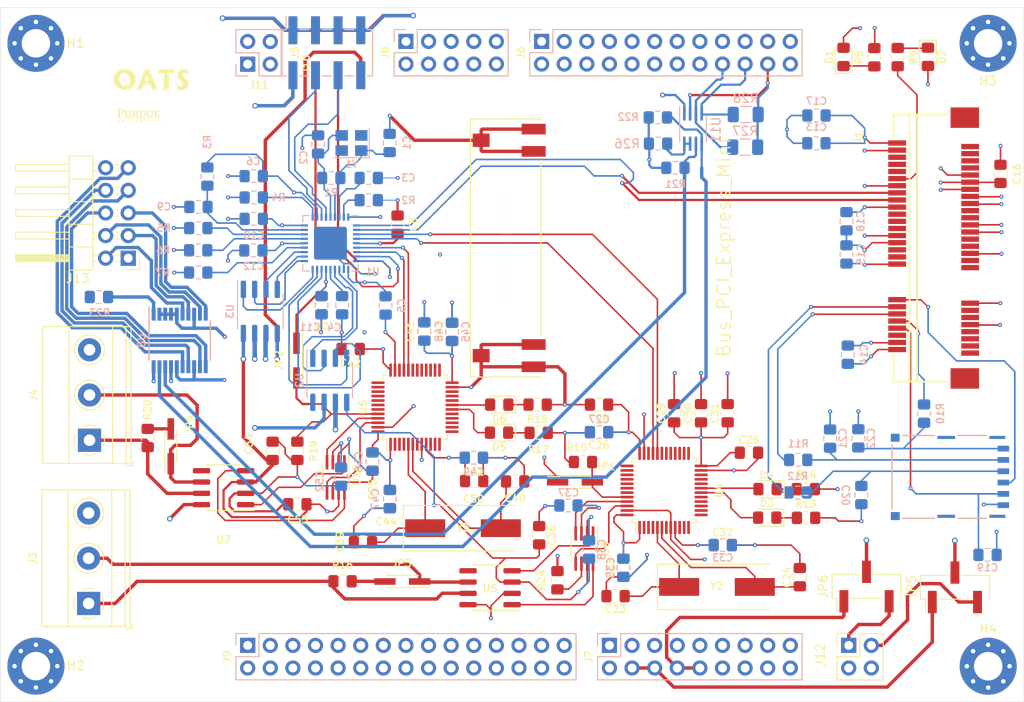
<source format=kicad_pcb>
(kicad_pcb (version 20171130) (host pcbnew 5.1.6-c6e7f7d~86~ubuntu18.04.1)
  (layers (0 F.Cu mixed) (1 In1.Cu power hide) (2 In2.Cu power hide) (31 B.Cu mixed) (34 B.Paste user hide) (35 F.Paste user hide) (36 B.SilkS user hide) (37 F.SilkS user) (38 B.Mask user hide) (39 F.Mask user hide) (44 Edge.Cuts user))
  (net 0 "")
  (net 1 "Net-(C1-Pad1)")
  (net 2 GNDREF)
  (net 3 "Net-(C2-Pad1)")
  (net 4 "Net-(C3-Pad1)")
  (net 5 "Net-(C4-Pad1)")
  (net 6 +3V3)
  (net 7 "Net-(C9-Pad1)")
  (net 8 "Net-(C23-Pad1)")
  (net 9 "Net-(C24-Pad1)")
  (net 10 +5V)
  (net 11 "Net-(D1-Pad1)")
  (net 12 "Net-(D2-Pad1)")
  (net 13 "Net-(D3-Pad2)")
  (net 14 "Net-(D3-Pad1)")
  (net 15 "Net-(D4-Pad1)")
  (net 16 "Net-(D4-Pad2)")
  (net 17 "Net-(D5-Pad1)")
  (net 18 "Net-(D5-Pad2)")
  (net 19 "Net-(D6-Pad2)")
  (net 20 "Net-(D6-Pad1)")
  (net 21 "Net-(J1-Pad1)")
  (net 22 "Net-(J1-Pad3)")
  (net 23 "Net-(J1-Pad5)")
  (net 24 "Net-(J1-Pad6)")
  (net 25 "Net-(J1-Pad7)")
  (net 26 "Net-(J1-Pad10)")
  (net 27 "Net-(J1-Pad11)")
  (net 28 "Net-(J1-Pad12)")
  (net 29 "Net-(J1-Pad13)")
  (net 30 "Net-(J1-Pad14)")
  (net 31 "Net-(J1-Pad16)")
  (net 32 "Net-(J1-Pad17)")
  (net 33 "Net-(J1-Pad19)")
  (net 34 "Net-(J1-Pad20)")
  (net 35 "Net-(J1-Pad22)")
  (net 36 "Net-(J1-Pad23)")
  (net 37 "Net-(J1-Pad25)")
  (net 38 "Net-(J1-Pad28)")
  (net 39 "Net-(J1-Pad30)")
  (net 40 "Net-(J1-Pad31)")
  (net 41 "Net-(J1-Pad32)")
  (net 42 "Net-(J1-Pad33)")
  (net 43 /MiniPCIe2USB.sch/USB_DM)
  (net 44 /MiniPCIe2USB.sch/USB_DP)
  (net 45 "Net-(J1-Pad42)")
  (net 46 "Net-(J1-Pad44)")
  (net 47 "Net-(J1-Pad45)")
  (net 48 "Net-(J1-Pad46)")
  (net 49 "Net-(J1-Pad47)")
  (net 50 "Net-(J1-Pad48)")
  (net 51 "Net-(J1-Pad49)")
  (net 52 "Net-(J1-Pad51)")
  (net 53 /USB2CAN_TRA/CAN_L)
  (net 54 /USB2CAN_TRA/CAN_H)
  (net 55 /USB2CAN_IMP/CAN_H)
  (net 56 /USB2CAN_IMP/CAN_L)
  (net 57 /USB_HEADERS/USB_DP)
  (net 58 /USB_HEADERS/USB_DM)
  (net 59 "Net-(J6-Pad2)")
  (net 60 "Net-(J6-Pad3)")
  (net 61 "Net-(J6-Pad4)")
  (net 62 "Net-(J6-Pad5)")
  (net 63 "Net-(J6-Pad6)")
  (net 64 "Net-(J6-Pad7)")
  (net 65 "Net-(J6-Pad8)")
  (net 66 "Net-(J6-Pad9)")
  (net 67 "Net-(J6-Pad10)")
  (net 68 "Net-(J6-Pad11)")
  (net 69 "Net-(J6-Pad12)")
  (net 70 "Net-(J6-Pad13)")
  (net 71 "Net-(J6-Pad14)")
  (net 72 "Net-(J6-Pad15)")
  (net 73 "Net-(J6-Pad16)")
  (net 74 "Net-(J6-Pad24)")
  (net 75 "Net-(J7-Pad1)")
  (net 76 "Net-(J7-Pad2)")
  (net 77 "Net-(J7-Pad3)")
  (net 78 "Net-(J7-Pad5)")
  (net 79 "Net-(J7-Pad7)")
  (net 80 "Net-(J7-Pad9)")
  (net 81 "Net-(J7-Pad11)")
  (net 82 "Net-(J7-Pad12)")
  (net 83 "Net-(J7-Pad13)")
  (net 84 "Net-(J7-Pad14)")
  (net 85 "Net-(J7-Pad15)")
  (net 86 "Net-(J7-Pad16)")
  (net 87 "Net-(J7-Pad17)")
  (net 88 "Net-(J7-Pad18)")
  (net 89 "Net-(J8-Pad1)")
  (net 90 "Net-(J8-Pad2)")
  (net 91 "Net-(J8-Pad3)")
  (net 92 "Net-(J8-Pad4)")
  (net 93 "Net-(J8-Pad5)")
  (net 94 "Net-(J8-Pad6)")
  (net 95 "Net-(J8-Pad7)")
  (net 96 "Net-(J8-Pad8)")
  (net 97 "Net-(J8-Pad9)")
  (net 98 "Net-(J8-Pad10)")
  (net 99 "Net-(J9-Pad1)")
  (net 100 "Net-(J9-Pad2)")
  (net 101 "Net-(J9-Pad3)")
  (net 102 "Net-(J9-Pad4)")
  (net 103 "Net-(J9-Pad5)")
  (net 104 "Net-(J9-Pad6)")
  (net 105 "Net-(J9-Pad7)")
  (net 106 "Net-(J9-Pad8)")
  (net 107 "Net-(J9-Pad9)")
  (net 108 "Net-(J9-Pad10)")
  (net 109 "Net-(J9-Pad11)")
  (net 110 "Net-(J9-Pad12)")
  (net 111 "Net-(J9-Pad13)")
  (net 112 "Net-(J9-Pad14)")
  (net 113 "Net-(J9-Pad15)")
  (net 114 "Net-(J9-Pad16)")
  (net 115 "Net-(J9-Pad17)")
  (net 116 "Net-(J9-Pad18)")
  (net 117 "Net-(J9-Pad19)")
  (net 118 "Net-(J9-Pad20)")
  (net 119 "Net-(J9-Pad21)")
  (net 120 "Net-(J9-Pad22)")
  (net 121 "Net-(J9-Pad23)")
  (net 122 "Net-(J9-Pad24)")
  (net 123 "Net-(J9-Pad25)")
  (net 124 "Net-(J9-Pad26)")
  (net 125 "Net-(J9-Pad27)")
  (net 126 "Net-(J9-Pad28)")
  (net 127 "Net-(J9-Pad29)")
  (net 128 "Net-(J9-Pad30)")
  (net 129 /Lattepanda/USB_DM)
  (net 130 "Net-(J10-Pad8)")
  (net 131 "Net-(JP1-Pad2)")
  (net 132 "Net-(JP2-Pad2)")
  (net 133 "Net-(R2-Pad1)")
  (net 134 "Net-(R4-Pad1)")
  (net 135 "Net-(R5-Pad1)")
  (net 136 "Net-(R6-Pad1)")
  (net 137 "Net-(R7-Pad1)")
  (net 138 "Net-(R23-Pad1)")
  (net 139 /USB2CAN_TRA/USB_DM)
  (net 140 /USB2CAN_TRA/USB_DP)
  (net 141 /USB2CAN_IMP/USB_DM)
  (net 142 /USB2CAN_IMP/USB_DP)
  (net 143 "Net-(U1-Pad12)")
  (net 144 "Net-(U1-Pad13)")
  (net 145 "Net-(U1-Pad16)")
  (net 146 "Net-(U1-Pad17)")
  (net 147 "Net-(U1-Pad18)")
  (net 148 "Net-(U1-Pad19)")
  (net 149 "Net-(U1-Pad20)")
  (net 150 "Net-(U1-Pad21)")
  (net 151 /USB_HUB/PRT_PWR_1)
  (net 152 "Net-(U4-Pad2)")
  (net 153 "Net-(U4-Pad3)")
  (net 154 "Net-(U4-Pad4)")
  (net 155 "Net-(U4-Pad7)")
  (net 156 "Net-(U4-Pad10)")
  (net 157 "Net-(U4-Pad11)")
  (net 158 "Net-(U4-Pad12)")
  (net 159 "Net-(U4-Pad13)")
  (net 160 "Net-(U4-Pad14)")
  (net 161 "Net-(U4-Pad15)")
  (net 162 "Net-(U4-Pad16)")
  (net 163 "Net-(U4-Pad17)")
  (net 164 "Net-(U4-Pad20)")
  (net 165 "Net-(U4-Pad21)")
  (net 166 "Net-(U4-Pad22)")
  (net 167 "Net-(U4-Pad25)")
  (net 168 "Net-(U4-Pad26)")
  (net 169 "Net-(U4-Pad27)")
  (net 170 "Net-(U4-Pad28)")
  (net 171 "Net-(U4-Pad29)")
  (net 172 "Net-(U4-Pad30)")
  (net 173 "Net-(U4-Pad31)")
  (net 174 "Net-(U4-Pad34)")
  (net 175 "Net-(U4-Pad37)")
  (net 176 "Net-(U4-Pad38)")
  (net 177 "Net-(U4-Pad39)")
  (net 178 "Net-(U4-Pad40)")
  (net 179 "Net-(U4-Pad41)")
  (net 180 "Net-(U4-Pad42)")
  (net 181 "Net-(U4-Pad43)")
  (net 182 "Net-(U4-Pad45)")
  (net 183 "Net-(U4-Pad46)")
  (net 184 "Net-(U5-Pad5)")
  (net 185 "Net-(U6-Pad43)")
  (net 186 "Net-(U6-Pad42)")
  (net 187 "Net-(U6-Pad41)")
  (net 188 "Net-(U6-Pad40)")
  (net 189 "Net-(U6-Pad39)")
  (net 190 "Net-(U6-Pad38)")
  (net 191 "Net-(U6-Pad37)")
  (net 192 "Net-(U6-Pad34)")
  (net 193 "Net-(U6-Pad31)")
  (net 194 "Net-(U6-Pad30)")
  (net 195 "Net-(U6-Pad29)")
  (net 196 "Net-(U6-Pad28)")
  (net 197 "Net-(U6-Pad27)")
  (net 198 "Net-(U6-Pad26)")
  (net 199 "Net-(U6-Pad25)")
  (net 200 "Net-(U6-Pad22)")
  (net 201 "Net-(U6-Pad21)")
  (net 202 "Net-(U6-Pad20)")
  (net 203 "Net-(U6-Pad17)")
  (net 204 "Net-(U6-Pad16)")
  (net 205 "Net-(U6-Pad15)")
  (net 206 "Net-(U6-Pad14)")
  (net 207 "Net-(U6-Pad13)")
  (net 208 "Net-(U6-Pad12)")
  (net 209 "Net-(U6-Pad11)")
  (net 210 "Net-(U6-Pad10)")
  (net 211 "Net-(U6-Pad7)")
  (net 212 "Net-(U6-Pad4)")
  (net 213 "Net-(U6-Pad3)")
  (net 214 "Net-(U6-Pad2)")
  (net 215 "Net-(U7-Pad5)")
  (net 216 "Net-(C19-Pad1)")
  (net 217 "Net-(C20-Pad1)")
  (net 218 "Net-(C21-Pad1)")
  (net 219 "Net-(C22-Pad1)")
  (net 220 "Net-(C39-Pad1)")
  (net 221 "Net-(C40-Pad1)")
  (net 222 "Net-(JP3-Pad2)")
  (net 223 "Net-(JP4-Pad2)")
  (net 224 "Net-(R24-Pad1)")
  (net 225 "Net-(R25-Pad2)")
  (net 226 "Net-(U5-Pad4)")
  (net 227 "Net-(U5-Pad1)")
  (net 228 "Net-(U10-Pad4)")
  (net 229 "Net-(U10-Pad5)")
  (net 230 "Net-(U10-Pad1)")
  (net 231 "Net-(U10-Pad8)")
  (net 232 "Net-(J11-Pad1)")
  (net 233 "Net-(J11-Pad2)")
  (net 234 "Net-(J11-Pad3)")
  (net 235 "Net-(J11-Pad4)")
  (net 236 /USB_HEADERS/BOARD_5V)
  (net 237 /Lattepanda/BOARD_SCL)
  (net 238 /Lattepanda/BOARD_SDA)
  (net 239 /Lattepanda/BOARD_1V8)
  (net 240 "Net-(R21-Pad2)")
  (net 241 "Net-(R22-Pad2)")
  (net 242 "Net-(R26-Pad2)")
  (net 243 "Net-(J7-Pad4)")
  (net 244 "Net-(J7-Pad10)")
  (net 245 /Lattepanda/EXT_5V)
  (net 246 /Lattepanda/EXT_3V3)
  (net 247 /USB2CAN_TRA/BOARD_5V)
  (net 248 /USB2CAN_IMP/BOARD_5V)
  (net 249 /Lattepanda/USB_DP)
  (net 250 "Net-(J13-Pad9)")
  (net 251 "Net-(J13-Pad8)")
  (net 252 "Net-(J13-Pad7)")
  (net 253 "Net-(J13-Pad6)")
  (net 254 "Net-(J13-Pad5)")
  (net 255 "Net-(J13-Pad4)")
  (net 256 "Net-(J13-Pad3)")
  (net 257 "Net-(J13-Pad2)")
  (module Package_SO:TSSOP-20_4.4x6.5mm_P0.65mm (layer B.Cu) (at 71.84 116.03 270)
    (fp_text reference U8 (at 0 4.3 270) (layer B.SilkS) (effects (font (size 0.8128 0.8128) (thickness 0.1524)) (justify mirror)))
    (fp_text value TLC59108xPW)
    (pad 1 smd rect (at -2.95 2.925 270) (size 1.45 0.45) (layers B.Cu B.Paste B.Mask) (net 138 "Net-(R23-Pad1)"))
    (pad 2 smd rect (at -2.95 2.275 270) (size 1.45 0.45) (layers B.Cu B.Paste B.Mask) (net 2 GNDREF))
    (pad 3 smd rect (at -2.95 1.625 270) (size 1.45 0.45) (layers B.Cu B.Paste B.Mask) (net 2 GNDREF))
    (pad 4 smd rect (at -2.95 0.975 270) (size 1.45 0.45) (layers B.Cu B.Paste B.Mask) (net 2 GNDREF))
    (pad 5 smd rect (at -2.95 0.325 270) (size 1.45 0.45) (layers B.Cu B.Paste B.Mask) (net 2 GNDREF))
    (pad 6 smd rect (at -2.95 -0.325 270) (size 1.45 0.45) (layers B.Cu B.Paste B.Mask) (net 257 "Net-(J13-Pad2)"))
    (pad 7 smd rect (at -2.95 -0.975 270) (size 1.45 0.45) (layers B.Cu B.Paste B.Mask) (net 256 "Net-(J13-Pad3)"))
    (pad 8 smd rect (at -2.95 -1.625 270) (size 1.45 0.45) (layers B.Cu B.Paste B.Mask) (net 2 GNDREF))
    (pad 9 smd rect (at -2.95 -2.275 270) (size 1.45 0.45) (layers B.Cu B.Paste B.Mask) (net 255 "Net-(J13-Pad4)"))
    (pad 10 smd rect (at -2.95 -2.925 270) (size 1.45 0.45) (layers B.Cu B.Paste B.Mask) (net 254 "Net-(J13-Pad5)"))
    (pad 11 smd rect (at 2.95 -2.925 270) (size 1.45 0.45) (layers B.Cu B.Paste B.Mask) (net 253 "Net-(J13-Pad6)"))
    (pad 12 smd rect (at 2.95 -2.275 270) (size 1.45 0.45) (layers B.Cu B.Paste B.Mask) (net 252 "Net-(J13-Pad7)"))
    (pad 13 smd rect (at 2.95 -1.625 270) (size 1.45 0.45) (layers B.Cu B.Paste B.Mask) (net 2 GNDREF))
    (pad 14 smd rect (at 2.95 -0.975 270) (size 1.45 0.45) (layers B.Cu B.Paste B.Mask) (net 251 "Net-(J13-Pad8)"))
    (pad 15 smd rect (at 2.95 -0.325 270) (size 1.45 0.45) (layers B.Cu B.Paste B.Mask) (net 250 "Net-(J13-Pad9)"))
    (pad 16 smd rect (at 2.95 0.325 270) (size 1.45 0.45) (layers B.Cu B.Paste B.Mask) (net 2 GNDREF))
    (pad 17 smd rect (at 2.95 0.975 270) (size 1.45 0.45) (layers B.Cu B.Paste B.Mask) (net 10 +5V))
    (pad 18 smd rect (at 2.95 1.625 270) (size 1.45 0.45) (layers B.Cu B.Paste B.Mask) (net 240 "Net-(R21-Pad2)"))
    (pad 19 smd rect (at 2.95 2.275 270) (size 1.45 0.45) (layers B.Cu B.Paste B.Mask) (net 241 "Net-(R22-Pad2)"))
    (pad 20 smd rect (at 2.95 2.925 270) (size 1.45 0.45) (layers B.Cu B.Paste B.Mask) (net 10 +5V))
  )
  (module Connector_PinHeader_2.54mm:PinHeader_2x05_P2.54mm_Horizontal (layer F.Cu) (at 66.06 106.79 180)
    (fp_text reference J13 (at 5.655 -2.27) (layer F.SilkS))
    (fp_text value LED_OUT)
    (pad 10 thru_hole oval (at 2.54 10.16 180) (size 1.7 1.7) (drill 1) (layers *.Cu *.Mask) (net 2 GNDREF))
    (pad 9 thru_hole oval (at 0 10.16 180) (size 1.7 1.7) (drill 1) (layers *.Cu *.Mask) (net 250 "Net-(J13-Pad9)"))
    (pad 8 thru_hole oval (at 2.54 7.62 180) (size 1.7 1.7) (drill 1) (layers *.Cu *.Mask) (net 251 "Net-(J13-Pad8)"))
    (pad 7 thru_hole oval (at 0 7.62 180) (size 1.7 1.7) (drill 1) (layers *.Cu *.Mask) (net 252 "Net-(J13-Pad7)"))
    (pad 6 thru_hole oval (at 2.54 5.08 180) (size 1.7 1.7) (drill 1) (layers *.Cu *.Mask) (net 253 "Net-(J13-Pad6)"))
    (pad 5 thru_hole oval (at 0 5.08 180) (size 1.7 1.7) (drill 1) (layers *.Cu *.Mask) (net 254 "Net-(J13-Pad5)"))
    (pad 4 thru_hole oval (at 2.54 2.54 180) (size 1.7 1.7) (drill 1) (layers *.Cu *.Mask) (net 255 "Net-(J13-Pad4)"))
    (pad 3 thru_hole oval (at 0 2.54 180) (size 1.7 1.7) (drill 1) (layers *.Cu *.Mask) (net 256 "Net-(J13-Pad3)"))
    (pad 2 thru_hole oval (at 2.54 0 180) (size 1.7 1.7) (drill 1) (layers *.Cu *.Mask) (net 257 "Net-(J13-Pad2)"))
    (pad 1 thru_hole rect (at 0 0 180) (size 1.7 1.7) (drill 1) (layers *.Cu *.Mask) (net 10 +5V))
  )
  (module MountingHole:MountingHole_3.2mm_M3_Pad_Via (layer F.Cu) (at 162.67 152.63)
    (fp_text reference H4 (at 0 -4.2) (layer F.SilkS))
    (fp_text value MOUNT_PAD4)
    (pad 1 thru_hole circle (at 1.697056 -1.697056) (size 0.8 0.8) (drill 0.5) (layers *.Cu *.Mask) (net 2 GNDREF))
    (pad 1 thru_hole circle (at 0 -2.4) (size 0.8 0.8) (drill 0.5) (layers *.Cu *.Mask) (net 2 GNDREF))
    (pad 1 thru_hole circle (at -1.697056 -1.697056) (size 0.8 0.8) (drill 0.5) (layers *.Cu *.Mask) (net 2 GNDREF))
    (pad 1 thru_hole circle (at -2.4 0) (size 0.8 0.8) (drill 0.5) (layers *.Cu *.Mask) (net 2 GNDREF))
    (pad 1 thru_hole circle (at -1.697056 1.697056) (size 0.8 0.8) (drill 0.5) (layers *.Cu *.Mask) (net 2 GNDREF))
    (pad 1 thru_hole circle (at 0 2.4) (size 0.8 0.8) (drill 0.5) (layers *.Cu *.Mask) (net 2 GNDREF))
    (pad 1 thru_hole circle (at 1.697056 1.697056) (size 0.8 0.8) (drill 0.5) (layers *.Cu *.Mask) (net 2 GNDREF))
    (pad 1 thru_hole circle (at 2.4 0) (size 0.8 0.8) (drill 0.5) (layers *.Cu *.Mask) (net 2 GNDREF))
    (pad 1 thru_hole circle (at 0 0) (size 6.4 6.4) (drill 3.2) (layers *.Cu *.Mask) (net 2 GNDREF))
  )
  (module MountingHole:MountingHole_3.2mm_M3_Pad_Via (layer F.Cu) (at 162.66 82.65)
    (fp_text reference H3 (at -0.01 4.23) (layer F.SilkS))
    (fp_text value MOUNT_PAD3)
    (pad 1 thru_hole circle (at 1.697056 -1.697056) (size 0.8 0.8) (drill 0.5) (layers *.Cu *.Mask) (net 2 GNDREF))
    (pad 1 thru_hole circle (at 0 -2.4) (size 0.8 0.8) (drill 0.5) (layers *.Cu *.Mask) (net 2 GNDREF))
    (pad 1 thru_hole circle (at -1.697056 -1.697056) (size 0.8 0.8) (drill 0.5) (layers *.Cu *.Mask) (net 2 GNDREF))
    (pad 1 thru_hole circle (at -2.4 0) (size 0.8 0.8) (drill 0.5) (layers *.Cu *.Mask) (net 2 GNDREF))
    (pad 1 thru_hole circle (at -1.697056 1.697056) (size 0.8 0.8) (drill 0.5) (layers *.Cu *.Mask) (net 2 GNDREF))
    (pad 1 thru_hole circle (at 0 2.4) (size 0.8 0.8) (drill 0.5) (layers *.Cu *.Mask) (net 2 GNDREF))
    (pad 1 thru_hole circle (at 1.697056 1.697056) (size 0.8 0.8) (drill 0.5) (layers *.Cu *.Mask) (net 2 GNDREF))
    (pad 1 thru_hole circle (at 2.4 0) (size 0.8 0.8) (drill 0.5) (layers *.Cu *.Mask) (net 2 GNDREF))
    (pad 1 thru_hole circle (at 0 0) (size 6.4 6.4) (drill 3.2) (layers *.Cu *.Mask) (net 2 GNDREF))
  )
  (module MountingHole:MountingHole_3.2mm_M3_Pad_Via (layer F.Cu) (at 55.69 152.62)
    (fp_text reference H2 (at 4.45 -0.04) (layer F.SilkS))
    (fp_text value MOUNT_PAD2)
    (pad 1 thru_hole circle (at 1.697056 -1.697056) (size 0.8 0.8) (drill 0.5) (layers *.Cu *.Mask) (net 2 GNDREF))
    (pad 1 thru_hole circle (at 0 -2.4) (size 0.8 0.8) (drill 0.5) (layers *.Cu *.Mask) (net 2 GNDREF))
    (pad 1 thru_hole circle (at -1.697056 -1.697056) (size 0.8 0.8) (drill 0.5) (layers *.Cu *.Mask) (net 2 GNDREF))
    (pad 1 thru_hole circle (at -2.4 0) (size 0.8 0.8) (drill 0.5) (layers *.Cu *.Mask) (net 2 GNDREF))
    (pad 1 thru_hole circle (at -1.697056 1.697056) (size 0.8 0.8) (drill 0.5) (layers *.Cu *.Mask) (net 2 GNDREF))
    (pad 1 thru_hole circle (at 0 2.4) (size 0.8 0.8) (drill 0.5) (layers *.Cu *.Mask) (net 2 GNDREF))
    (pad 1 thru_hole circle (at 1.697056 1.697056) (size 0.8 0.8) (drill 0.5) (layers *.Cu *.Mask) (net 2 GNDREF))
    (pad 1 thru_hole circle (at 2.4 0) (size 0.8 0.8) (drill 0.5) (layers *.Cu *.Mask) (net 2 GNDREF))
    (pad 1 thru_hole circle (at 0 0) (size 6.4 6.4) (drill 3.2) (layers *.Cu *.Mask) (net 2 GNDREF))
  )
  (module MountingHole:MountingHole_3.2mm_M3_Pad_Via (layer F.Cu) (at 55.69 82.65)
    (fp_text reference H1 (at 4.43 0) (layer F.SilkS))
    (fp_text value MOUNT_PAD1)
    (pad 1 thru_hole circle (at 1.697056 -1.697056) (size 0.8 0.8) (drill 0.5) (layers *.Cu *.Mask) (net 2 GNDREF))
    (pad 1 thru_hole circle (at 0 -2.4) (size 0.8 0.8) (drill 0.5) (layers *.Cu *.Mask) (net 2 GNDREF))
    (pad 1 thru_hole circle (at -1.697056 -1.697056) (size 0.8 0.8) (drill 0.5) (layers *.Cu *.Mask) (net 2 GNDREF))
    (pad 1 thru_hole circle (at -2.4 0) (size 0.8 0.8) (drill 0.5) (layers *.Cu *.Mask) (net 2 GNDREF))
    (pad 1 thru_hole circle (at -1.697056 1.697056) (size 0.8 0.8) (drill 0.5) (layers *.Cu *.Mask) (net 2 GNDREF))
    (pad 1 thru_hole circle (at 0 2.4) (size 0.8 0.8) (drill 0.5) (layers *.Cu *.Mask) (net 2 GNDREF))
    (pad 1 thru_hole circle (at 1.697056 1.697056) (size 0.8 0.8) (drill 0.5) (layers *.Cu *.Mask) (net 2 GNDREF))
    (pad 1 thru_hole circle (at 2.4 0) (size 0.8 0.8) (drill 0.5) (layers *.Cu *.Mask) (net 2 GNDREF))
    (pad 1 thru_hole circle (at 0 0) (size 6.4 6.4) (drill 3.2) (layers *.Cu *.Mask) (net 2 GNDREF))
  )
  (module Crystal:Crystal_SMD_3225-4Pin_3.2x2.5mm (layer B.Cu) (at 91.14 93.85 180)
    (fp_text reference Y1 (at 0 -2.36 180) (layer B.SilkS) (effects (font (size 0.8128 0.8128) (thickness 0.1524)) (justify mirror)))
    (fp_text value "24 MHz ")
    (pad 1 smd rect (at -1.1 -0.85 180) (size 1.4 1.2) (layers B.Cu B.Paste B.Mask) (net 1 "Net-(C1-Pad1)"))
    (pad 3 smd rect (at 1.1 -0.85 180) (size 1.4 1.2) (layers B.Cu B.Paste B.Mask))
    (pad 2 smd rect (at 1.1 0.85 180) (size 1.4 1.2) (layers B.Cu B.Paste B.Mask) (net 3 "Net-(C2-Pad1)"))
    (pad 4 smd rect (at -1.1 0.85 180) (size 1.4 1.2) (layers B.Cu B.Paste B.Mask))
  )
  (module Images:PURDUE_LOGO (layer F.Cu) (at 67.32 90.75)
    (fp_text reference G*** hide)
    (fp_text value PURDUE_LOGO hide)
  )
  (module Images:OATS_LOGO (layer F.Cu) (at 68.66 86.84)
    (fp_text reference G*** hide)
    (fp_text value OATS_LOGO hide)
  )
  (module Package_QFP:LQFP-48_7x7mm_P0.5mm (layer F.Cu) (at 98.28 123.53 90)
    (fp_text reference U6 (at 0 -5.85 270) (layer F.SilkS) (effects (font (size 0.8128 0.8128) (thickness 0.1524))))
    (fp_text value STM32F042C6Tx)
    (pad 1 smd roundrect (at -4.1625 -2.75 90) (size 1.475 0.3) (layers F.Cu F.Paste F.Mask) (net 6 +3V3))
    (pad 2 smd roundrect (at -4.1625 -2.25 90) (size 1.475 0.3) (layers F.Cu F.Paste F.Mask) (net 214 "Net-(U6-Pad2)"))
    (pad 3 smd roundrect (at -4.1625 -1.75 90) (size 1.475 0.3) (layers F.Cu F.Paste F.Mask) (net 213 "Net-(U6-Pad3)"))
    (pad 4 smd roundrect (at -4.1625 -1.25 90) (size 1.475 0.3) (layers F.Cu F.Paste F.Mask) (net 212 "Net-(U6-Pad4)"))
    (pad 5 smd roundrect (at -4.1625 -0.75 90) (size 1.475 0.3) (layers F.Cu F.Paste F.Mask) (net 220 "Net-(C39-Pad1)"))
    (pad 6 smd roundrect (at -4.1625 -0.25 90) (size 1.475 0.3) (layers F.Cu F.Paste F.Mask) (net 221 "Net-(C40-Pad1)"))
    (pad 7 smd roundrect (at -4.1625 0.25 90) (size 1.475 0.3) (layers F.Cu F.Paste F.Mask) (net 211 "Net-(U6-Pad7)"))
    (pad 8 smd roundrect (at -4.1625 0.75 90) (size 1.475 0.3) (layers F.Cu F.Paste F.Mask) (net 2 GNDREF))
    (pad 9 smd roundrect (at -4.1625 1.25 90) (size 1.475 0.3) (layers F.Cu F.Paste F.Mask) (net 6 +3V3))
    (pad 10 smd roundrect (at -4.1625 1.75 90) (size 1.475 0.3) (layers F.Cu F.Paste F.Mask) (net 210 "Net-(U6-Pad10)"))
    (pad 11 smd roundrect (at -4.1625 2.25 90) (size 1.475 0.3) (layers F.Cu F.Paste F.Mask) (net 209 "Net-(U6-Pad11)"))
    (pad 12 smd roundrect (at -4.1625 2.75 90) (size 1.475 0.3) (layers F.Cu F.Paste F.Mask) (net 208 "Net-(U6-Pad12)"))
    (pad 13 smd roundrect (at -2.75 4.1625 90) (size 0.3 1.475) (layers F.Cu F.Paste F.Mask) (net 207 "Net-(U6-Pad13)"))
    (pad 14 smd roundrect (at -2.25 4.1625 90) (size 0.3 1.475) (layers F.Cu F.Paste F.Mask) (net 206 "Net-(U6-Pad14)"))
    (pad 15 smd roundrect (at -1.75 4.1625 90) (size 0.3 1.475) (layers F.Cu F.Paste F.Mask) (net 205 "Net-(U6-Pad15)"))
    (pad 16 smd roundrect (at -1.25 4.1625 90) (size 0.3 1.475) (layers F.Cu F.Paste F.Mask) (net 204 "Net-(U6-Pad16)"))
    (pad 17 smd roundrect (at -0.75 4.1625 90) (size 0.3 1.475) (layers F.Cu F.Paste F.Mask) (net 203 "Net-(U6-Pad17)"))
    (pad 18 smd roundrect (at -0.25 4.1625 90) (size 0.3 1.475) (layers F.Cu F.Paste F.Mask) (net 18 "Net-(D5-Pad2)"))
    (pad 19 smd roundrect (at 0.25 4.1625 90) (size 0.3 1.475) (layers F.Cu F.Paste F.Mask) (net 19 "Net-(D6-Pad2)"))
    (pad 20 smd roundrect (at 0.75 4.1625 90) (size 0.3 1.475) (layers F.Cu F.Paste F.Mask) (net 202 "Net-(U6-Pad20)"))
    (pad 21 smd roundrect (at 1.25 4.1625 90) (size 0.3 1.475) (layers F.Cu F.Paste F.Mask) (net 201 "Net-(U6-Pad21)"))
    (pad 22 smd roundrect (at 1.75 4.1625 90) (size 0.3 1.475) (layers F.Cu F.Paste F.Mask) (net 200 "Net-(U6-Pad22)"))
    (pad 23 smd roundrect (at 2.25 4.1625 90) (size 0.3 1.475) (layers F.Cu F.Paste F.Mask) (net 2 GNDREF))
    (pad 24 smd roundrect (at 2.75 4.1625 90) (size 0.3 1.475) (layers F.Cu F.Paste F.Mask) (net 6 +3V3))
    (pad 25 smd roundrect (at 4.1625 2.75 90) (size 1.475 0.3) (layers F.Cu F.Paste F.Mask) (net 199 "Net-(U6-Pad25)"))
    (pad 26 smd roundrect (at 4.1625 2.25 90) (size 1.475 0.3) (layers F.Cu F.Paste F.Mask) (net 198 "Net-(U6-Pad26)"))
    (pad 27 smd roundrect (at 4.1625 1.75 90) (size 1.475 0.3) (layers F.Cu F.Paste F.Mask) (net 197 "Net-(U6-Pad27)"))
    (pad 28 smd roundrect (at 4.1625 1.25 90) (size 1.475 0.3) (layers F.Cu F.Paste F.Mask) (net 196 "Net-(U6-Pad28)"))
    (pad 29 smd roundrect (at 4.1625 0.75 90) (size 1.475 0.3) (layers F.Cu F.Paste F.Mask) (net 195 "Net-(U6-Pad29)"))
    (pad 30 smd roundrect (at 4.1625 0.25 90) (size 1.475 0.3) (layers F.Cu F.Paste F.Mask) (net 194 "Net-(U6-Pad30)"))
    (pad 31 smd roundrect (at 4.1625 -0.25 90) (size 1.475 0.3) (layers F.Cu F.Paste F.Mask) (net 193 "Net-(U6-Pad31)"))
    (pad 32 smd roundrect (at 4.1625 -0.75 90) (size 1.475 0.3) (layers F.Cu F.Paste F.Mask) (net 141 /USB2CAN_IMP/USB_DM))
    (pad 33 smd roundrect (at 4.1625 -1.25 90) (size 1.475 0.3) (layers F.Cu F.Paste F.Mask) (net 142 /USB2CAN_IMP/USB_DP))
    (pad 34 smd roundrect (at 4.1625 -1.75 90) (size 1.475 0.3) (layers F.Cu F.Paste F.Mask) (net 192 "Net-(U6-Pad34)"))
    (pad 35 smd roundrect (at 4.1625 -2.25 90) (size 1.475 0.3) (layers F.Cu F.Paste F.Mask) (net 2 GNDREF))
    (pad 36 smd roundrect (at 4.1625 -2.75 90) (size 1.475 0.3) (layers F.Cu F.Paste F.Mask) (net 6 +3V3))
    (pad 37 smd roundrect (at 2.75 -4.1625 90) (size 0.3 1.475) (layers F.Cu F.Paste F.Mask) (net 191 "Net-(U6-Pad37)"))
    (pad 38 smd roundrect (at 2.25 -4.1625 90) (size 0.3 1.475) (layers F.Cu F.Paste F.Mask) (net 190 "Net-(U6-Pad38)"))
    (pad 39 smd roundrect (at 1.75 -4.1625 90) (size 0.3 1.475) (layers F.Cu F.Paste F.Mask) (net 189 "Net-(U6-Pad39)"))
    (pad 40 smd roundrect (at 1.25 -4.1625 90) (size 0.3 1.475) (layers F.Cu F.Paste F.Mask) (net 188 "Net-(U6-Pad40)"))
    (pad 41 smd roundrect (at 0.75 -4.1625 90) (size 0.3 1.475) (layers F.Cu F.Paste F.Mask) (net 187 "Net-(U6-Pad41)"))
    (pad 42 smd roundrect (at 0.25 -4.1625 90) (size 0.3 1.475) (layers F.Cu F.Paste F.Mask) (net 186 "Net-(U6-Pad42)"))
    (pad 43 smd roundrect (at -0.25 -4.1625 90) (size 0.3 1.475) (layers F.Cu F.Paste F.Mask) (net 185 "Net-(U6-Pad43)"))
    (pad 44 smd roundrect (at -0.75 -4.1625 90) (size 0.3 1.475) (layers F.Cu F.Paste F.Mask) (net 132 "Net-(JP2-Pad2)"))
    (pad 45 smd roundrect (at -1.25 -4.1625 90) (size 0.3 1.475) (layers F.Cu F.Paste F.Mask) (net 228 "Net-(U10-Pad4)"))
    (pad 46 smd roundrect (at -1.75 -4.1625 90) (size 0.3 1.475) (layers F.Cu F.Paste F.Mask) (net 229 "Net-(U10-Pad5)"))
    (pad 47 smd roundrect (at -2.25 -4.1625 90) (size 0.3 1.475) (layers F.Cu F.Paste F.Mask) (net 2 GNDREF))
    (pad 48 smd roundrect (at -2.75 -4.1625 90) (size 0.3 1.475) (layers F.Cu F.Paste F.Mask) (net 6 +3V3))
  )
  (module Resistor_SMD:R_0805_2012Metric_Pad1.15x1.40mm_HandSolder (layer B.Cu) (at 125.58 93.92)
    (fp_text reference R26 (at -3.47 0.02 180) (layer B.SilkS) (effects (justify mirror)))
    (fp_text value 200k)
    (pad 2 smd roundrect (at 1.025 0) (size 1.15 1.4) (layers B.Cu B.Paste B.Mask) (roundrect_rratio 0.217391) (net 242 "Net-(R26-Pad2)"))
    (pad 1 smd roundrect (at -1.025 0) (size 1.15 1.4) (layers B.Cu B.Paste B.Mask) (roundrect_rratio 0.217391) (net 10 +5V))
  )
  (module Resistor_SMD:R_0805_2012Metric_Pad1.15x1.40mm_HandSolder (layer B.Cu) (at 155.46 124.25 90)
    (fp_text reference R10 (at 0 1.82 90) (layer B.SilkS) (effects (font (size 0.8128 0.8128) (thickness 0.1524)) (justify mirror)))
    (fp_text value 47)
    (pad 2 smd roundrect (at 1.025 0 90) (size 1.15 1.4) (layers B.Cu B.Paste B.Mask) (roundrect_rratio 0.217391) (net 26 "Net-(J1-Pad10)"))
    (pad 1 smd roundrect (at -1.025 0 90) (size 1.15 1.4) (layers B.Cu B.Paste B.Mask) (roundrect_rratio 0.217391) (net 219 "Net-(C22-Pad1)"))
  )
  (module Resistor_SMD:R_0805_2012Metric_Pad1.15x1.40mm_HandSolder (layer B.Cu) (at 141.27 133.11 180)
    (fp_text reference R12 (at 0 1.82 180) (layer B.SilkS) (effects (font (size 0.8128 0.8128) (thickness 0.1524)) (justify mirror)))
    (fp_text value 47)
    (pad 2 smd roundrect (at 1.025 0 180) (size 1.15 1.4) (layers B.Cu B.Paste B.Mask) (roundrect_rratio 0.217391) (net 30 "Net-(J1-Pad14)"))
    (pad 1 smd roundrect (at -1.025 0 180) (size 1.15 1.4) (layers B.Cu B.Paste B.Mask) (roundrect_rratio 0.217391) (net 217 "Net-(C20-Pad1)"))
  )
  (module Resistor_SMD:R_0805_2012Metric_Pad1.15x1.40mm_HandSolder (layer B.Cu) (at 141.32 129.45 180)
    (fp_text reference R11 (at 0 1.82 180) (layer B.SilkS) (effects (font (size 0.8128 0.8128) (thickness 0.1524)) (justify mirror)))
    (fp_text value 47)
    (pad 2 smd roundrect (at 1.025 0 180) (size 1.15 1.4) (layers B.Cu B.Paste B.Mask) (roundrect_rratio 0.217391) (net 28 "Net-(J1-Pad12)"))
    (pad 1 smd roundrect (at -1.025 0 180) (size 1.15 1.4) (layers B.Cu B.Paste B.Mask) (roundrect_rratio 0.217391) (net 218 "Net-(C21-Pad1)"))
  )
  (module Resistor_SMD:R_0805_2012Metric_Pad1.15x1.40mm_HandSolder (layer B.Cu) (at 125.56 90.98)
    (fp_text reference R22 (at -3.34 -0.05) (layer B.SilkS) (effects (font (size 0.8128 0.8128) (thickness 0.1524)) (justify mirror)))
    (fp_text value 4.7k)
    (pad 2 smd roundrect (at 1.025 0) (size 1.15 1.4) (layers B.Cu B.Paste B.Mask) (roundrect_rratio 0.217391) (net 241 "Net-(R22-Pad2)"))
    (pad 1 smd roundrect (at -1.025 0) (size 1.15 1.4) (layers B.Cu B.Paste B.Mask) (roundrect_rratio 0.217391) (net 10 +5V))
  )
  (module Resistor_SMD:R_0805_2012Metric_Pad1.15x1.40mm_HandSolder (layer B.Cu) (at 62.77 111.15 180)
    (fp_text reference R23 (at -0.07 -1.77 180) (layer B.SilkS) (effects (font (size 0.8128 0.8128) (thickness 0.1524)) (justify mirror)))
    (fp_text value 4.7k)
    (pad 2 smd roundrect (at 1.025 0 180) (size 1.15 1.4) (layers B.Cu B.Paste B.Mask) (roundrect_rratio 0.217391) (net 2 GNDREF))
    (pad 1 smd roundrect (at -1.025 0 180) (size 1.15 1.4) (layers B.Cu B.Paste B.Mask) (roundrect_rratio 0.217391) (net 138 "Net-(R23-Pad1)"))
  )
  (module Resistor_SMD:R_0805_2012Metric_Pad1.15x1.40mm_HandSolder (layer B.Cu) (at 127.53 96.64)
    (fp_text reference R21 (at 0 1.82) (layer B.SilkS) (effects (font (size 0.8128 0.8128) (thickness 0.1524)) (justify mirror)))
    (fp_text value 4.7k)
    (pad 2 smd roundrect (at 1.025 0) (size 1.15 1.4) (layers B.Cu B.Paste B.Mask) (roundrect_rratio 0.217391) (net 240 "Net-(R21-Pad2)"))
    (pad 1 smd roundrect (at -1.025 0) (size 1.15 1.4) (layers B.Cu B.Paste B.Mask) (roundrect_rratio 0.217391) (net 10 +5V))
  )
  (module Resistor_SMD:R_0805_2012Metric_Pad1.15x1.40mm_HandSolder (layer F.Cu) (at 68.25 126.99 90)
    (fp_text reference R20 (at 3.18 0 90) (layer F.SilkS) (effects (font (size 0.8128 0.8128) (thickness 0.1524))))
    (fp_text value 120)
    (pad 2 smd roundrect (at 1.025 0 90) (size 1.15 1.4) (layers F.Cu F.Paste F.Mask) (roundrect_rratio 0.217391) (net 223 "Net-(JP4-Pad2)"))
    (pad 1 smd roundrect (at -1.025 0 90) (size 1.15 1.4) (layers F.Cu F.Paste F.Mask) (roundrect_rratio 0.217391) (net 55 /USB2CAN_IMP/CAN_H))
  )
  (module Resistor_SMD:R_0805_2012Metric_Pad1.15x1.40mm_HandSolder (layer F.Cu) (at 90.14 143.09)
    (fp_text reference R16 (at 0 -1.82) (layer F.SilkS) (effects (font (size 0.8128 0.8128) (thickness 0.1524))))
    (fp_text value 120)
    (pad 2 smd roundrect (at 1.025 0) (size 1.15 1.4) (layers F.Cu F.Paste F.Mask) (roundrect_rratio 0.217391) (net 222 "Net-(JP3-Pad2)"))
    (pad 1 smd roundrect (at -1.025 0) (size 1.15 1.4) (layers F.Cu F.Paste F.Mask) (roundrect_rratio 0.217391) (net 54 /USB2CAN_TRA/CAN_H))
  )
  (module Resistor_SMD:R_0805_2012Metric_Pad1.15x1.40mm_HandSolder (layer F.Cu) (at 117.15 129.69 180)
    (fp_text reference R15 (at 0.68 1.62 180) (layer F.SilkS) (effects (font (size 0.8128 0.8128) (thickness 0.1524))))
    (fp_text value 510)
    (pad 2 smd roundrect (at 1.025 0 180) (size 1.15 1.4) (layers F.Cu F.Paste F.Mask) (roundrect_rratio 0.217391) (net 2 GNDREF))
    (pad 1 smd roundrect (at -1.025 0 180) (size 1.15 1.4) (layers F.Cu F.Paste F.Mask) (roundrect_rratio 0.217391) (net 131 "Net-(JP1-Pad2)"))
  )
  (module Resistor_SMD:R_0805_2012Metric_Pad1.15x1.40mm_HandSolder (layer F.Cu) (at 114.28 142.97 90)
    (fp_text reference R24 (at 0 -1.82 90) (layer F.SilkS) (effects (font (size 0.8128 0.8128) (thickness 0.1524))))
    (fp_text value 10k)
    (pad 2 smd roundrect (at 1.025 0 90) (size 1.15 1.4) (layers F.Cu F.Paste F.Mask) (roundrect_rratio 0.217391) (net 6 +3V3))
    (pad 1 smd roundrect (at -1.025 0 90) (size 1.15 1.4) (layers F.Cu F.Paste F.Mask) (roundrect_rratio 0.217391) (net 224 "Net-(R24-Pad1)"))
  )
  (module Resistor_SMD:R_0805_2012Metric_Pad1.15x1.40mm_HandSolder (layer F.Cu) (at 142.18 132.73)
    (fp_text reference R14 (at 0 -1.6) (layer F.SilkS) (effects (font (size 0.8128 0.8128) (thickness 0.1524))))
    (fp_text value 120)
    (pad 2 smd roundrect (at 1.025 0) (size 1.15 1.4) (layers F.Cu F.Paste F.Mask) (roundrect_rratio 0.217391) (net 2 GNDREF))
    (pad 1 smd roundrect (at -1.025 0) (size 1.15 1.4) (layers F.Cu F.Paste F.Mask) (roundrect_rratio 0.217391) (net 15 "Net-(D4-Pad1)"))
  )
  (module Resistor_SMD:R_0805_2012Metric_Pad1.15x1.40mm_HandSolder (layer F.Cu) (at 142.21 135.96)
    (fp_text reference R13 (at 0 -1.55) (layer F.SilkS) (effects (font (size 0.8128 0.8128) (thickness 0.1524))))
    (fp_text value 120)
    (pad 2 smd roundrect (at 1.025 0) (size 1.15 1.4) (layers F.Cu F.Paste F.Mask) (roundrect_rratio 0.217391) (net 2 GNDREF))
    (pad 1 smd roundrect (at -1.025 0) (size 1.15 1.4) (layers F.Cu F.Paste F.Mask) (roundrect_rratio 0.217391) (net 14 "Net-(D3-Pad1)"))
  )
  (module Resistor_SMD:R_0805_2012Metric_Pad1.15x1.40mm_HandSolder (layer F.Cu) (at 112.05 123.24)
    (fp_text reference R18 (at -0.03 1.62) (layer F.SilkS) (effects (font (size 0.8128 0.8128) (thickness 0.1524))))
    (fp_text value 120)
    (pad 2 smd roundrect (at 1.025 0) (size 1.15 1.4) (layers F.Cu F.Paste F.Mask) (roundrect_rratio 0.217391) (net 2 GNDREF))
    (pad 1 smd roundrect (at -1.025 0) (size 1.15 1.4) (layers F.Cu F.Paste F.Mask) (roundrect_rratio 0.217391) (net 20 "Net-(D6-Pad1)"))
  )
  (module Resistor_SMD:R_0805_2012Metric_Pad1.15x1.40mm_HandSolder (layer F.Cu) (at 112.17 126.41)
    (fp_text reference R17 (at 0 1.87) (layer F.SilkS) (effects (font (size 0.8128 0.8128) (thickness 0.1524))))
    (fp_text value 120)
    (pad 2 smd roundrect (at 1.025 0) (size 1.15 1.4) (layers F.Cu F.Paste F.Mask) (roundrect_rratio 0.217391) (net 2 GNDREF))
    (pad 1 smd roundrect (at -1.025 0) (size 1.15 1.4) (layers F.Cu F.Paste F.Mask) (roundrect_rratio 0.217391) (net 17 "Net-(D5-Pad1)"))
  )
  (module Resistor_SMD:R_0805_2012Metric_Pad1.15x1.40mm_HandSolder (layer F.Cu) (at 93.5 129.64 270)
    (fp_text reference R25 (at 3.13 -0.03 270) (layer F.SilkS) (effects (font (size 0.8128 0.8128) (thickness 0.1524))))
    (fp_text value 10k)
    (pad 2 smd roundrect (at 1.025 0 270) (size 1.15 1.4) (layers F.Cu F.Paste F.Mask) (roundrect_rratio 0.217391) (net 225 "Net-(R25-Pad2)"))
    (pad 1 smd roundrect (at -1.025 0 270) (size 1.15 1.4) (layers F.Cu F.Paste F.Mask) (roundrect_rratio 0.217391) (net 6 +3V3))
  )
  (module Resistor_SMD:R_0805_2012Metric_Pad1.15x1.40mm_HandSolder (layer F.Cu) (at 85.06 128.43 270)
    (fp_text reference R19 (at 0 -1.82 270) (layer F.SilkS) (effects (font (size 0.8128 0.8128) (thickness 0.1524))))
    (fp_text value 510)
    (pad 2 smd roundrect (at 1.025 0 270) (size 1.15 1.4) (layers F.Cu F.Paste F.Mask) (roundrect_rratio 0.217391) (net 2 GNDREF))
    (pad 1 smd roundrect (at -1.025 0 270) (size 1.15 1.4) (layers F.Cu F.Paste F.Mask) (roundrect_rratio 0.217391) (net 132 "Net-(JP2-Pad2)"))
  )
  (module Resistor_SMD:R_0805_2012Metric_Pad1.15x1.40mm_HandSolder (layer B.Cu) (at 74.95 97.62 270)
    (fp_text reference R3 (at -3.89 -0.01 270) (layer B.SilkS) (effects (font (size 0.8128 0.8128) (thickness 0.1524)) (justify mirror)))
    (fp_text value 100k)
    (pad 2 smd roundrect (at 1.025 0 270) (size 1.15 1.4) (layers B.Cu B.Paste B.Mask) (roundrect_rratio 0.217391) (net 7 "Net-(C9-Pad1)"))
    (pad 1 smd roundrect (at -1.025 0 270) (size 1.15 1.4) (layers B.Cu B.Paste B.Mask) (roundrect_rratio 0.217391) (net 6 +3V3))
  )
  (module Resistor_SMD:R_0805_2012Metric_Pad1.15x1.40mm_HandSolder (layer B.Cu) (at 88.87 97.78 180)
    (fp_text reference R1 (at 0.01 -1.64) (layer B.SilkS) (effects (font (size 0.8128 0.8128) (thickness 0.1524)) (justify mirror)))
    (fp_text value 1M)
    (pad 2 smd roundrect (at 1.025 0 180) (size 1.15 1.4) (layers B.Cu B.Paste B.Mask) (roundrect_rratio 0.217391) (net 3 "Net-(C2-Pad1)"))
    (pad 1 smd roundrect (at -1.025 0 180) (size 1.15 1.4) (layers B.Cu B.Paste B.Mask) (roundrect_rratio 0.217391) (net 1 "Net-(C1-Pad1)"))
  )
  (module Resistor_SMD:R_0805_2012Metric_Pad1.15x1.40mm_HandSolder (layer B.Cu) (at 93.08 100.27)
    (fp_text reference R2 (at 4.44 0.02) (layer B.SilkS) (effects (font (size 0.8128 0.8128) (thickness 0.1524)) (justify mirror)))
    (fp_text value 12k)
    (pad 2 smd roundrect (at 1.025 0) (size 1.15 1.4) (layers B.Cu B.Paste B.Mask) (roundrect_rratio 0.217391) (net 2 GNDREF))
    (pad 1 smd roundrect (at -1.025 0) (size 1.15 1.4) (layers B.Cu B.Paste B.Mask) (roundrect_rratio 0.217391) (net 133 "Net-(R2-Pad1)"))
  )
  (module Resistor_SMD:R_0805_2012Metric_Pad1.15x1.40mm_HandSolder (layer B.Cu) (at 80.16 99.97 180)
    (fp_text reference R4 (at -2.77 0 180) (layer B.SilkS) (effects (font (size 0.8128 0.8128) (thickness 0.1524)) (justify mirror)))
    (fp_text value 100k)
    (pad 2 smd roundrect (at 1.025 0 180) (size 1.15 1.4) (layers B.Cu B.Paste B.Mask) (roundrect_rratio 0.217391) (net 2 GNDREF))
    (pad 1 smd roundrect (at -1.025 0 180) (size 1.15 1.4) (layers B.Cu B.Paste B.Mask) (roundrect_rratio 0.217391) (net 134 "Net-(R4-Pad1)"))
  )
  (module Resistor_SMD:R_0805_2012Metric_Pad1.15x1.40mm_HandSolder (layer B.Cu) (at 73.93 103.41 180)
    (fp_text reference R5 (at 3.87 0.01) (layer B.SilkS) (effects (font (size 0.8128 0.8128) (thickness 0.1524)) (justify mirror)))
    (fp_text value 100k)
    (pad 2 smd roundrect (at 1.025 0 180) (size 1.15 1.4) (layers B.Cu B.Paste B.Mask) (roundrect_rratio 0.217391) (net 2 GNDREF))
    (pad 1 smd roundrect (at -1.025 0 180) (size 1.15 1.4) (layers B.Cu B.Paste B.Mask) (roundrect_rratio 0.217391) (net 135 "Net-(R5-Pad1)"))
  )
  (module Resistor_SMD:R_0805_2012Metric_Pad1.15x1.40mm_HandSolder (layer B.Cu) (at 73.92 105.9 180)
    (fp_text reference R6 (at 3.93 0 180) (layer B.SilkS) (effects (font (size 0.8128 0.8128) (thickness 0.1524)) (justify mirror)))
    (fp_text value 100k)
    (pad 2 smd roundrect (at 1.025 0 180) (size 1.15 1.4) (layers B.Cu B.Paste B.Mask) (roundrect_rratio 0.217391) (net 2 GNDREF))
    (pad 1 smd roundrect (at -1.025 0 180) (size 1.15 1.4) (layers B.Cu B.Paste B.Mask) (roundrect_rratio 0.217391) (net 136 "Net-(R6-Pad1)"))
  )
  (module Resistor_SMD:R_0805_2012Metric_Pad1.15x1.40mm_HandSolder (layer B.Cu) (at 73.92 108.4 180)
    (fp_text reference R7 (at 3.99 0) (layer B.SilkS) (effects (font (size 0.8128 0.8128) (thickness 0.1524)) (justify mirror)))
    (fp_text value 100k)
    (pad 2 smd roundrect (at 1.025 0 180) (size 1.15 1.4) (layers B.Cu B.Paste B.Mask) (roundrect_rratio 0.217391) (net 2 GNDREF))
    (pad 1 smd roundrect (at -1.025 0 180) (size 1.15 1.4) (layers B.Cu B.Paste B.Mask) (roundrect_rratio 0.217391) (net 137 "Net-(R7-Pad1)"))
  )
  (module Resistor_SMD:R_0805_2012Metric_Pad1.15x1.40mm_HandSolder (layer F.Cu) (at 149.88 84.22 90)
    (fp_text reference R8 (at 0.01 -1.71 90) (layer F.SilkS) (effects (font (size 0.8128 0.8128) (thickness 0.1524))))
    (fp_text value 330)
    (pad 2 smd roundrect (at 1.025 0 90) (size 1.15 1.4) (layers F.Cu F.Paste F.Mask) (roundrect_rratio 0.217391) (net 2 GNDREF))
    (pad 1 smd roundrect (at -1.025 0 90) (size 1.15 1.4) (layers F.Cu F.Paste F.Mask) (roundrect_rratio 0.217391) (net 11 "Net-(D1-Pad1)"))
  )
  (module Resistor_SMD:R_0805_2012Metric_Pad1.15x1.40mm_HandSolder (layer F.Cu) (at 152.5 84.2 270)
    (fp_text reference R9 (at 0 -1.82 90) (layer F.SilkS) (effects (font (size 0.8128 0.8128) (thickness 0.1524))))
    (fp_text value 330)
    (pad 2 smd roundrect (at 1.025 0 270) (size 1.15 1.4) (layers F.Cu F.Paste F.Mask) (roundrect_rratio 0.217391) (net 45 "Net-(J1-Pad42)"))
    (pad 1 smd roundrect (at -1.025 0 270) (size 1.15 1.4) (layers F.Cu F.Paste F.Mask) (roundrect_rratio 0.217391) (net 12 "Net-(D2-Pad1)"))
  )
  (module "SIM Connectors:CONN-693043020611" (layer B.Cu) (at 157.95 131.36 90)
    (fp_text reference J2 hide)
    (fp_text value SIM_Card hide)
    (pad 0 smd rect (at 4.4 -5.72 90) (size 0.9 1) (layers B.Cu B.Paste B.Mask))
    (pad 0 smd rect (at -4.4 -5.72 90) (size 0.9 1) (layers B.Cu B.Paste B.Mask))
    (pad 0 smd rect (at 4.43 0 90) (size 0.35 2) (layers B.Cu B.Paste B.Mask))
    (pad 0 smd rect (at -4.43 0 90) (size 0.35 2) (layers B.Cu B.Paste B.Mask))
    (pad 0 smd rect (at 4.43 5.75 90) (size 0.35 1.8) (layers B.Cu B.Paste B.Mask))
    (pad 0 smd rect (at -4.43 5.75 90) (size 0.35 1.8) (layers B.Cu B.Paste B.Mask))
    (pad 7 smd rect (at 3.175 6.42 90) (size 0.65 1.3) (layers B.Cu B.Paste B.Mask) (net 219 "Net-(C22-Pad1)"))
    (pad 3 smd rect (at 1.905 6.42 90) (size 0.65 1.3) (layers B.Cu B.Paste B.Mask) (net 218 "Net-(C21-Pad1)"))
    (pad 2 smd rect (at 0.635 6.42 90) (size 0.65 1.3) (layers B.Cu B.Paste B.Mask) (net 217 "Net-(C20-Pad1)"))
    (pad 6 smd rect (at -0.635 6.42 90) (size 0.65 1.3) (layers B.Cu B.Paste B.Mask) (net 31 "Net-(J1-Pad16)"))
    (pad 1 smd rect (at -1.905 6.42 90) (size 0.65 1.3) (layers B.Cu B.Paste B.Mask) (net 216 "Net-(C19-Pad1)"))
    (pad 5 smd rect (at -3.175 6.42 90) (size 0.65 1.3) (layers B.Cu B.Paste B.Mask) (net 2 GNDREF))
  )
  (module Connector_PinSocket_2.54mm:PinSocket_2x04_P2.54mm_Vertical_SMD (layer F.Cu) (at 88.37 83.71 90)
    (fp_text reference J5 (at 0 -3.6 90) (layer F.SilkS) (effects (font (size 0.8128 0.8128) (thickness 0.1524))))
    (fp_text value "USB Headers Board Top")
    (pad 8 smd rect (at -2.52 3.81 90) (size 3 1) (layers F.Cu F.Paste F.Mask) (net 236 /USB_HEADERS/BOARD_5V))
    (pad 7 smd rect (at 2.52 3.81 90) (size 3 1) (layers F.Cu F.Paste F.Mask) (net 2 GNDREF))
    (pad 6 smd rect (at -2.52 1.27 90) (size 3 1) (layers F.Cu F.Paste F.Mask) (net 57 /USB_HEADERS/USB_DP))
    (pad 5 smd rect (at 2.52 1.27 90) (size 3 1) (layers F.Cu F.Paste F.Mask) (net 2 GNDREF))
    (pad 4 smd rect (at -2.52 -1.27 90) (size 3 1) (layers F.Cu F.Paste F.Mask) (net 58 /USB_HEADERS/USB_DM))
    (pad 3 smd rect (at 2.52 -1.27 90) (size 3 1) (layers F.Cu F.Paste F.Mask) (net 2 GNDREF))
    (pad 2 smd rect (at -2.52 -3.81 90) (size 3 1) (layers F.Cu F.Paste F.Mask) (net 2 GNDREF))
    (pad 1 smd rect (at 2.52 -3.81 90) (size 3 1) (layers F.Cu F.Paste F.Mask) (net 2 GNDREF))
  )
  (module Connector_PinHeader_2.54mm:PinHeader_2x04_P2.54mm_Vertical_SMD (layer B.Cu) (at 88.37 83.71 270)
    (fp_text reference J10 (at 1.27 2.33 270) (layer F.SilkS) (effects (font (size 0.8128 0.8128) (thickness 0.1524))))
    (fp_text value "Lattepanda Lower Left Header (USB)")
    (pad 8 smd rect (at 2.525 -3.81 270) (size 3.15 1) (layers B.Cu B.Paste B.Mask) (net 130 "Net-(J10-Pad8)"))
    (pad 7 smd rect (at -2.525 -3.81 270) (size 3.15 1) (layers B.Cu B.Paste B.Mask) (net 2 GNDREF))
    (pad 6 smd rect (at 2.525 -1.27 270) (size 3.15 1) (layers B.Cu B.Paste B.Mask) (net 249 /Lattepanda/USB_DP))
    (pad 5 smd rect (at -2.525 -1.27 270) (size 3.15 1) (layers B.Cu B.Paste B.Mask) (net 2 GNDREF))
    (pad 4 smd rect (at 2.525 1.27 270) (size 3.15 1) (layers B.Cu B.Paste B.Mask) (net 129 /Lattepanda/USB_DM))
    (pad 3 smd rect (at -2.525 1.27 270) (size 3.15 1) (layers B.Cu B.Paste B.Mask) (net 2 GNDREF))
    (pad 2 smd rect (at 2.525 3.81 270) (size 3.15 1) (layers B.Cu B.Paste B.Mask) (net 2 GNDREF))
    (pad 1 smd rect (at -2.525 3.81 270) (size 3.15 1) (layers B.Cu B.Paste B.Mask) (net 2 GNDREF))
  )
  (module Connector_PinHeader_2.54mm:PinHeader_2x15_P2.54mm_Vertical (layer B.Cu) (at 79.48 150.29 270)
    (fp_text reference J9 (at 1.27 2.33 270) (layer F.SilkS) (effects (font (size 0.8128 0.8128) (thickness 0.1524))))
    (fp_text value "Lattepanda Lower Right Header (Arduino Pins)")
    (pad 1 thru_hole rect (at 0 0 270) (size 1.7 1.7) (drill 1) (layers *.Cu *.Mask) (net 99 "Net-(J9-Pad1)"))
    (pad 2 thru_hole oval (at 2.54 0 270) (size 1.7 1.7) (drill 1) (layers *.Cu *.Mask) (net 100 "Net-(J9-Pad2)"))
    (pad 3 thru_hole oval (at 0 -2.54 270) (size 1.7 1.7) (drill 1) (layers *.Cu *.Mask) (net 101 "Net-(J9-Pad3)"))
    (pad 4 thru_hole oval (at 2.54 -2.54 270) (size 1.7 1.7) (drill 1) (layers *.Cu *.Mask) (net 102 "Net-(J9-Pad4)"))
    (pad 5 thru_hole oval (at 0 -5.08 270) (size 1.7 1.7) (drill 1) (layers *.Cu *.Mask) (net 103 "Net-(J9-Pad5)"))
    (pad 6 thru_hole oval (at 2.54 -5.08 270) (size 1.7 1.7) (drill 1) (layers *.Cu *.Mask) (net 104 "Net-(J9-Pad6)"))
    (pad 7 thru_hole oval (at 0 -7.62 270) (size 1.7 1.7) (drill 1) (layers *.Cu *.Mask) (net 105 "Net-(J9-Pad7)"))
    (pad 8 thru_hole oval (at 2.54 -7.62 270) (size 1.7 1.7) (drill 1) (layers *.Cu *.Mask) (net 106 "Net-(J9-Pad8)"))
    (pad 9 thru_hole oval (at 0 -10.16 270) (size 1.7 1.7) (drill 1) (layers *.Cu *.Mask) (net 107 "Net-(J9-Pad9)"))
    (pad 10 thru_hole oval (at 2.54 -10.16 270) (size 1.7 1.7) (drill 1) (layers *.Cu *.Mask) (net 108 "Net-(J9-Pad10)"))
    (pad 11 thru_hole oval (at 0 -12.7 270) (size 1.7 1.7) (drill 1) (layers *.Cu *.Mask) (net 109 "Net-(J9-Pad11)"))
    (pad 12 thru_hole oval (at 2.54 -12.7 270) (size 1.7 1.7) (drill 1) (layers *.Cu *.Mask) (net 110 "Net-(J9-Pad12)"))
    (pad 13 thru_hole oval (at 0 -15.24 270) (size 1.7 1.7) (drill 1) (layers *.Cu *.Mask) (net 111 "Net-(J9-Pad13)"))
    (pad 14 thru_hole oval (at 2.54 -15.24 270) (size 1.7 1.7) (drill 1) (layers *.Cu *.Mask) (net 112 "Net-(J9-Pad14)"))
    (pad 15 thru_hole oval (at 0 -17.78 270) (size 1.7 1.7) (drill 1) (layers *.Cu *.Mask) (net 113 "Net-(J9-Pad15)"))
    (pad 16 thru_hole oval (at 2.54 -17.78 270) (size 1.7 1.7) (drill 1) (layers *.Cu *.Mask) (net 114 "Net-(J9-Pad16)"))
    (pad 17 thru_hole oval (at 0 -20.32 270) (size 1.7 1.7) (drill 1) (layers *.Cu *.Mask) (net 115 "Net-(J9-Pad17)"))
    (pad 18 thru_hole oval (at 2.54 -20.32 270) (size 1.7 1.7) (drill 1) (layers *.Cu *.Mask) (net 116 "Net-(J9-Pad18)"))
    (pad 19 thru_hole oval (at 0 -22.86 270) (size 1.7 1.7) (drill 1) (layers *.Cu *.Mask) (net 117 "Net-(J9-Pad19)"))
    (pad 20 thru_hole oval (at 2.54 -22.86 270) (size 1.7 1.7) (drill 1) (layers *.Cu *.Mask) (net 118 "Net-(J9-Pad20)"))
    (pad 21 thru_hole oval (at 0 -25.4 270) (size 1.7 1.7) (drill 1) (layers *.Cu *.Mask) (net 119 "Net-(J9-Pad21)"))
    (pad 22 thru_hole oval (at 2.54 -25.4 270) (size 1.7 1.7) (drill 1) (layers *.Cu *.Mask) (net 120 "Net-(J9-Pad22)"))
    (pad 23 thru_hole oval (at 0 -27.94 270) (size 1.7 1.7) (drill 1) (layers *.Cu *.Mask) (net 121 "Net-(J9-Pad23)"))
    (pad 24 thru_hole oval (at 2.54 -27.94 270) (size 1.7 1.7) (drill 1) (layers *.Cu *.Mask) (net 122 "Net-(J9-Pad24)"))
    (pad 25 thru_hole oval (at 0 -30.48 270) (size 1.7 1.7) (drill 1) (layers *.Cu *.Mask) (net 123 "Net-(J9-Pad25)"))
    (pad 26 thru_hole oval (at 2.54 -30.48 270) (size 1.7 1.7) (drill 1) (layers *.Cu *.Mask) (net 124 "Net-(J9-Pad26)"))
    (pad 27 thru_hole oval (at 0 -33.02 270) (size 1.7 1.7) (drill 1) (layers *.Cu *.Mask) (net 125 "Net-(J9-Pad27)"))
    (pad 28 thru_hole oval (at 2.54 -33.02 270) (size 1.7 1.7) (drill 1) (layers *.Cu *.Mask) (net 126 "Net-(J9-Pad28)"))
    (pad 29 thru_hole oval (at 0 -35.56 270) (size 1.7 1.7) (drill 1) (layers *.Cu *.Mask) (net 127 "Net-(J9-Pad29)"))
    (pad 30 thru_hole oval (at 2.54 -35.56 270) (size 1.7 1.7) (drill 1) (layers *.Cu *.Mask) (net 128 "Net-(J9-Pad30)"))
  )
  (module Connector_PinHeader_2.54mm:PinHeader_2x02_P2.54mm_Vertical (layer B.Cu) (at 79.48 84.99)
    (fp_text reference J11 (at 1.27 2.33) (layer F.SilkS) (effects (font (size 0.8128 0.8128) (thickness 0.1524))))
    (fp_text value "12V DC IN Headers")
    (pad 1 thru_hole rect (at 0 0) (size 1.7 1.7) (drill 1) (layers *.Cu *.Mask) (net 232 "Net-(J11-Pad1)"))
    (pad 2 thru_hole oval (at 2.54 0) (size 1.7 1.7) (drill 1) (layers *.Cu *.Mask) (net 233 "Net-(J11-Pad2)"))
    (pad 3 thru_hole oval (at 0 -2.54) (size 1.7 1.7) (drill 1) (layers *.Cu *.Mask) (net 234 "Net-(J11-Pad3)"))
    (pad 4 thru_hole oval (at 2.54 -2.54) (size 1.7 1.7) (drill 1) (layers *.Cu *.Mask) (net 235 "Net-(J11-Pad4)"))
  )
  (module Connector_PinHeader_2.54mm:PinHeader_2x12_P2.54mm_Vertical (layer B.Cu) (at 112.5 82.44 270)
    (fp_text reference J6 (at 1.27 2.33 90) (layer F.SilkS) (effects (font (size 0.8128 0.8128) (thickness 0.1524))))
    (fp_text value "Lattepanda Upper Left Header (I2C and I2S)")
    (pad 1 thru_hole rect (at 0 0 270) (size 1.7 1.7) (drill 1) (layers *.Cu *.Mask) (net 2 GNDREF))
    (pad 2 thru_hole oval (at 2.54 0 270) (size 1.7 1.7) (drill 1) (layers *.Cu *.Mask) (net 59 "Net-(J6-Pad2)"))
    (pad 3 thru_hole oval (at 0 -2.54 270) (size 1.7 1.7) (drill 1) (layers *.Cu *.Mask) (net 60 "Net-(J6-Pad3)"))
    (pad 4 thru_hole oval (at 2.54 -2.54 270) (size 1.7 1.7) (drill 1) (layers *.Cu *.Mask) (net 61 "Net-(J6-Pad4)"))
    (pad 5 thru_hole oval (at 0 -5.08 270) (size 1.7 1.7) (drill 1) (layers *.Cu *.Mask) (net 62 "Net-(J6-Pad5)"))
    (pad 6 thru_hole oval (at 2.54 -5.08 270) (size 1.7 1.7) (drill 1) (layers *.Cu *.Mask) (net 63 "Net-(J6-Pad6)"))
    (pad 7 thru_hole oval (at 0 -7.62 270) (size 1.7 1.7) (drill 1) (layers *.Cu *.Mask) (net 64 "Net-(J6-Pad7)"))
    (pad 8 thru_hole oval (at 2.54 -7.62 270) (size 1.7 1.7) (drill 1) (layers *.Cu *.Mask) (net 65 "Net-(J6-Pad8)"))
    (pad 9 thru_hole oval (at 0 -10.16 270) (size 1.7 1.7) (drill 1) (layers *.Cu *.Mask) (net 66 "Net-(J6-Pad9)"))
    (pad 10 thru_hole oval (at 2.54 -10.16 270) (size 1.7 1.7) (drill 1) (layers *.Cu *.Mask) (net 67 "Net-(J6-Pad10)"))
    (pad 11 thru_hole oval (at 0 -12.7 270) (size 1.7 1.7) (drill 1) (layers *.Cu *.Mask) (net 68 "Net-(J6-Pad11)"))
    (pad 12 thru_hole oval (at 2.54 -12.7 270) (size 1.7 1.7) (drill 1) (layers *.Cu *.Mask) (net 69 "Net-(J6-Pad12)"))
    (pad 13 thru_hole oval (at 0 -15.24 270) (size 1.7 1.7) (drill 1) (layers *.Cu *.Mask) (net 70 "Net-(J6-Pad13)"))
    (pad 14 thru_hole oval (at 2.54 -15.24 270) (size 1.7 1.7) (drill 1) (layers *.Cu *.Mask) (net 71 "Net-(J6-Pad14)"))
    (pad 15 thru_hole oval (at 0 -17.78 270) (size 1.7 1.7) (drill 1) (layers *.Cu *.Mask) (net 72 "Net-(J6-Pad15)"))
    (pad 16 thru_hole oval (at 2.54 -17.78 270) (size 1.7 1.7) (drill 1) (layers *.Cu *.Mask) (net 73 "Net-(J6-Pad16)"))
    (pad 17 thru_hole oval (at 0 -20.32 270) (size 1.7 1.7) (drill 1) (layers *.Cu *.Mask) (net 2 GNDREF))
    (pad 18 thru_hole oval (at 2.54 -20.32 270) (size 1.7 1.7) (drill 1) (layers *.Cu *.Mask) (net 237 /Lattepanda/BOARD_SCL))
    (pad 19 thru_hole oval (at 0 -22.86 270) (size 1.7 1.7) (drill 1) (layers *.Cu *.Mask) (net 2 GNDREF))
    (pad 20 thru_hole oval (at 2.54 -22.86 270) (size 1.7 1.7) (drill 1) (layers *.Cu *.Mask) (net 238 /Lattepanda/BOARD_SDA))
    (pad 21 thru_hole oval (at 0 -25.4 270) (size 1.7 1.7) (drill 1) (layers *.Cu *.Mask) (net 2 GNDREF))
    (pad 22 thru_hole oval (at 2.54 -25.4 270) (size 1.7 1.7) (drill 1) (layers *.Cu *.Mask) (net 239 /Lattepanda/BOARD_1V8))
    (pad 23 thru_hole oval (at 0 -27.94 270) (size 1.7 1.7) (drill 1) (layers *.Cu *.Mask) (net 2 GNDREF))
    (pad 24 thru_hole oval (at 2.54 -27.94 270) (size 1.7 1.7) (drill 1) (layers *.Cu *.Mask) (net 74 "Net-(J6-Pad24)"))
  )
  (module Capacitor_SMD:C_0805_2012Metric_Pad1.15x1.40mm_HandSolder (layer F.Cu) (at 112.23 137.91 270)
    (fp_text reference C36 (at 0 -1.43 270) (layer F.SilkS) (effects (font (size 0.8128 0.8128) (thickness 0.1524))))
    (fp_text value 0.1u)
    (pad 2 smd roundrect (at 1.025 0 270) (size 1.15 1.4) (layers F.Cu F.Paste F.Mask) (roundrect_rratio 0.217391) (net 247 /USB2CAN_TRA/BOARD_5V))
    (pad 1 smd roundrect (at -1.025 0 270) (size 1.15 1.4) (layers F.Cu F.Paste F.Mask) (roundrect_rratio 0.217391) (net 2 GNDREF))
  )
  (module TerminalBlock_Phoenix:TerminalBlock_Phoenix_MKDS-1,5-3-5.08_1x03_P5.08mm_Horizontal (layer F.Cu) (at 61.61 145.58 90)
    (fp_text reference J3 (at 5.08 -6.26 90) (layer F.SilkS) (effects (font (size 0.8128 0.8128) (thickness 0.1524))))
    (fp_text value CAN_TRA_HEADER)
    (pad 1 thru_hole rect (at 0 0 90) (size 2.6 2.6) (drill 1.3) (layers *.Cu *.Mask) (net 54 /USB2CAN_TRA/CAN_H))
    (pad 2 thru_hole circle (at 5.08 0 90) (size 2.6 2.6) (drill 1.3) (layers *.Cu *.Mask) (net 53 /USB2CAN_TRA/CAN_L))
    (pad 3 thru_hole circle (at 10.16 0 90) (size 2.6 2.6) (drill 1.3) (layers *.Cu *.Mask) (net 2 GNDREF))
  )
  (module TerminalBlock_Phoenix:TerminalBlock_Phoenix_MKDS-1,5-3-5.08_1x03_P5.08mm_Horizontal (layer F.Cu) (at 61.71 127.24 90)
    (fp_text reference J4 (at 5.08 -6.26 90) (layer F.SilkS) (effects (font (size 0.8128 0.8128) (thickness 0.1524))))
    (fp_text value CAN_IMP_HEADER)
    (pad 3 thru_hole circle (at 10.16 0 90) (size 2.6 2.6) (drill 1.3) (layers *.Cu *.Mask) (net 2 GNDREF))
    (pad 2 thru_hole circle (at 5.08 0 90) (size 2.6 2.6) (drill 1.3) (layers *.Cu *.Mask) (net 56 /USB2CAN_IMP/CAN_L))
    (pad 1 thru_hole rect (at 0 0 90) (size 2.6 2.6) (drill 1.3) (layers *.Cu *.Mask) (net 55 /USB2CAN_IMP/CAN_H))
  )
  (module Capacitor_SMD:C_0805_2012Metric_Pad1.15x1.40mm_HandSolder (layer B.Cu) (at 162.6 140.12)
    (fp_text reference C19 (at 0 1.43 180) (layer B.SilkS) (effects (font (size 0.8128 0.8128) (thickness 0.1524)) (justify mirror)))
    (fp_text value 100n)
    (pad 2 smd roundrect (at 1.025 0) (size 1.15 1.4) (layers B.Cu B.Paste B.Mask) (roundrect_rratio 0.217391) (net 2 GNDREF))
    (pad 1 smd roundrect (at -1.025 0) (size 1.15 1.4) (layers B.Cu B.Paste B.Mask) (roundrect_rratio 0.217391) (net 216 "Net-(C19-Pad1)"))
  )
  (module Capacitor_SMD:C_0805_2012Metric_Pad1.15x1.40mm_HandSolder (layer B.Cu) (at 148.08 127.03 90)
    (fp_text reference C22 (at 0 1.43 90) (layer B.SilkS) (effects (font (size 0.8128 0.8128) (thickness 0.1524)) (justify mirror)))
    (fp_text value 33p)
    (pad 2 smd roundrect (at 1.025 0 90) (size 1.15 1.4) (layers B.Cu B.Paste B.Mask) (roundrect_rratio 0.217391) (net 2 GNDREF))
    (pad 1 smd roundrect (at -1.025 0 90) (size 1.15 1.4) (layers B.Cu B.Paste B.Mask) (roundrect_rratio 0.217391) (net 219 "Net-(C22-Pad1)"))
  )
  (module Capacitor_SMD:C_0805_2012Metric_Pad1.15x1.40mm_HandSolder (layer B.Cu) (at 144.91 127.06 90)
    (fp_text reference C21 (at 0 1.43 90) (layer B.SilkS) (effects (font (size 0.8128 0.8128) (thickness 0.1524)) (justify mirror)))
    (fp_text value 33p)
    (pad 2 smd roundrect (at 1.025 0 90) (size 1.15 1.4) (layers B.Cu B.Paste B.Mask) (roundrect_rratio 0.217391) (net 2 GNDREF))
    (pad 1 smd roundrect (at -1.025 0 90) (size 1.15 1.4) (layers B.Cu B.Paste B.Mask) (roundrect_rratio 0.217391) (net 218 "Net-(C21-Pad1)"))
  )
  (module "MiniPCIe Connector:TE_1775862-2" (layer F.Cu) (at 156.54 105.65 90)
    (fp_text reference J1 (at 12.45 -8.4 90) (layer F.SilkS) (effects (font (size 0.8128 0.8128) (thickness 0.1524))))
    (fp_text value Bus_PCI_Express_Mini (at 0.04 -23.57 270) (layer F.SilkS) (effects (font (size 1.524 1.524))))
    (fp_text user 2 (at -12.5189 -4.75717 90) (layer F.SilkS) (effects (font (size 0.480724 0.480724) (thickness 0.015))))
    (fp_text user 52 (at 12.5176 -4.75668 90) (layer F.SilkS) (effects (font (size 0.480676 0.480676) (thickness 0.015))))
    (fp_text user 51 (at 12.0129 5.25564 90) (layer F.SilkS) (effects (font (size 0.480516 0.480516) (thickness 0.015))))
    (fp_text user 1 (at -12.7518 5.25073 90) (layer F.SilkS) (effects (font (size 0.480067 0.480067) (thickness 0.015))))
    (pad None np_thru_hole circle (at 12.5 0 90) (size 1.1 1.1) (drill 1.1) (layers *.Cu *.Mask))
    (pad P2 smd rect (at 14.65 3.5 90) (size 2.3 3.2) (layers F.Cu F.Paste F.Mask))
    (pad P1 smd rect (at -14.65 3.5 90) (size 2.3 3.2) (layers F.Cu F.Paste F.Mask))
    (pad None np_thru_hole circle (at -12.5 0 90) (size 1.6 1.6) (drill 1.6) (layers *.Cu *.Mask))
    (pad 52 smd rect (at 11.8 -4.1 90) (size 0.6 2) (layers F.Cu F.Paste F.Mask) (net 6 +3V3))
    (pad 51 smd rect (at 11.4 4.1 90) (size 0.6 2) (layers F.Cu F.Paste F.Mask) (net 52 "Net-(J1-Pad51)"))
    (pad 50 smd rect (at 11 -4.1 90) (size 0.6 2) (layers F.Cu F.Paste F.Mask) (net 2 GNDREF))
    (pad 49 smd rect (at 10.6 4.1 90) (size 0.6 2) (layers F.Cu F.Paste F.Mask) (net 51 "Net-(J1-Pad49)"))
    (pad 48 smd rect (at 10.2 -4.1 90) (size 0.6 2) (layers F.Cu F.Paste F.Mask) (net 50 "Net-(J1-Pad48)"))
    (pad 47 smd rect (at 9.8 4.1 90) (size 0.6 2) (layers F.Cu F.Paste F.Mask) (net 49 "Net-(J1-Pad47)"))
    (pad 46 smd rect (at 9.4 -4.1 90) (size 0.6 2) (layers F.Cu F.Paste F.Mask) (net 48 "Net-(J1-Pad46)"))
    (pad 45 smd rect (at 9 4.1 90) (size 0.6 2) (layers F.Cu F.Paste F.Mask) (net 47 "Net-(J1-Pad45)"))
    (pad 44 smd rect (at 8.6 -4.1 90) (size 0.6 2) (layers F.Cu F.Paste F.Mask) (net 46 "Net-(J1-Pad44)"))
    (pad 43 smd rect (at 8.2 4.1 90) (size 0.6 2) (layers F.Cu F.Paste F.Mask) (net 2 GNDREF))
    (pad 42 smd rect (at 7.8 -4.1 90) (size 0.6 2) (layers F.Cu F.Paste F.Mask) (net 45 "Net-(J1-Pad42)"))
    (pad 41 smd rect (at 7.4 4.1 90) (size 0.6 2) (layers F.Cu F.Paste F.Mask) (net 6 +3V3))
    (pad 40 smd rect (at 7 -4.1 90) (size 0.6 2) (layers F.Cu F.Paste F.Mask) (net 2 GNDREF))
    (pad 39 smd rect (at 6.6 4.1 90) (size 0.6 2) (layers F.Cu F.Paste F.Mask) (net 6 +3V3))
    (pad 38 smd rect (at 6.2 -4.1 90) (size 0.6 2) (layers F.Cu F.Paste F.Mask) (net 44 /MiniPCIe2USB.sch/USB_DP))
    (pad 37 smd rect (at 5.8 4.1 90) (size 0.6 2) (layers F.Cu F.Paste F.Mask) (net 2 GNDREF))
    (pad 36 smd rect (at 5.4 -4.1 90) (size 0.6 2) (layers F.Cu F.Paste F.Mask) (net 43 /MiniPCIe2USB.sch/USB_DM))
    (pad 35 smd rect (at 5 4.1 90) (size 0.6 2) (layers F.Cu F.Paste F.Mask) (net 2 GNDREF))
    (pad 34 smd rect (at 4.6 -4.1 90) (size 0.6 2) (layers F.Cu F.Paste F.Mask) (net 2 GNDREF))
    (pad 33 smd rect (at 4.2 4.1 90) (size 0.6 2) (layers F.Cu F.Paste F.Mask) (net 42 "Net-(J1-Pad33)"))
    (pad 32 smd rect (at 3.8 -4.1 90) (size 0.6 2) (layers F.Cu F.Paste F.Mask) (net 41 "Net-(J1-Pad32)"))
    (pad 31 smd rect (at 3.4 4.1 90) (size 0.6 2) (layers F.Cu F.Paste F.Mask) (net 40 "Net-(J1-Pad31)"))
    (pad 30 smd rect (at 3 -4.1 90) (size 0.6 2) (layers F.Cu F.Paste F.Mask) (net 39 "Net-(J1-Pad30)"))
    (pad 29 smd rect (at 2.6 4.1 90) (size 0.6 2) (layers F.Cu F.Paste F.Mask) (net 2 GNDREF))
    (pad 28 smd rect (at 2.2 -4.1 90) (size 0.6 2) (layers F.Cu F.Paste F.Mask) (net 38 "Net-(J1-Pad28)"))
    (pad 27 smd rect (at 1.8 4.1 90) (size 0.6 2) (layers F.Cu F.Paste F.Mask) (net 2 GNDREF))
    (pad 26 smd rect (at 1.4 -4.1 90) (size 0.6 2) (layers F.Cu F.Paste F.Mask) (net 2 GNDREF))
    (pad 25 smd rect (at 1 4.1 90) (size 0.6 2) (layers F.Cu F.Paste F.Mask) (net 37 "Net-(J1-Pad25)"))
    (pad 24 smd rect (at 0.6 -4.1 90) (size 0.6 2) (layers F.Cu F.Paste F.Mask) (net 6 +3V3))
    (pad 23 smd rect (at 0.2 4.1 90) (size 0.6 2) (layers F.Cu F.Paste F.Mask) (net 36 "Net-(J1-Pad23)"))
    (pad 22 smd rect (at -0.2 -4.1 90) (size 0.6 2) (layers F.Cu F.Paste F.Mask) (net 35 "Net-(J1-Pad22)"))
    (pad 21 smd rect (at -0.6 4.1 90) (size 0.6 2) (layers F.Cu F.Paste F.Mask) (net 2 GNDREF))
    (pad 20 smd rect (at -1 -4.1 90) (size 0.6 2) (layers F.Cu F.Paste F.Mask) (net 34 "Net-(J1-Pad20)"))
    (pad 19 smd rect (at -1.4 4.1 90) (size 0.6 2) (layers F.Cu F.Paste F.Mask) (net 33 "Net-(J1-Pad19)"))
    (pad 18 smd rect (at -1.8 -4.1 90) (size 0.6 2) (layers F.Cu F.Paste F.Mask) (net 2 GNDREF))
    (pad 17 smd rect (at -2.2 4.1 90) (size 0.6 2) (layers F.Cu F.Paste F.Mask) (net 32 "Net-(J1-Pad17)"))
    (pad 16 smd rect (at -5.8 -4.1 90) (size 0.6 2) (layers F.Cu F.Paste F.Mask) (net 31 "Net-(J1-Pad16)"))
    (pad 15 smd rect (at -6.2 4.1 90) (size 0.6 2) (layers F.Cu F.Paste F.Mask) (net 2 GNDREF))
    (pad 14 smd rect (at -6.6 -4.1 90) (size 0.6 2) (layers F.Cu F.Paste F.Mask) (net 30 "Net-(J1-Pad14)"))
    (pad 13 smd rect (at -7 4.1 90) (size 0.6 2) (layers F.Cu F.Paste F.Mask) (net 29 "Net-(J1-Pad13)"))
    (pad 12 smd rect (at -7.4 -4.1 90) (size 0.6 2) (layers F.Cu F.Paste F.Mask) (net 28 "Net-(J1-Pad12)"))
    (pad 11 smd rect (at -7.8 4.1 90) (size 0.6 2) (layers F.Cu F.Paste F.Mask) (net 27 "Net-(J1-Pad11)"))
    (pad 10 smd rect (at -8.2 -4.1 90) (size 0.6 2) (layers F.Cu F.Paste F.Mask) (net 26 "Net-(J1-Pad10)"))
    (pad 9 smd rect (at -8.6 4.1 90) (size 0.6 2) (layers F.Cu F.Paste F.Mask) (net 2 GNDREF))
    (pad 8 smd rect (at -9 -4.1 90) (size 0.6 2) (layers F.Cu F.Paste F.Mask) (net 216 "Net-(C19-Pad1)"))
    (pad 7 smd rect (at -9.4 4.1 90) (size 0.6 2) (layers F.Cu F.Paste F.Mask) (net 25 "Net-(J1-Pad7)"))
    (pad 6 smd rect (at -9.8 -4.1 90) (size 0.6 2) (layers F.Cu F.Paste F.Mask) (net 24 "Net-(J1-Pad6)"))
    (pad 5 smd rect (at -10.2 4.1 90) (size 0.6 2) (layers F.Cu F.Paste F.Mask) (net 23 "Net-(J1-Pad5)"))
    (pad 4 smd rect (at -10.6 -4.1 90) (size 0.6 2) (layers F.Cu F.Paste F.Mask) (net 2 GNDREF))
    (pad 3 smd rect (at -11 4.1 90) (size 0.6 2) (layers F.Cu F.Paste F.Mask) (net 22 "Net-(J1-Pad3)"))
    (pad 2 smd rect (at -11.4 -4.1 90) (size 0.6 2) (layers F.Cu F.Paste F.Mask) (net 6 +3V3))
    (pad 1 smd rect (at -11.8 4.1 90) (size 0.6 2) (layers F.Cu F.Paste F.Mask) (net 21 "Net-(J1-Pad1)"))
  )
  (module Connector_PinHeader_2.54mm:PinHeader_2x05_P2.54mm_Vertical (layer B.Cu) (at 97.26 82.44 270)
    (fp_text reference J8 (at 1.27 2.33 90) (layer F.SilkS) (effects (font (size 0.8128 0.8128) (thickness 0.1524))))
    (fp_text value "Lattepanda Middle Left Header (RS-232)")
    (pad 1 thru_hole rect (at 0 0 270) (size 1.7 1.7) (drill 1) (layers *.Cu *.Mask) (net 89 "Net-(J8-Pad1)"))
    (pad 2 thru_hole oval (at 2.54 0 270) (size 1.7 1.7) (drill 1) (layers *.Cu *.Mask) (net 90 "Net-(J8-Pad2)"))
    (pad 3 thru_hole oval (at 0 -2.54 270) (size 1.7 1.7) (drill 1) (layers *.Cu *.Mask) (net 91 "Net-(J8-Pad3)"))
    (pad 4 thru_hole oval (at 2.54 -2.54 270) (size 1.7 1.7) (drill 1) (layers *.Cu *.Mask) (net 92 "Net-(J8-Pad4)"))
    (pad 5 thru_hole oval (at 0 -5.08 270) (size 1.7 1.7) (drill 1) (layers *.Cu *.Mask) (net 93 "Net-(J8-Pad5)"))
    (pad 6 thru_hole oval (at 2.54 -5.08 270) (size 1.7 1.7) (drill 1) (layers *.Cu *.Mask) (net 94 "Net-(J8-Pad6)"))
    (pad 7 thru_hole oval (at 0 -7.62 270) (size 1.7 1.7) (drill 1) (layers *.Cu *.Mask) (net 95 "Net-(J8-Pad7)"))
    (pad 8 thru_hole oval (at 2.54 -7.62 270) (size 1.7 1.7) (drill 1) (layers *.Cu *.Mask) (net 96 "Net-(J8-Pad8)"))
    (pad 9 thru_hole oval (at 0 -10.16 270) (size 1.7 1.7) (drill 1) (layers *.Cu *.Mask) (net 97 "Net-(J8-Pad9)"))
    (pad 10 thru_hole oval (at 2.54 -10.16 270) (size 1.7 1.7) (drill 1) (layers *.Cu *.Mask) (net 98 "Net-(J8-Pad10)"))
  )
  (module Connector_PinHeader_2.54mm:PinHeader_2x02_P2.54mm_Vertical (layer F.Cu) (at 147 150.29)
    (fp_text reference J12 (at -3.21 1.08 270) (layer F.SilkS))
    (fp_text value "EXT PWR IN")
    (pad 4 thru_hole oval (at 2.54 2.54) (size 1.7 1.7) (drill 1) (layers *.Cu *.Mask) (net 2 GNDREF))
    (pad 3 thru_hole oval (at 0 2.54) (size 1.7 1.7) (drill 1) (layers *.Cu *.Mask) (net 2 GNDREF))
    (pad 2 thru_hole oval (at 2.54 0) (size 1.7 1.7) (drill 1) (layers *.Cu *.Mask) (net 246 /Lattepanda/EXT_3V3))
    (pad 1 thru_hole rect (at 0 0) (size 1.7 1.7) (drill 1) (layers *.Cu *.Mask) (net 245 /Lattepanda/EXT_5V))
  )
  (module Connector_PinHeader_2.54mm:PinHeader_1x03_P2.54mm_Vertical_SMD_Pin1Left (layer F.Cu) (at 149 143.68 90)
    (fp_text reference JP6 (at 0 -4.87 90) (layer F.SilkS))
    (fp_text value "5V SRC SEL")
    (pad 1 smd rect (at 1.655 0 90) (size 2.51 1) (layers F.Cu F.Paste F.Mask) (net 10 +5V))
    (pad 2 smd rect (at -1.655 2.54 90) (size 2.51 1) (layers F.Cu F.Paste F.Mask) (net 245 /Lattepanda/EXT_5V))
    (pad 3 smd rect (at -1.655 -2.54 90) (size 2.51 1) (layers F.Cu F.Paste F.Mask) (net 244 "Net-(J7-Pad10)"))
  )
  (module Connector_PinHeader_2.54mm:PinHeader_1x03_P2.54mm_Vertical_SMD_Pin1Left (layer F.Cu) (at 158.93 143.76 90)
    (fp_text reference JP5 (at 0 -4.87 90) (layer F.SilkS))
    (fp_text value "3.3V SRC SEL")
    (pad 1 smd rect (at 1.655 0 90) (size 2.51 1) (layers F.Cu F.Paste F.Mask) (net 6 +3V3))
    (pad 2 smd rect (at -1.655 2.54 90) (size 2.51 1) (layers F.Cu F.Paste F.Mask) (net 246 /Lattepanda/EXT_3V3))
    (pad 3 smd rect (at -1.655 -2.54 90) (size 2.51 1) (layers F.Cu F.Paste F.Mask) (net 243 "Net-(J7-Pad4)"))
  )
  (module Connector_PinHeader_2.54mm:PinHeader_2x09_P2.54mm_Vertical (layer B.Cu) (at 120.12 150.29 270)
    (fp_text reference J7 (at 1.27 2.33 90) (layer F.SilkS) (effects (font (size 0.8128 0.8128) (thickness 0.1524))))
    (fp_text value "Lattepanda Upper Right Header (BIOS SPI)")
    (pad 1 thru_hole rect (at 0 0 270) (size 1.7 1.7) (drill 1) (layers *.Cu *.Mask) (net 75 "Net-(J7-Pad1)"))
    (pad 2 thru_hole oval (at 2.54 0 270) (size 1.7 1.7) (drill 1) (layers *.Cu *.Mask) (net 76 "Net-(J7-Pad2)"))
    (pad 3 thru_hole oval (at 0 -2.54 270) (size 1.7 1.7) (drill 1) (layers *.Cu *.Mask) (net 77 "Net-(J7-Pad3)"))
    (pad 4 thru_hole oval (at 2.54 -2.54 270) (size 1.7 1.7) (drill 1) (layers *.Cu *.Mask) (net 243 "Net-(J7-Pad4)"))
    (pad 5 thru_hole oval (at 0 -5.08 270) (size 1.7 1.7) (drill 1) (layers *.Cu *.Mask) (net 78 "Net-(J7-Pad5)"))
    (pad 6 thru_hole oval (at 2.54 -5.08 270) (size 1.7 1.7) (drill 1) (layers *.Cu *.Mask) (net 243 "Net-(J7-Pad4)"))
    (pad 7 thru_hole oval (at 0 -7.62 270) (size 1.7 1.7) (drill 1) (layers *.Cu *.Mask) (net 79 "Net-(J7-Pad7)"))
    (pad 8 thru_hole oval (at 2.54 -7.62 270) (size 1.7 1.7) (drill 1) (layers *.Cu *.Mask) (net 244 "Net-(J7-Pad10)"))
    (pad 9 thru_hole oval (at 0 -10.16 270) (size 1.7 1.7) (drill 1) (layers *.Cu *.Mask) (net 80 "Net-(J7-Pad9)"))
    (pad 10 thru_hole oval (at 2.54 -10.16 270) (size 1.7 1.7) (drill 1) (layers *.Cu *.Mask) (net 244 "Net-(J7-Pad10)"))
    (pad 11 thru_hole oval (at 0 -12.7 270) (size 1.7 1.7) (drill 1) (layers *.Cu *.Mask) (net 81 "Net-(J7-Pad11)"))
    (pad 12 thru_hole oval (at 2.54 -12.7 270) (size 1.7 1.7) (drill 1) (layers *.Cu *.Mask) (net 82 "Net-(J7-Pad12)"))
    (pad 13 thru_hole oval (at 0 -15.24 270) (size 1.7 1.7) (drill 1) (layers *.Cu *.Mask) (net 83 "Net-(J7-Pad13)"))
    (pad 14 thru_hole oval (at 2.54 -15.24 270) (size 1.7 1.7) (drill 1) (layers *.Cu *.Mask) (net 84 "Net-(J7-Pad14)"))
    (pad 15 thru_hole oval (at 0 -17.78 270) (size 1.7 1.7) (drill 1) (layers *.Cu *.Mask) (net 85 "Net-(J7-Pad15)"))
    (pad 16 thru_hole oval (at 2.54 -17.78 270) (size 1.7 1.7) (drill 1) (layers *.Cu *.Mask) (net 86 "Net-(J7-Pad16)"))
    (pad 17 thru_hole oval (at 0 -20.32 270) (size 1.7 1.7) (drill 1) (layers *.Cu *.Mask) (net 87 "Net-(J7-Pad17)"))
    (pad 18 thru_hole oval (at 2.54 -20.32 270) (size 1.7 1.7) (drill 1) (layers *.Cu *.Mask) (net 88 "Net-(J7-Pad18)"))
  )
  (module LED_SMD:LED_0805_2012Metric_Pad1.15x1.40mm_HandSolder (layer F.Cu) (at 137.88 132.73 180)
    (fp_text reference D4 (at 0.11 1.57) (layer F.SilkS) (effects (font (size 0.8128 0.8128) (thickness 0.1524))))
    (fp_text value LED)
    (pad 2 smd roundrect (at 1.025 0 180) (size 1.15 1.4) (layers F.Cu F.Paste F.Mask) (roundrect_rratio 0.217391) (net 16 "Net-(D4-Pad2)"))
    (pad 1 smd roundrect (at -1.025 0 180) (size 1.15 1.4) (layers F.Cu F.Paste F.Mask) (roundrect_rratio 0.217391) (net 15 "Net-(D4-Pad1)"))
  )
  (module LED_SMD:LED_0805_2012Metric_Pad1.15x1.40mm_HandSolder (layer F.Cu) (at 137.85 135.94 180)
    (fp_text reference D3 (at 0.04 1.64) (layer F.SilkS) (effects (font (size 0.8128 0.8128) (thickness 0.1524))))
    (fp_text value LED)
    (pad 2 smd roundrect (at 1.025 0 180) (size 1.15 1.4) (layers F.Cu F.Paste F.Mask) (roundrect_rratio 0.217391) (net 13 "Net-(D3-Pad2)"))
    (pad 1 smd roundrect (at -1.025 0 180) (size 1.15 1.4) (layers F.Cu F.Paste F.Mask) (roundrect_rratio 0.217391) (net 14 "Net-(D3-Pad1)"))
  )
  (module LED_SMD:LED_0805_2012Metric_Pad1.15x1.40mm_HandSolder (layer F.Cu) (at 107.74 123.24 180)
    (fp_text reference D6 (at 0.01 -1.62 180) (layer F.SilkS) (effects (font (size 0.8128 0.8128) (thickness 0.1524))))
    (fp_text value LED)
    (pad 2 smd roundrect (at 1.025 0 180) (size 1.15 1.4) (layers F.Cu F.Paste F.Mask) (roundrect_rratio 0.217391) (net 19 "Net-(D6-Pad2)"))
    (pad 1 smd roundrect (at -1.025 0 180) (size 1.15 1.4) (layers F.Cu F.Paste F.Mask) (roundrect_rratio 0.217391) (net 20 "Net-(D6-Pad1)"))
  )
  (module LED_SMD:LED_0805_2012Metric_Pad1.15x1.40mm_HandSolder (layer F.Cu) (at 107.72 126.39 180)
    (fp_text reference D5 (at -0.02 -1.61 180) (layer F.SilkS) (effects (font (size 0.8128 0.8128) (thickness 0.1524))))
    (fp_text value LED)
    (pad 2 smd roundrect (at 1.025 0 180) (size 1.15 1.4) (layers F.Cu F.Paste F.Mask) (roundrect_rratio 0.217391) (net 18 "Net-(D5-Pad2)"))
    (pad 1 smd roundrect (at -1.025 0 180) (size 1.15 1.4) (layers F.Cu F.Paste F.Mask) (roundrect_rratio 0.217391) (net 17 "Net-(D5-Pad1)"))
  )
  (module LED_SMD:LED_0805_2012Metric_Pad1.15x1.40mm_HandSolder (layer F.Cu) (at 146.42 84.18 90)
    (fp_text reference D1 (at 0 -1.6 90) (layer F.SilkS) (effects (font (size 0.8128 0.8128) (thickness 0.1524))))
    (fp_text value MODEM_PWR)
    (pad 2 smd roundrect (at 1.025 0 90) (size 1.15 1.4) (layers F.Cu F.Paste F.Mask) (roundrect_rratio 0.217391) (net 6 +3V3))
    (pad 1 smd roundrect (at -1.025 0 90) (size 1.15 1.4) (layers F.Cu F.Paste F.Mask) (roundrect_rratio 0.217391) (net 11 "Net-(D1-Pad1)"))
  )
  (module LED_SMD:LED_0805_2012Metric_Pad1.15x1.40mm_HandSolder (layer F.Cu) (at 155.9 84.17 270)
    (fp_text reference D2 (at 0 -1.6 90) (layer F.SilkS) (effects (font (size 0.8128 0.8128) (thickness 0.1524))))
    (fp_text value "WWAN ")
    (pad 2 smd roundrect (at 1.025 0 270) (size 1.15 1.4) (layers F.Cu F.Paste F.Mask) (roundrect_rratio 0.217391) (net 2 GNDREF))
    (pad 1 smd roundrect (at -1.025 0 270) (size 1.15 1.4) (layers F.Cu F.Paste F.Mask) (roundrect_rratio 0.217391) (net 12 "Net-(D2-Pad1)"))
  )
  (module Connector_PinHeader_1.27mm:PinHeader_2x01_P1.27mm_Vertical_SMD (layer F.Cu) (at 70.84 127.92 90)
    (fp_text reference JP4 (at 2.44 2.13 90) (layer F.SilkS) (effects (font (size 0.8128 0.8128) (thickness 0.1524))))
    (fp_text value "Termination enable")
    (pad 2 smd rect (at 1.95 0 90) (size 2.4 0.74) (layers F.Cu F.Paste F.Mask) (net 223 "Net-(JP4-Pad2)"))
    (pad 1 smd rect (at -1.95 0 90) (size 2.4 0.74) (layers F.Cu F.Paste F.Mask) (net 56 /USB2CAN_IMP/CAN_L))
  )
  (module Connector_PinHeader_1.27mm:PinHeader_2x01_P1.27mm_Vertical_SMD (layer F.Cu) (at 96.85 143.11 180)
    (fp_text reference JP3 (at 0.06 2.04) (layer F.SilkS) (effects (font (size 0.8128 0.8128) (thickness 0.1524))))
    (fp_text value "Termination Enable")
    (pad 2 smd rect (at 1.95 0 180) (size 2.4 0.74) (layers F.Cu F.Paste F.Mask) (net 222 "Net-(JP3-Pad2)"))
    (pad 1 smd rect (at -1.95 0 180) (size 2.4 0.74) (layers F.Cu F.Paste F.Mask) (net 53 /USB2CAN_TRA/CAN_L))
  )
  (module Connector_PinHeader_1.27mm:PinHeader_2x01_P1.27mm_Vertical_SMD (layer F.Cu) (at 116.25 131.96)
    (fp_text reference JP1 (at 3.4 -1.81) (layer F.SilkS) (effects (font (size 0.8128 0.8128) (thickness 0.1524))))
    (fp_text value "Boot Mode")
    (pad 1 smd rect (at -1.95 0) (size 2.4 0.74) (layers F.Cu F.Paste F.Mask) (net 6 +3V3))
    (pad 2 smd rect (at 1.95 0) (size 2.4 0.74) (layers F.Cu F.Paste F.Mask) (net 131 "Net-(JP1-Pad2)"))
  )
  (module Capacitor_SMD:C_0805_2012Metric_Pad1.15x1.40mm_HandSolder (layer B.Cu) (at 117.83 139.52 90)
    (fp_text reference C38 (at 0 1.43 270) (layer B.SilkS) (effects (font (size 0.8128 0.8128) (thickness 0.1524)) (justify mirror)))
    (fp_text value 0.1u)
    (pad 2 smd roundrect (at 1.025 0 90) (size 1.15 1.4) (layers B.Cu B.Paste B.Mask) (roundrect_rratio 0.217391) (net 2 GNDREF))
    (pad 1 smd roundrect (at -1.025 0 90) (size 1.15 1.4) (layers B.Cu B.Paste B.Mask) (roundrect_rratio 0.217391) (net 247 /USB2CAN_TRA/BOARD_5V))
  )
  (module Capacitor_SMD:C_0805_2012Metric_Pad1.15x1.40mm_HandSolder (layer F.Cu) (at 135.79 128.64)
    (fp_text reference C25 (at 0 -1.43) (layer F.SilkS) (effects (font (size 0.8128 0.8128) (thickness 0.1524))))
    (fp_text value 0.1u)
    (pad 2 smd roundrect (at 1.025 0) (size 1.15 1.4) (layers F.Cu F.Paste F.Mask) (roundrect_rratio 0.217391) (net 2 GNDREF))
    (pad 1 smd roundrect (at -1.025 0) (size 1.15 1.4) (layers F.Cu F.Paste F.Mask) (roundrect_rratio 0.217391) (net 6 +3V3))
  )
  (module Capacitor_SMD:C_0805_2012Metric_Pad1.15x1.40mm_HandSolder (layer B.Cu) (at 115.51 134.57 180)
    (fp_text reference C37 (at 0 1.43 180) (layer B.SilkS) (effects (font (size 0.8128 0.8128) (thickness 0.1524)) (justify mirror)))
    (fp_text value 0.1u)
    (pad 2 smd roundrect (at 1.025 0 180) (size 1.15 1.4) (layers B.Cu B.Paste B.Mask) (roundrect_rratio 0.217391) (net 2 GNDREF))
    (pad 1 smd roundrect (at -1.025 0 180) (size 1.15 1.4) (layers B.Cu B.Paste B.Mask) (roundrect_rratio 0.217391) (net 6 +3V3))
  )
  (module Package_SO:SOIC-8_3.9x4.9mm_P1.27mm (layer F.Cu) (at 106.71 143.81 180)
    (fp_text reference U5 (at 0 -0.08 180) (layer F.SilkS) (effects (font (size 0.8128 0.8128) (thickness 0.1524))))
    (fp_text value MCP2551-I-SN)
    (pad 8 smd roundrect (at 2.475 -1.905 180) (size 1.95 0.6) (layers F.Cu F.Paste F.Mask) (net 2 GNDREF))
    (pad 7 smd roundrect (at 2.475 -0.635 180) (size 1.95 0.6) (layers F.Cu F.Paste F.Mask) (net 54 /USB2CAN_TRA/CAN_H))
    (pad 6 smd roundrect (at 2.475 0.635 180) (size 1.95 0.6) (layers F.Cu F.Paste F.Mask) (net 53 /USB2CAN_TRA/CAN_L))
    (pad 5 smd roundrect (at 2.475 1.905 180) (size 1.95 0.6) (layers F.Cu F.Paste F.Mask) (net 184 "Net-(U5-Pad5)"))
    (pad 4 smd roundrect (at -2.475 1.905 180) (size 1.95 0.6) (layers F.Cu F.Paste F.Mask) (net 226 "Net-(U5-Pad4)"))
    (pad 3 smd roundrect (at -2.475 0.635 180) (size 1.95 0.6) (layers F.Cu F.Paste F.Mask) (net 247 /USB2CAN_TRA/BOARD_5V))
    (pad 2 smd roundrect (at -2.475 -0.635 180) (size 1.95 0.6) (layers F.Cu F.Paste F.Mask) (net 2 GNDREF))
    (pad 1 smd roundrect (at -2.475 -1.905 180) (size 1.95 0.6) (layers F.Cu F.Paste F.Mask) (net 227 "Net-(U5-Pad1)"))
  )
  (module Capacitor_SMD:C_0805_2012Metric_Pad1.15x1.40mm_HandSolder (layer F.Cu) (at 141.51 142.62 90)
    (fp_text reference C24 (at 0 -1.43 90) (layer F.SilkS) (effects (font (size 0.8128 0.8128) (thickness 0.1524))))
    (fp_text value 18p)
    (pad 2 smd roundrect (at 1.025 0 90) (size 1.15 1.4) (layers F.Cu F.Paste F.Mask) (roundrect_rratio 0.217391) (net 2 GNDREF))
    (pad 1 smd roundrect (at -1.025 0 90) (size 1.15 1.4) (layers F.Cu F.Paste F.Mask) (roundrect_rratio 0.217391) (net 9 "Net-(C24-Pad1)"))
  )
  (module Capacitor_SMD:C_0805_2012Metric_Pad1.15x1.40mm_HandSolder (layer F.Cu) (at 120.81 144.76 180)
    (fp_text reference C23 (at 0 -1.43) (layer F.SilkS) (effects (font (size 0.8128 0.8128) (thickness 0.1524))))
    (fp_text value 18p)
    (pad 2 smd roundrect (at 1.025 0 180) (size 1.15 1.4) (layers F.Cu F.Paste F.Mask) (roundrect_rratio 0.217391) (net 2 GNDREF))
    (pad 1 smd roundrect (at -1.025 0 180) (size 1.15 1.4) (layers F.Cu F.Paste F.Mask) (roundrect_rratio 0.217391) (net 8 "Net-(C23-Pad1)"))
  )
  (module Crystal:Crystal_SMD_HC49-SD (layer F.Cu) (at 132.2 143.72)
    (fp_text reference Y2 (at -0.01 -0.11) (layer F.SilkS) (effects (font (size 0.8128 0.8128) (thickness 0.1524))))
    (fp_text value "16 MHz")
    (pad 2 smd rect (at 4.25 0) (size 4.5 2) (layers F.Cu F.Paste F.Mask) (net 9 "Net-(C24-Pad1)"))
    (pad 1 smd rect (at -4.25 0) (size 4.5 2) (layers F.Cu F.Paste F.Mask) (net 8 "Net-(C23-Pad1)"))
  )
  (module Capacitor_SMD:C_0805_2012Metric_Pad1.15x1.40mm_HandSolder (layer F.Cu) (at 109.53 131.87)
    (fp_text reference C40 (at 0 1.9) (layer F.SilkS) (effects (font (size 0.8128 0.8128) (thickness 0.1524))))
    (fp_text value 18p)
    (pad 2 smd roundrect (at 1.025 0) (size 1.15 1.4) (layers F.Cu F.Paste F.Mask) (roundrect_rratio 0.217391) (net 2 GNDREF))
    (pad 1 smd roundrect (at -1.025 0) (size 1.15 1.4) (layers F.Cu F.Paste F.Mask) (roundrect_rratio 0.217391) (net 221 "Net-(C40-Pad1)"))
  )
  (module Crystal:Crystal_SMD_HC49-SD (layer F.Cu) (at 103.67 137.12)
    (fp_text reference Y3 (at 0.03 -0.05) (layer F.SilkS) (effects (font (size 0.8128 0.8128) (thickness 0.1524))))
    (fp_text value "16 MHz")
    (pad 2 smd rect (at 4.25 0) (size 4.5 2) (layers F.Cu F.Paste F.Mask) (net 221 "Net-(C40-Pad1)"))
    (pad 1 smd rect (at -4.25 0) (size 4.5 2) (layers F.Cu F.Paste F.Mask) (net 220 "Net-(C39-Pad1)"))
  )
  (module Capacitor_SMD:C_0805_2012Metric_Pad1.15x1.40mm_HandSolder (layer B.Cu) (at 121.69 141.57 270)
    (fp_text reference C35 (at 0 1.43 90) (layer B.SilkS) (effects (font (size 0.8128 0.8128) (thickness 0.1524)) (justify mirror)))
    (fp_text value 4.7u)
    (pad 2 smd roundrect (at 1.025 0 270) (size 1.15 1.4) (layers B.Cu B.Paste B.Mask) (roundrect_rratio 0.217391) (net 2 GNDREF))
    (pad 1 smd roundrect (at -1.025 0 270) (size 1.15 1.4) (layers B.Cu B.Paste B.Mask) (roundrect_rratio 0.217391) (net 6 +3V3))
  )
  (module Capacitor_SMD:C_0805_2012Metric_Pad1.15x1.40mm_HandSolder (layer F.Cu) (at 121.69 141.57 270)
    (fp_text reference C34 (at -0.02 1.59 270) (layer F.SilkS) (effects (font (size 0.8128 0.8128) (thickness 0.1524))))
    (fp_text value 0.1u)
    (pad 2 smd roundrect (at 1.025 0 270) (size 1.15 1.4) (layers F.Cu F.Paste F.Mask) (roundrect_rratio 0.217391) (net 2 GNDREF))
    (pad 1 smd roundrect (at -1.025 0 270) (size 1.15 1.4) (layers F.Cu F.Paste F.Mask) (roundrect_rratio 0.217391) (net 6 +3V3))
  )
  (module Capacitor_SMD:C_0805_2012Metric_Pad1.15x1.40mm_HandSolder (layer B.Cu) (at 132.85 139.02)
    (fp_text reference C33 (at 0 1.43 180) (layer B.SilkS) (effects (font (size 0.8128 0.8128) (thickness 0.1524)) (justify mirror)))
    (fp_text value 1u)
    (pad 2 smd roundrect (at 1.025 0) (size 1.15 1.4) (layers B.Cu B.Paste B.Mask) (roundrect_rratio 0.217391) (net 2 GNDREF))
    (pad 1 smd roundrect (at -1.025 0) (size 1.15 1.4) (layers B.Cu B.Paste B.Mask) (roundrect_rratio 0.217391) (net 6 +3V3))
  )
  (module Capacitor_SMD:C_0805_2012Metric_Pad1.15x1.40mm_HandSolder (layer F.Cu) (at 132.85 139.02)
    (fp_text reference C32 (at 0 -1.43) (layer F.SilkS) (effects (font (size 0.8128 0.8128) (thickness 0.1524))))
    (fp_text value 10n)
    (pad 2 smd roundrect (at 1.025 0) (size 1.15 1.4) (layers F.Cu F.Paste F.Mask) (roundrect_rratio 0.217391) (net 2 GNDREF))
    (pad 1 smd roundrect (at -1.025 0) (size 1.15 1.4) (layers F.Cu F.Paste F.Mask) (roundrect_rratio 0.217391) (net 6 +3V3))
  )
  (module Capacitor_SMD:C_0805_2012Metric_Pad1.15x1.40mm_HandSolder (layer F.Cu) (at 133.4 124.2 90)
    (fp_text reference C31 (at 0 -1.43 90) (layer F.SilkS) (effects (font (size 0.8128 0.8128) (thickness 0.1524))))
    (fp_text value 4.7u)
    (pad 2 smd roundrect (at 1.025 0 90) (size 1.15 1.4) (layers F.Cu F.Paste F.Mask) (roundrect_rratio 0.217391) (net 2 GNDREF))
    (pad 1 smd roundrect (at -1.025 0 90) (size 1.15 1.4) (layers F.Cu F.Paste F.Mask) (roundrect_rratio 0.217391) (net 6 +3V3))
  )
  (module Capacitor_SMD:C_0805_2012Metric_Pad1.15x1.40mm_HandSolder (layer F.Cu) (at 130.41 124.21 90)
    (fp_text reference C30 (at 0 -1.43 90) (layer F.SilkS) (effects (font (size 0.8128 0.8128) (thickness 0.1524))))
    (fp_text value 0.1u)
    (pad 2 smd roundrect (at 1.025 0 90) (size 1.15 1.4) (layers F.Cu F.Paste F.Mask) (roundrect_rratio 0.217391) (net 2 GNDREF))
    (pad 1 smd roundrect (at -1.025 0 90) (size 1.15 1.4) (layers F.Cu F.Paste F.Mask) (roundrect_rratio 0.217391) (net 6 +3V3))
  )
  (module Package_SO:SSOP-8_2.95x2.8mm_P0.65mm (layer F.Cu) (at 117.3 139.41 270)
    (fp_text reference U9 (at 0 -2.4 90) (layer F.SilkS) (effects (font (size 0.8128 0.8128) (thickness 0.1524))))
    (fp_text value TXS0102DCT)
    (pad 8 smd rect (at 1.7 -0.975 180) (size 0.3 1.6) (layers F.Cu F.Paste F.Mask) (net 227 "Net-(U5-Pad1)"))
    (pad 7 smd rect (at 1.7 -0.325 180) (size 0.3 1.6) (layers F.Cu F.Paste F.Mask) (net 247 /USB2CAN_TRA/BOARD_5V))
    (pad 6 smd rect (at 1.7 0.325 180) (size 0.3 1.6) (layers F.Cu F.Paste F.Mask) (net 224 "Net-(R24-Pad1)"))
    (pad 5 smd rect (at 1.7 0.975 180) (size 0.3 1.6) (layers F.Cu F.Paste F.Mask) (net 183 "Net-(U4-Pad46)"))
    (pad 4 smd rect (at -1.7 0.975 180) (size 0.3 1.6) (layers F.Cu F.Paste F.Mask) (net 182 "Net-(U4-Pad45)"))
    (pad 3 smd rect (at -1.7 0.325 180) (size 0.3 1.6) (layers F.Cu F.Paste F.Mask) (net 6 +3V3))
    (pad 2 smd rect (at -1.7 -0.325 180) (size 0.3 1.6) (layers F.Cu F.Paste F.Mask) (net 2 GNDREF))
    (pad 1 smd rect (at -1.7 -0.975 180) (size 0.3 1.6) (layers F.Cu F.Paste F.Mask) (net 226 "Net-(U5-Pad4)"))
  )
  (module Capacitor_SMD:C_0805_2012Metric_Pad1.15x1.40mm_HandSolder (layer F.Cu) (at 127.39 124.21 90)
    (fp_text reference C29 (at 0 -1.43 90) (layer F.SilkS) (effects (font (size 0.8128 0.8128) (thickness 0.1524))))
    (fp_text value 0.1u)
    (pad 2 smd roundrect (at 1.025 0 90) (size 1.15 1.4) (layers F.Cu F.Paste F.Mask) (roundrect_rratio 0.217391) (net 2 GNDREF))
    (pad 1 smd roundrect (at -1.025 0 90) (size 1.15 1.4) (layers F.Cu F.Paste F.Mask) (roundrect_rratio 0.217391) (net 6 +3V3))
  )
  (module Capacitor_SMD:C_0805_2012Metric_Pad1.15x1.40mm_HandSolder (layer F.Cu) (at 118.95 123.24 180)
    (fp_text reference C28 (at 0.01 -1.56 180) (layer F.SilkS) (effects (font (size 0.8128 0.8128) (thickness 0.1524))))
    (fp_text value 4.7u)
    (pad 2 smd roundrect (at 1.025 0 180) (size 1.15 1.4) (layers F.Cu F.Paste F.Mask) (roundrect_rratio 0.217391) (net 2 GNDREF))
    (pad 1 smd roundrect (at -1.025 0 180) (size 1.15 1.4) (layers F.Cu F.Paste F.Mask) (roundrect_rratio 0.217391) (net 6 +3V3))
  )
  (module Capacitor_SMD:C_0805_2012Metric_Pad1.15x1.40mm_HandSolder (layer B.Cu) (at 118.96 126.33 180)
    (fp_text reference C27 (at 0 1.43) (layer B.SilkS) (effects (font (size 0.8128 0.8128) (thickness 0.1524)) (justify mirror)))
    (fp_text value 0.1u)
    (pad 2 smd roundrect (at 1.025 0 180) (size 1.15 1.4) (layers B.Cu B.Paste B.Mask) (roundrect_rratio 0.217391) (net 2 GNDREF))
    (pad 1 smd roundrect (at -1.025 0 180) (size 1.15 1.4) (layers B.Cu B.Paste B.Mask) (roundrect_rratio 0.217391) (net 6 +3V3))
  )
  (module Capacitor_SMD:C_0805_2012Metric_Pad1.15x1.40mm_HandSolder (layer F.Cu) (at 118.95 126.34 180)
    (fp_text reference C26 (at 0 -1.43) (layer F.SilkS) (effects (font (size 0.8128 0.8128) (thickness 0.1524))))
    (fp_text value 0.1u)
    (pad 2 smd roundrect (at 1.025 0 180) (size 1.15 1.4) (layers F.Cu F.Paste F.Mask) (roundrect_rratio 0.217391) (net 2 GNDREF))
    (pad 1 smd roundrect (at -1.025 0 180) (size 1.15 1.4) (layers F.Cu F.Paste F.Mask) (roundrect_rratio 0.217391) (net 6 +3V3))
  )
  (module Package_SO:SOIC-8_3.9x4.9mm_P1.27mm (layer B.Cu) (at 88.7 120.51 270)
    (fp_text reference U2 (at 0 3.4 90) (layer B.SilkS) (effects (font (size 0.8128 0.8128) (thickness 0.1524)) (justify mirror)))
    (fp_text value MIC2026-1BM)
    (pad 8 smd roundrect (at 2.475 1.905 270) (size 1.95 0.6) (layers B.Cu B.Paste B.Mask) (net 151 /USB_HUB/PRT_PWR_1))
    (pad 7 smd roundrect (at 2.475 0.635 270) (size 1.95 0.6) (layers B.Cu B.Paste B.Mask) (net 10 +5V))
    (pad 6 smd roundrect (at 2.475 -0.635 270) (size 1.95 0.6) (layers B.Cu B.Paste B.Mask) (net 2 GNDREF))
    (pad 5 smd roundrect (at 2.475 -1.905 270) (size 1.95 0.6) (layers B.Cu B.Paste B.Mask) (net 247 /USB2CAN_TRA/BOARD_5V))
    (pad 4 smd roundrect (at -2.475 -1.905 270) (size 1.95 0.6) (layers B.Cu B.Paste B.Mask) (net 145 "Net-(U1-Pad16)"))
    (pad 3 smd roundrect (at -2.475 -0.635 270) (size 1.95 0.6) (layers B.Cu B.Paste B.Mask) (net 146 "Net-(U1-Pad17)"))
    (pad 2 smd roundrect (at -2.475 0.635 270) (size 1.95 0.6) (layers B.Cu B.Paste B.Mask) (net 144 "Net-(U1-Pad13)"))
    (pad 1 smd roundrect (at -2.475 1.905 270) (size 1.95 0.6) (layers B.Cu B.Paste B.Mask) (net 143 "Net-(U1-Pad12)"))
  )
  (module Capacitor_SMD:C_0805_2012Metric_Pad1.15x1.40mm_HandSolder (layer F.Cu) (at 82.28 128.43 270)
    (fp_text reference C54 (at -0.74 2.65 90) (layer F.SilkS) (effects (font (size 0.8128 0.8128) (thickness 0.1524))))
    (fp_text value 0.1u)
    (pad 2 smd roundrect (at 1.025 0 270) (size 1.15 1.4) (layers F.Cu F.Paste F.Mask) (roundrect_rratio 0.217391) (net 248 /USB2CAN_IMP/BOARD_5V))
    (pad 1 smd roundrect (at -1.025 0 270) (size 1.15 1.4) (layers F.Cu F.Paste F.Mask) (roundrect_rratio 0.217391) (net 2 GNDREF))
  )
  (module Capacitor_SMD:C_0805_2012Metric_Pad1.15x1.40mm_HandSolder (layer F.Cu) (at 92.43 138.7 180)
    (fp_text reference C39 (at 2.57 0.05 270) (layer F.SilkS) (effects (font (size 0.8128 0.8128) (thickness 0.1524))))
    (fp_text value 18p)
    (pad 2 smd roundrect (at 1.025 0 180) (size 1.15 1.4) (layers F.Cu F.Paste F.Mask) (roundrect_rratio 0.217391) (net 2 GNDREF))
    (pad 1 smd roundrect (at -1.025 0 180) (size 1.15 1.4) (layers F.Cu F.Paste F.Mask) (roundrect_rratio 0.217391) (net 220 "Net-(C39-Pad1)"))
  )
  (module Connector_PinHeader_1.27mm:PinHeader_2x01_P1.27mm_Vertical_SMD (layer F.Cu) (at 84.96 118.3 270)
    (fp_text reference JP2 (at -0.04 1.99 90) (layer F.SilkS) (effects (font (size 0.8128 0.8128) (thickness 0.1524))))
    (fp_text value "Boot Mode")
    (pad 1 smd rect (at -1.95 0 270) (size 2.4 0.74) (layers F.Cu F.Paste F.Mask) (net 6 +3V3))
    (pad 2 smd rect (at 1.95 0 270) (size 2.4 0.74) (layers F.Cu F.Paste F.Mask) (net 132 "Net-(JP2-Pad2)"))
  )
  (module Capacitor_SMD:C_0805_2012Metric_Pad1.15x1.40mm_HandSolder (layer F.Cu) (at 104.89 129.21)
    (fp_text reference C51 (at 0.005 1.58) (layer F.SilkS) (effects (font (size 0.8128 0.8128) (thickness 0.1524))))
    (fp_text value 4.7u)
    (pad 2 smd roundrect (at 1.025 0) (size 1.15 1.4) (layers F.Cu F.Paste F.Mask) (roundrect_rratio 0.217391) (net 2 GNDREF))
    (pad 1 smd roundrect (at -1.025 0) (size 1.15 1.4) (layers F.Cu F.Paste F.Mask) (roundrect_rratio 0.217391) (net 6 +3V3))
  )
  (module Capacitor_SMD:C_0805_2012Metric_Pad1.15x1.40mm_HandSolder (layer F.Cu) (at 104.92 131.83)
    (fp_text reference C50 (at -0.07 2.01) (layer F.SilkS) (effects (font (size 0.8128 0.8128) (thickness 0.1524))))
    (fp_text value 0.1u)
    (pad 2 smd roundrect (at 1.025 0) (size 1.15 1.4) (layers F.Cu F.Paste F.Mask) (roundrect_rratio 0.217391) (net 2 GNDREF))
    (pad 1 smd roundrect (at -1.025 0) (size 1.15 1.4) (layers F.Cu F.Paste F.Mask) (roundrect_rratio 0.217391) (net 6 +3V3))
  )
  (module Capacitor_SMD:C_0805_2012Metric_Pad1.15x1.40mm_HandSolder (layer B.Cu) (at 104.89 129.21)
    (fp_text reference C49 (at -0.03 1.59 180) (layer B.SilkS) (effects (font (size 0.8128 0.8128) (thickness 0.1524)) (justify mirror)))
    (fp_text value 1u)
    (pad 2 smd roundrect (at 1.025 0) (size 1.15 1.4) (layers B.Cu B.Paste B.Mask) (roundrect_rratio 0.217391) (net 2 GNDREF))
    (pad 1 smd roundrect (at -1.025 0) (size 1.15 1.4) (layers B.Cu B.Paste B.Mask) (roundrect_rratio 0.217391) (net 6 +3V3))
  )
  (module Capacitor_SMD:C_0805_2012Metric_Pad1.15x1.40mm_HandSolder (layer B.Cu) (at 95.45 133.84 270)
    (fp_text reference C47 (at 0 1.64 270) (layer B.SilkS) (effects (font (size 0.8128 0.8128) (thickness 0.1524)) (justify mirror)))
    (fp_text value 4.7u)
    (pad 2 smd roundrect (at 1.025 0 270) (size 1.15 1.4) (layers B.Cu B.Paste B.Mask) (roundrect_rratio 0.217391) (net 2 GNDREF))
    (pad 1 smd roundrect (at -1.025 0 270) (size 1.15 1.4) (layers B.Cu B.Paste B.Mask) (roundrect_rratio 0.217391) (net 6 +3V3))
  )
  (module Capacitor_SMD:C_0805_2012Metric_Pad1.15x1.40mm_HandSolder (layer B.Cu) (at 93.5 129.64 270)
    (fp_text reference C46 (at 0.03 1.55 270) (layer B.SilkS) (effects (font (size 0.8128 0.8128) (thickness 0.1524)) (justify mirror)))
    (fp_text value 0.1u)
    (pad 2 smd roundrect (at 1.025 0 270) (size 1.15 1.4) (layers B.Cu B.Paste B.Mask) (roundrect_rratio 0.217391) (net 2 GNDREF))
    (pad 1 smd roundrect (at -1.025 0 270) (size 1.15 1.4) (layers B.Cu B.Paste B.Mask) (roundrect_rratio 0.217391) (net 6 +3V3))
  )
  (module Capacitor_SMD:C_0805_2012Metric_Pad1.15x1.40mm_HandSolder (layer B.Cu) (at 102.44 115.06 90)
    (fp_text reference C45 (at 0 1.56 270) (layer B.SilkS) (effects (font (size 0.8128 0.8128) (thickness 0.1524)) (justify mirror)))
    (fp_text value 0.1u)
    (pad 2 smd roundrect (at 1.025 0 90) (size 1.15 1.4) (layers B.Cu B.Paste B.Mask) (roundrect_rratio 0.217391) (net 2 GNDREF))
    (pad 1 smd roundrect (at -1.025 0 90) (size 1.15 1.4) (layers B.Cu B.Paste B.Mask) (roundrect_rratio 0.217391) (net 6 +3V3))
  )
  (module Capacitor_SMD:C_0805_2012Metric_Pad1.15x1.40mm_HandSolder (layer B.Cu) (at 99.33 115.02 90)
    (fp_text reference C48 (at 0.02 1.64 -90) (layer B.SilkS) (effects (font (size 0.8128 0.8128) (thickness 0.1524)) (justify mirror)))
    (fp_text value 10n)
    (pad 2 smd roundrect (at 1.025 0 90) (size 1.15 1.4) (layers B.Cu B.Paste B.Mask) (roundrect_rratio 0.217391) (net 2 GNDREF))
    (pad 1 smd roundrect (at -1.025 0 90) (size 1.15 1.4) (layers B.Cu B.Paste B.Mask) (roundrect_rratio 0.217391) (net 6 +3V3))
  )
  (module Capacitor_SMD:C_0805_2012Metric_Pad1.15x1.40mm_HandSolder (layer F.Cu) (at 95.46 133.86 270)
    (fp_text reference C44 (at 2.54 0.4) (layer F.SilkS) (effects (font (size 0.8128 0.8128) (thickness 0.1524))))
    (fp_text value 4.7u)
    (pad 2 smd roundrect (at 1.025 0 270) (size 1.15 1.4) (layers F.Cu F.Paste F.Mask) (roundrect_rratio 0.217391) (net 2 GNDREF))
    (pad 1 smd roundrect (at -1.025 0 270) (size 1.15 1.4) (layers F.Cu F.Paste F.Mask) (roundrect_rratio 0.217391) (net 6 +3V3))
  )
  (module Capacitor_SMD:C_0805_2012Metric_Pad1.15x1.40mm_HandSolder (layer F.Cu) (at 99.32 115.03 90)
    (fp_text reference C41 (at 0 -1.55 90) (layer F.SilkS) (effects (font (size 0.8128 0.8128) (thickness 0.1524))))
    (fp_text value 0.1u)
    (pad 2 smd roundrect (at 1.025 0 90) (size 1.15 1.4) (layers F.Cu F.Paste F.Mask) (roundrect_rratio 0.217391) (net 2 GNDREF))
    (pad 1 smd roundrect (at -1.025 0 90) (size 1.15 1.4) (layers F.Cu F.Paste F.Mask) (roundrect_rratio 0.217391) (net 6 +3V3))
  )
  (module Capacitor_SMD:C_0805_2012Metric_Pad1.15x1.40mm_HandSolder (layer F.Cu) (at 102.45 115.07 90)
    (fp_text reference C43 (at 0 -1.43 90) (layer F.SilkS) (effects (font (size 0.8128 0.8128) (thickness 0.1524))))
    (fp_text value 0.1u)
    (pad 2 smd roundrect (at 1.025 0 90) (size 1.15 1.4) (layers F.Cu F.Paste F.Mask) (roundrect_rratio 0.217391) (net 2 GNDREF))
    (pad 1 smd roundrect (at -1.025 0 90) (size 1.15 1.4) (layers F.Cu F.Paste F.Mask) (roundrect_rratio 0.217391) (net 6 +3V3))
  )
  (module Capacitor_SMD:C_0805_2012Metric_Pad1.15x1.40mm_HandSolder (layer F.Cu) (at 91.05 116.99 180)
    (fp_text reference C42 (at 0.04 -1.61) (layer F.SilkS) (effects (font (size 0.8128 0.8128) (thickness 0.1524))))
    (fp_text value 0.1u)
    (pad 2 smd roundrect (at 1.025 0 180) (size 1.15 1.4) (layers F.Cu F.Paste F.Mask) (roundrect_rratio 0.217391) (net 2 GNDREF))
    (pad 1 smd roundrect (at -1.025 0 180) (size 1.15 1.4) (layers F.Cu F.Paste F.Mask) (roundrect_rratio 0.217391) (net 6 +3V3))
  )
  (module Capacitor_SMD:C_0805_2012Metric_Pad1.15x1.40mm_HandSolder (layer B.Cu) (at 89.98 131.33 270)
    (fp_text reference C52 (at 0.545 2.4 270) (layer B.SilkS) (effects (font (size 0.8128 0.8128) (thickness 0.1524)) (justify mirror)))
    (fp_text value 0.1u)
    (pad 2 smd roundrect (at 1.025 0 270) (size 1.15 1.4) (layers B.Cu B.Paste B.Mask) (roundrect_rratio 0.217391) (net 2 GNDREF))
    (pad 1 smd roundrect (at -1.025 0 270) (size 1.15 1.4) (layers B.Cu B.Paste B.Mask) (roundrect_rratio 0.217391) (net 6 +3V3))
  )
  (module Capacitor_SMD:C_0805_2012Metric_Pad1.15x1.40mm_HandSolder (layer F.Cu) (at 85.06 134.43 180)
    (fp_text reference C53 (at -0.06 -1.75 180) (layer F.SilkS) (effects (font (size 0.8128 0.8128) (thickness 0.1524))))
    (fp_text value 0.1u)
    (pad 2 smd roundrect (at 1.025 0 180) (size 1.15 1.4) (layers F.Cu F.Paste F.Mask) (roundrect_rratio 0.217391) (net 2 GNDREF))
    (pad 1 smd roundrect (at -1.025 0 180) (size 1.15 1.4) (layers F.Cu F.Paste F.Mask) (roundrect_rratio 0.217391) (net 248 /USB2CAN_IMP/BOARD_5V))
  )
  (module Package_SO:SSOP-8_2.95x2.8mm_P0.65mm (layer F.Cu) (at 89.37 131.42 270)
    (fp_text reference U10 (at -0.27 -2.35 90) (layer F.SilkS) (effects (font (size 0.8128 0.8128) (thickness 0.1524))))
    (fp_text value TXS0102DCT)
    (pad 1 smd rect (at -1.7 -0.975 180) (size 0.3 1.6) (layers F.Cu F.Paste F.Mask) (net 230 "Net-(U10-Pad1)"))
    (pad 2 smd rect (at -1.7 -0.325 180) (size 0.3 1.6) (layers F.Cu F.Paste F.Mask) (net 2 GNDREF))
    (pad 3 smd rect (at -1.7 0.325 180) (size 0.3 1.6) (layers F.Cu F.Paste F.Mask) (net 6 +3V3))
    (pad 4 smd rect (at -1.7 0.975 180) (size 0.3 1.6) (layers F.Cu F.Paste F.Mask) (net 228 "Net-(U10-Pad4)"))
    (pad 5 smd rect (at 1.7 0.975 180) (size 0.3 1.6) (layers F.Cu F.Paste F.Mask) (net 229 "Net-(U10-Pad5)"))
    (pad 6 smd rect (at 1.7 0.325 180) (size 0.3 1.6) (layers F.Cu F.Paste F.Mask) (net 225 "Net-(R25-Pad2)"))
    (pad 7 smd rect (at 1.7 -0.325 180) (size 0.3 1.6) (layers F.Cu F.Paste F.Mask) (net 248 /USB2CAN_IMP/BOARD_5V))
    (pad 8 smd rect (at 1.7 -0.975 180) (size 0.3 1.6) (layers F.Cu F.Paste F.Mask) (net 231 "Net-(U10-Pad8)"))
  )
  (module Package_SO:SOIC-8_3.9x4.9mm_P1.27mm (layer F.Cu) (at 76.77 132.57 180)
    (fp_text reference U7 (at -0.01 -5.85 180) (layer F.SilkS) (effects (font (size 0.8128 0.8128) (thickness 0.1524))))
    (fp_text value MCP2551-I-SN)
    (pad 1 smd roundrect (at -2.475 -1.905 180) (size 1.95 0.6) (layers F.Cu F.Paste F.Mask) (net 230 "Net-(U10-Pad1)"))
    (pad 2 smd roundrect (at -2.475 -0.635 180) (size 1.95 0.6) (layers F.Cu F.Paste F.Mask) (net 2 GNDREF))
    (pad 3 smd roundrect (at -2.475 0.635 180) (size 1.95 0.6) (layers F.Cu F.Paste F.Mask) (net 248 /USB2CAN_IMP/BOARD_5V))
    (pad 4 smd roundrect (at -2.475 1.905 180) (size 1.95 0.6) (layers F.Cu F.Paste F.Mask) (net 231 "Net-(U10-Pad8)"))
    (pad 5 smd roundrect (at 2.475 1.905 180) (size 1.95 0.6) (layers F.Cu F.Paste F.Mask) (net 215 "Net-(U7-Pad5)"))
    (pad 6 smd roundrect (at 2.475 0.635 180) (size 1.95 0.6) (layers F.Cu F.Paste F.Mask) (net 56 /USB2CAN_IMP/CAN_L))
    (pad 7 smd roundrect (at 2.475 -0.635 180) (size 1.95 0.6) (layers F.Cu F.Paste F.Mask) (net 55 /USB2CAN_IMP/CAN_H))
    (pad 8 smd roundrect (at 2.475 -1.905 180) (size 1.95 0.6) (layers F.Cu F.Paste F.Mask) (net 2 GNDREF))
  )
  (module "MiniPCIe Latch:JAE_MM60-EZH059-B5-R650" (layer F.Cu) (at 108.46 105.64 90)
    (fp_text reference "MINI PCI-E CLIP" (at 0.04 0.04 90) (layer F.SilkS) (effects (font (thickness 0.015))))
    (fp_text value JAE_MM60-EZH059-B5-R650)
    (pad None np_thru_hole circle (at 12.1 0 90) (size 1.05 1.05) (drill 1.05) (layers *.Cu *.Mask))
    (pad None np_thru_hole circle (at -12.1 0 90) (size 1.55 1.55) (drill 1.55) (layers *.Cu *.Mask))
    (pad S2_1 smd rect (at 12.1 -2.75 90) (size 1.5 1.9) (layers F.Cu F.Paste F.Mask) (net 2 GNDREF))
    (pad S1_1 smd rect (at -12.1 -2.75 90) (size 1.5 1.9) (layers F.Cu F.Paste F.Mask) (net 2 GNDREF))
    (pad S2_3 smd rect (at 13.35 3.15 90) (size 1.2 2.7) (layers F.Cu F.Paste F.Mask) (net 2 GNDREF))
    (pad S2_2 smd rect (at 10.85 3.15 90) (size 1.2 2.7) (layers F.Cu F.Paste F.Mask) (net 2 GNDREF))
    (pad S1_3 smd rect (at -10.85 3.15 90) (size 1.2 2.7) (layers F.Cu F.Paste F.Mask) (net 2 GNDREF))
    (pad S1_2 smd rect (at -13.35 3.15 90) (size 1.2 2.7) (layers F.Cu F.Paste F.Mask) (net 2 GNDREF))
  )
  (module Capacitor_SMD:C_0805_2012Metric_Pad1.15x1.40mm_HandSolder (layer B.Cu) (at 148.42 133.4 270)
    (fp_text reference C20 (at 0.01 1.7 270) (layer B.SilkS) (effects (font (size 0.8128 0.8128) (thickness 0.1524)) (justify mirror)))
    (fp_text value 33p)
    (pad 2 smd roundrect (at 1.025 0 270) (size 1.15 1.4) (layers B.Cu B.Paste B.Mask) (roundrect_rratio 0.217391) (net 2 GNDREF))
    (pad 1 smd roundrect (at -1.025 0 270) (size 1.15 1.4) (layers B.Cu B.Paste B.Mask) (roundrect_rratio 0.217391) (net 217 "Net-(C20-Pad1)"))
  )
  (module Capacitor_SMD:C_0805_2012Metric_Pad1.15x1.40mm_HandSolder (layer F.Cu) (at 164.05 97.32 90)
    (fp_text reference C16 hide)
    (fp_text value 100u)
    (fp_text user %R (at -0.01 1.85 90) (layer F.SilkS) (effects (font (size 0.8128 0.8128) (thickness 0.1524))))
    (pad 2 smd roundrect (at 1.025 0 90) (size 1.15 1.4) (layers F.Cu F.Paste F.Mask) (roundrect_rratio 0.217391) (net 2 GNDREF))
    (pad 1 smd roundrect (at -1.025 0 90) (size 1.15 1.4) (layers F.Cu F.Paste F.Mask) (roundrect_rratio 0.217391) (net 6 +3V3))
  )
  (module Capacitor_SMD:C_0805_2012Metric_Pad1.15x1.40mm_HandSolder (layer B.Cu) (at 146.75 106.37 270)
    (fp_text reference C15 (at 0.01 -1.64 270) (layer B.SilkS) (effects (font (size 0.8128 0.8128) (thickness 0.1524)) (justify mirror)))
    (fp_text value 100n)
    (pad 2 smd roundrect (at 1.025 0 270) (size 1.15 1.4) (layers B.Cu B.Paste B.Mask) (roundrect_rratio 0.217391) (net 2 GNDREF))
    (pad 1 smd roundrect (at -1.025 0 270) (size 1.15 1.4) (layers B.Cu B.Paste B.Mask) (roundrect_rratio 0.217391) (net 6 +3V3))
  )
  (module Capacitor_SMD:C_0805_2012Metric_Pad1.15x1.40mm_HandSolder (layer B.Cu) (at 146.75 102.64 90)
    (fp_text reference C18 (at -0.01 1.59 270) (layer B.SilkS) (effects (font (size 0.8128 0.8128) (thickness 0.1524)) (justify mirror)))
    (fp_text value 100n)
    (pad 2 smd roundrect (at 1.025 0 90) (size 1.15 1.4) (layers B.Cu B.Paste B.Mask) (roundrect_rratio 0.217391) (net 2 GNDREF))
    (pad 1 smd roundrect (at -1.025 0 90) (size 1.15 1.4) (layers B.Cu B.Paste B.Mask) (roundrect_rratio 0.217391) (net 6 +3V3))
  )
  (module Capacitor_SMD:C_0805_2012Metric_Pad1.15x1.40mm_HandSolder (layer B.Cu) (at 143.37 93.88 180)
    (fp_text reference C13 (at 0 1.82) (layer B.SilkS) (effects (font (size 0.8128 0.8128) (thickness 0.1524)) (justify mirror)))
    (fp_text value 100u)
    (pad 2 smd roundrect (at 1.025 0 180) (size 1.15 1.4) (layers B.Cu B.Paste B.Mask) (roundrect_rratio 0.217391) (net 2 GNDREF))
    (pad 1 smd roundrect (at -1.025 0 180) (size 1.15 1.4) (layers B.Cu B.Paste B.Mask) (roundrect_rratio 0.217391) (net 6 +3V3))
  )
  (module Capacitor_SMD:C_0805_2012Metric_Pad1.15x1.40mm_HandSolder (layer B.Cu) (at 143.38 90.76 180)
    (fp_text reference C17 (at 0.01 1.62) (layer B.SilkS) (effects (font (size 0.8128 0.8128) (thickness 0.1524)) (justify mirror)))
    (fp_text value 100u)
    (pad 2 smd roundrect (at 1.025 0 180) (size 1.15 1.4) (layers B.Cu B.Paste B.Mask) (roundrect_rratio 0.217391) (net 2 GNDREF))
    (pad 1 smd roundrect (at -1.025 0 180) (size 1.15 1.4) (layers B.Cu B.Paste B.Mask) (roundrect_rratio 0.217391) (net 6 +3V3))
  )
  (module Capacitor_SMD:C_0805_2012Metric_Pad1.15x1.40mm_HandSolder (layer B.Cu) (at 146.9 117.63 90)
    (fp_text reference C14 (at 0 1.82 270) (layer B.SilkS) (effects (font (size 0.8128 0.8128) (thickness 0.1524)) (justify mirror)))
    (fp_text value 100u)
    (pad 2 smd roundrect (at 1.025 0 90) (size 1.15 1.4) (layers B.Cu B.Paste B.Mask) (roundrect_rratio 0.217391) (net 2 GNDREF))
    (pad 1 smd roundrect (at -1.025 0 90) (size 1.15 1.4) (layers B.Cu B.Paste B.Mask) (roundrect_rratio 0.217391) (net 6 +3V3))
  )
  (module Capacitor_SMD:C_0805_2012Metric_Pad1.15x1.40mm_HandSolder (layer B.Cu) (at 95.43 93.85 90)
    (fp_text reference C1 (at 0 1.93 270) (layer B.SilkS) (effects (font (size 0.8128 0.8128) (thickness 0.1524)) (justify mirror)))
    (fp_text value 18pF)
    (pad 2 smd roundrect (at 1.025 0 90) (size 1.15 1.4) (layers B.Cu B.Paste B.Mask) (roundrect_rratio 0.217391) (net 2 GNDREF))
    (pad 1 smd roundrect (at -1.025 0 90) (size 1.15 1.4) (layers B.Cu B.Paste B.Mask) (roundrect_rratio 0.217391) (net 1 "Net-(C1-Pad1)"))
  )
  (module Capacitor_SMD:C_0805_2012Metric_Pad1.15x1.40mm_HandSolder (layer B.Cu) (at 87.39 94.01 90)
    (fp_text reference C2 (at -1.47 -1.63 270) (layer B.SilkS) (effects (font (size 0.8128 0.8128) (thickness 0.1524)) (justify mirror)))
    (fp_text value 18pF)
    (pad 2 smd roundrect (at 1.025 0 90) (size 1.15 1.4) (layers B.Cu B.Paste B.Mask) (roundrect_rratio 0.217391) (net 2 GNDREF))
    (pad 1 smd roundrect (at -1.025 0 90) (size 1.15 1.4) (layers B.Cu B.Paste B.Mask) (roundrect_rratio 0.217391) (net 3 "Net-(C2-Pad1)"))
  )
  (module Capacitor_SMD:C_0805_2012Metric_Pad1.15x1.40mm_HandSolder (layer B.Cu) (at 93.08 97.78)
    (fp_text reference C3 (at 4.44 -0.01) (layer B.SilkS) (effects (font (size 0.8128 0.8128) (thickness 0.1524)) (justify mirror)))
    (fp_text value 0.1uF)
    (pad 2 smd roundrect (at 1.025 0) (size 1.15 1.4) (layers B.Cu B.Paste B.Mask) (roundrect_rratio 0.217391) (net 2 GNDREF))
    (pad 1 smd roundrect (at -1.025 0) (size 1.15 1.4) (layers B.Cu B.Paste B.Mask) (roundrect_rratio 0.217391) (net 4 "Net-(C3-Pad1)"))
  )
  (module Capacitor_SMD:C_0805_2012Metric_Pad1.15x1.40mm_HandSolder (layer B.Cu) (at 90.09 112.07 270)
    (fp_text reference C4 (at 2.5 0.88) (layer B.SilkS) (effects (font (size 0.8128 0.8128) (thickness 0.1524)) (justify mirror)))
    (fp_text value 0.1uF)
    (pad 2 smd roundrect (at 1.025 0 270) (size 1.15 1.4) (layers B.Cu B.Paste B.Mask) (roundrect_rratio 0.217391) (net 2 GNDREF))
    (pad 1 smd roundrect (at -1.025 0 270) (size 1.15 1.4) (layers B.Cu B.Paste B.Mask) (roundrect_rratio 0.217391) (net 5 "Net-(C4-Pad1)"))
  )
  (module Capacitor_SMD:C_0805_2012Metric_Pad1.15x1.40mm_HandSolder (layer B.Cu) (at 94.97 112.1 270)
    (fp_text reference C5 (at 0.03 -1.8 90) (layer B.SilkS) (effects (font (size 0.8128 0.8128) (thickness 0.1524)) (justify mirror)))
    (fp_text value 0.1uF)
    (pad 1 smd roundrect (at -1.025 0 270) (size 1.15 1.4) (layers B.Cu B.Paste B.Mask) (roundrect_rratio 0.217391) (net 6 +3V3))
    (pad 2 smd roundrect (at 1.025 0 270) (size 1.15 1.4) (layers B.Cu B.Paste B.Mask) (roundrect_rratio 0.217391) (net 2 GNDREF))
  )
  (module Capacitor_SMD:C_0805_2012Metric_Pad1.15x1.40mm_HandSolder (layer B.Cu) (at 80.16 97.57 180)
    (fp_text reference C6 (at 0.06 1.66) (layer B.SilkS) (effects (font (size 0.8128 0.8128) (thickness 0.1524)) (justify mirror)))
    (fp_text value 0.1uF)
    (pad 2 smd roundrect (at 1.025 0 180) (size 1.15 1.4) (layers B.Cu B.Paste B.Mask) (roundrect_rratio 0.217391) (net 2 GNDREF))
    (pad 1 smd roundrect (at -1.025 0 180) (size 1.15 1.4) (layers B.Cu B.Paste B.Mask) (roundrect_rratio 0.217391) (net 6 +3V3))
  )
  (module Capacitor_SMD:C_0805_2012Metric_Pad1.15x1.40mm_HandSolder (layer F.Cu) (at 87.77 112.07 270)
    (fp_text reference C7 (at 2.44 0.02 180) (layer F.SilkS) (effects (font (size 0.8128 0.8128) (thickness 0.1524))))
    (fp_text value 0.1uF)
    (pad 2 smd roundrect (at 1.025 0 270) (size 1.15 1.4) (layers F.Cu F.Paste F.Mask) (roundrect_rratio 0.217391) (net 2 GNDREF))
    (pad 1 smd roundrect (at -1.025 0 270) (size 1.15 1.4) (layers F.Cu F.Paste F.Mask) (roundrect_rratio 0.217391) (net 6 +3V3))
  )
  (module Capacitor_SMD:C_0805_2012Metric_Pad1.15x1.40mm_HandSolder (layer F.Cu) (at 96.32 103.02 90)
    (fp_text reference C8 (at 0.04 1.76 270) (layer F.SilkS) (effects (font (size 0.8128 0.8128) (thickness 0.1524))))
    (fp_text value 0.1uF)
    (pad 2 smd roundrect (at 1.025 0 90) (size 1.15 1.4) (layers F.Cu F.Paste F.Mask) (roundrect_rratio 0.217391) (net 2 GNDREF))
    (pad 1 smd roundrect (at -1.025 0 90) (size 1.15 1.4) (layers F.Cu F.Paste F.Mask) (roundrect_rratio 0.217391) (net 6 +3V3))
  )
  (module Capacitor_SMD:C_0805_2012Metric_Pad1.15x1.40mm_HandSolder (layer B.Cu) (at 73.95 101.03 180)
    (fp_text reference C9 (at 3.86 0.03 180) (layer B.SilkS) (effects (font (size 0.8128 0.8128) (thickness 0.1524)) (justify mirror)))
    (fp_text value 0.1uF)
    (pad 2 smd roundrect (at 1.025 0 180) (size 1.15 1.4) (layers B.Cu B.Paste B.Mask) (roundrect_rratio 0.217391) (net 2 GNDREF))
    (pad 1 smd roundrect (at -1.025 0 180) (size 1.15 1.4) (layers B.Cu B.Paste B.Mask) (roundrect_rratio 0.217391) (net 7 "Net-(C9-Pad1)"))
  )
  (module Capacitor_SMD:C_0805_2012Metric_Pad1.15x1.40mm_HandSolder (layer B.Cu) (at 80.16 102.37 180)
    (fp_text reference C10 (at -0.01 -1.83) (layer B.SilkS) (effects (font (size 0.8128 0.8128) (thickness 0.1524)) (justify mirror)))
    (fp_text value 0.1uF)
    (pad 2 smd roundrect (at 1.025 0 180) (size 1.15 1.4) (layers B.Cu B.Paste B.Mask) (roundrect_rratio 0.217391) (net 2 GNDREF))
    (pad 1 smd roundrect (at -1.025 0 180) (size 1.15 1.4) (layers B.Cu B.Paste B.Mask) (roundrect_rratio 0.217391) (net 6 +3V3))
  )
  (module Capacitor_SMD:C_0805_2012Metric_Pad1.15x1.40mm_HandSolder (layer B.Cu) (at 87.78 112.07 270)
    (fp_text reference C11 (at 2.47 1.33 180) (layer B.SilkS) (effects (font (size 0.8128 0.8128) (thickness 0.1524)) (justify mirror)))
    (fp_text value 0.1uF)
    (pad 2 smd roundrect (at 1.025 0 270) (size 1.15 1.4) (layers B.Cu B.Paste B.Mask) (roundrect_rratio 0.217391) (net 2 GNDREF))
    (pad 1 smd roundrect (at -1.025 0 270) (size 1.15 1.4) (layers B.Cu B.Paste B.Mask) (roundrect_rratio 0.217391) (net 6 +3V3))
  )
  (module Capacitor_SMD:C_0805_2012Metric_Pad1.15x1.40mm_HandSolder (layer B.Cu) (at 80.12 105.92 180)
    (fp_text reference C12 (at -0.01 -1.75) (layer B.SilkS) (effects (font (size 0.8128 0.8128) (thickness 0.1524)) (justify mirror)))
    (fp_text value 4.7uF)
    (pad 2 smd roundrect (at 1.025 0 180) (size 1.15 1.4) (layers B.Cu B.Paste B.Mask) (roundrect_rratio 0.217391) (net 2 GNDREF))
    (pad 1 smd roundrect (at -1.025 0 180) (size 1.15 1.4) (layers B.Cu B.Paste B.Mask) (roundrect_rratio 0.217391) (net 6 +3V3))
  )
  (module Package_DFN_QFN:QFN-36-1EP_6x6mm_P0.5mm_EP3.7x3.7mm (layer B.Cu) (at 88.78 105.11 180)
    (fp_text reference U1 (at -4.72 -3.22) (layer B.SilkS) (effects (font (size 0.8128 0.8128) (thickness 0.1524)) (justify mirror)))
    (fp_text value USB2514B_Bi)
    (pad 36 smd roundrect (at -2 2.9375 180) (size 0.25 0.825) (layers B.Cu B.Paste B.Mask) (net 6 +3V3))
    (pad 35 smd roundrect (at -1.5 2.9375 180) (size 0.25 0.825) (layers B.Cu B.Paste B.Mask) (net 133 "Net-(R2-Pad1)"))
    (pad 34 smd roundrect (at -1 2.9375 180) (size 0.25 0.825) (layers B.Cu B.Paste B.Mask) (net 4 "Net-(C3-Pad1)"))
    (pad 33 smd roundrect (at -0.5 2.9375 180) (size 0.25 0.825) (layers B.Cu B.Paste B.Mask) (net 1 "Net-(C1-Pad1)"))
    (pad 32 smd roundrect (at 0 2.9375 180) (size 0.25 0.825) (layers B.Cu B.Paste B.Mask) (net 3 "Net-(C2-Pad1)"))
    (pad 31 smd roundrect (at 0.5 2.9375 180) (size 0.25 0.825) (layers B.Cu B.Paste B.Mask) (net 249 /Lattepanda/USB_DP))
    (pad 30 smd roundrect (at 1 2.9375 180) (size 0.25 0.825) (layers B.Cu B.Paste B.Mask) (net 129 /Lattepanda/USB_DM))
    (pad 29 smd roundrect (at 1.5 2.9375 180) (size 0.25 0.825) (layers B.Cu B.Paste B.Mask) (net 6 +3V3))
    (pad 28 smd roundrect (at 2 2.9375 180) (size 0.25 0.825) (layers B.Cu B.Paste B.Mask) (net 134 "Net-(R4-Pad1)"))
    (pad 27 smd roundrect (at 2.9375 2 180) (size 0.825 0.25) (layers B.Cu B.Paste B.Mask) (net 6 +3V3))
    (pad 26 smd roundrect (at 2.9375 1.5 180) (size 0.825 0.25) (layers B.Cu B.Paste B.Mask) (net 7 "Net-(C9-Pad1)"))
    (pad 25 smd roundrect (at 2.9375 1 180) (size 0.825 0.25) (layers B.Cu B.Paste B.Mask) (net 135 "Net-(R5-Pad1)"))
    (pad 24 smd roundrect (at 2.9375 0.5 180) (size 0.825 0.25) (layers B.Cu B.Paste B.Mask) (net 136 "Net-(R6-Pad1)"))
    (pad 23 smd roundrect (at 2.9375 0 180) (size 0.825 0.25) (layers B.Cu B.Paste B.Mask) (net 6 +3V3))
    (pad 22 smd roundrect (at 2.9375 -0.5 180) (size 0.825 0.25) (layers B.Cu B.Paste B.Mask) (net 137 "Net-(R7-Pad1)"))
    (pad 21 smd roundrect (at 2.9375 -1 180) (size 0.825 0.25) (layers B.Cu B.Paste B.Mask) (net 150 "Net-(U1-Pad21)"))
    (pad 20 smd roundrect (at 2.9375 -1.5 180) (size 0.825 0.25) (layers B.Cu B.Paste B.Mask) (net 149 "Net-(U1-Pad20)"))
    (pad 19 smd roundrect (at 2.9375 -2 180) (size 0.825 0.25) (layers B.Cu B.Paste B.Mask) (net 148 "Net-(U1-Pad19)"))
    (pad 18 smd roundrect (at 2 -2.9375 180) (size 0.25 0.825) (layers B.Cu B.Paste B.Mask) (net 147 "Net-(U1-Pad18)"))
    (pad 17 smd roundrect (at 1.5 -2.9375 180) (size 0.25 0.825) (layers B.Cu B.Paste B.Mask) (net 146 "Net-(U1-Pad17)"))
    (pad 16 smd roundrect (at 1 -2.9375 180) (size 0.25 0.825) (layers B.Cu B.Paste B.Mask) (net 145 "Net-(U1-Pad16)"))
    (pad 15 smd roundrect (at 0.5 -2.9375 180) (size 0.25 0.825) (layers B.Cu B.Paste B.Mask) (net 6 +3V3))
    (pad 14 smd roundrect (at 0 -2.9375 180) (size 0.25 0.825) (layers B.Cu B.Paste B.Mask) (net 5 "Net-(C4-Pad1)"))
    (pad 13 smd roundrect (at -0.5 -2.9375 180) (size 0.25 0.825) (layers B.Cu B.Paste B.Mask) (net 144 "Net-(U1-Pad13)"))
    (pad 12 smd roundrect (at -1 -2.9375 180) (size 0.25 0.825) (layers B.Cu B.Paste B.Mask) (net 143 "Net-(U1-Pad12)"))
    (pad 11 smd roundrect (at -1.5 -2.9375 180) (size 0.25 0.825) (layers B.Cu B.Paste B.Mask) (net 2 GNDREF))
    (pad 10 smd roundrect (at -2 -2.9375 180) (size 0.25 0.825) (layers B.Cu B.Paste B.Mask) (net 6 +3V3))
    (pad 9 smd roundrect (at -2.9375 -2 180) (size 0.825 0.25) (layers B.Cu B.Paste B.Mask) (net 57 /USB_HEADERS/USB_DP))
    (pad 8 smd roundrect (at -2.9375 -1.5 180) (size 0.825 0.25) (layers B.Cu B.Paste B.Mask) (net 58 /USB_HEADERS/USB_DM))
    (pad 7 smd roundrect (at -2.9375 -1 180) (size 0.825 0.25) (layers B.Cu B.Paste B.Mask) (net 142 /USB2CAN_IMP/USB_DP))
    (pad 6 smd roundrect (at -2.9375 -0.5 180) (size 0.825 0.25) (layers B.Cu B.Paste B.Mask) (net 141 /USB2CAN_IMP/USB_DM))
    (pad 5 smd roundrect (at -2.9375 0 180) (size 0.825 0.25) (layers B.Cu B.Paste B.Mask) (net 6 +3V3))
    (pad 4 smd roundrect (at -2.9375 0.5 180) (size 0.825 0.25) (layers B.Cu B.Paste B.Mask) (net 140 /USB2CAN_TRA/USB_DP))
    (pad 3 smd roundrect (at -2.9375 1 180) (size 0.825 0.25) (layers B.Cu B.Paste B.Mask) (net 139 /USB2CAN_TRA/USB_DM))
    (pad 2 smd roundrect (at -2.9375 1.5 180) (size 0.825 0.25) (layers B.Cu B.Paste B.Mask) (net 44 /MiniPCIe2USB.sch/USB_DP))
    (pad 1 smd roundrect (at -2.9375 2 180) (size 0.825 0.25) (layers B.Cu B.Paste B.Mask) (net 43 /MiniPCIe2USB.sch/USB_DM))
    (pad 37 smd roundrect (at 0 0 180) (size 3.7 3.7) (layers B.Cu B.Mask) (roundrect_rratio 0.067568) (net 2 GNDREF))
  )
  (module Package_SO:SOIC-8_3.9x4.9mm_P1.27mm (layer B.Cu) (at 80.9 112.77 270)
    (fp_text reference U3 (at 0 3.4 90) (layer B.SilkS) (effects (font (size 0.8128 0.8128) (thickness 0.1524)) (justify mirror)))
    (fp_text value MIC2026-1BM)
    (pad 1 smd roundrect (at -2.475 1.905 270) (size 1.95 0.6) (layers B.Cu B.Paste B.Mask) (net 147 "Net-(U1-Pad18)"))
    (pad 2 smd roundrect (at -2.475 0.635 270) (size 1.95 0.6) (layers B.Cu B.Paste B.Mask) (net 148 "Net-(U1-Pad19)"))
    (pad 3 smd roundrect (at -2.475 -0.635 270) (size 1.95 0.6) (layers B.Cu B.Paste B.Mask) (net 150 "Net-(U1-Pad21)"))
    (pad 4 smd roundrect (at -2.475 -1.905 270) (size 1.95 0.6) (layers B.Cu B.Paste B.Mask) (net 149 "Net-(U1-Pad20)"))
    (pad 5 smd roundrect (at 2.475 -1.905 270) (size 1.95 0.6) (layers B.Cu B.Paste B.Mask) (net 236 /USB_HEADERS/BOARD_5V))
    (pad 6 smd roundrect (at 2.475 -0.635 270) (size 1.95 0.6) (layers B.Cu B.Paste B.Mask) (net 2 GNDREF))
    (pad 7 smd roundrect (at 2.475 0.635 270) (size 1.95 0.6) (layers B.Cu B.Paste B.Mask) (net 10 +5V))
    (pad 8 smd roundrect (at 2.475 1.905 270) (size 1.95 0.6) (layers B.Cu B.Paste B.Mask) (net 248 /USB2CAN_IMP/BOARD_5V))
  )
  (module Package_QFP:LQFP-48_7x7mm_P0.5mm (layer F.Cu) (at 126.26 132.88 90)
    (fp_text reference U4 (at -0.03 6.19 90) (layer F.SilkS) (effects (font (size 0.8128 0.8128) (thickness 0.1524))))
    (fp_text value STM32F042C6Tx)
    (pad 48 smd roundrect (at -2.75 -4.1625 90) (size 0.3 1.475) (layers F.Cu F.Paste F.Mask) (net 6 +3V3))
    (pad 47 smd roundrect (at -2.25 -4.1625 90) (size 0.3 1.475) (layers F.Cu F.Paste F.Mask) (net 2 GNDREF))
    (pad 46 smd roundrect (at -1.75 -4.1625 90) (size 0.3 1.475) (layers F.Cu F.Paste F.Mask) (net 183 "Net-(U4-Pad46)"))
    (pad 45 smd roundrect (at -1.25 -4.1625 90) (size 0.3 1.475) (layers F.Cu F.Paste F.Mask) (net 182 "Net-(U4-Pad45)"))
    (pad 44 smd roundrect (at -0.75 -4.1625 90) (size 0.3 1.475) (layers F.Cu F.Paste F.Mask) (net 131 "Net-(JP1-Pad2)"))
    (pad 43 smd roundrect (at -0.25 -4.1625 90) (size 0.3 1.475) (layers F.Cu F.Paste F.Mask) (net 181 "Net-(U4-Pad43)"))
    (pad 42 smd roundrect (at 0.25 -4.1625 90) (size 0.3 1.475) (layers F.Cu F.Paste F.Mask) (net 180 "Net-(U4-Pad42)"))
    (pad 41 smd roundrect (at 0.75 -4.1625 90) (size 0.3 1.475) (layers F.Cu F.Paste F.Mask) (net 179 "Net-(U4-Pad41)"))
    (pad 40 smd roundrect (at 1.25 -4.1625 90) (size 0.3 1.475) (layers F.Cu F.Paste F.Mask) (net 178 "Net-(U4-Pad40)"))
    (pad 39 smd roundrect (at 1.75 -4.1625 90) (size 0.3 1.475) (layers F.Cu F.Paste F.Mask) (net 177 "Net-(U4-Pad39)"))
    (pad 38 smd roundrect (at 2.25 -4.1625 90) (size 0.3 1.475) (layers F.Cu F.Paste F.Mask) (net 176 "Net-(U4-Pad38)"))
    (pad 37 smd roundrect (at 2.75 -4.1625 90) (size 0.3 1.475) (layers F.Cu F.Paste F.Mask) (net 175 "Net-(U4-Pad37)"))
    (pad 36 smd roundrect (at 4.1625 -2.75 90) (size 1.475 0.3) (layers F.Cu F.Paste F.Mask) (net 6 +3V3))
    (pad 35 smd roundrect (at 4.1625 -2.25 90) (size 1.475 0.3) (layers F.Cu F.Paste F.Mask) (net 2 GNDREF))
    (pad 34 smd roundrect (at 4.1625 -1.75 90) (size 1.475 0.3) (layers F.Cu F.Paste F.Mask) (net 174 "Net-(U4-Pad34)"))
    (pad 33 smd roundrect (at 4.1625 -1.25 90) (size 1.475 0.3) (layers F.Cu F.Paste F.Mask) (net 140 /USB2CAN_TRA/USB_DP))
    (pad 32 smd roundrect (at 4.1625 -0.75 90) (size 1.475 0.3) (layers F.Cu F.Paste F.Mask) (net 139 /USB2CAN_TRA/USB_DM))
    (pad 31 smd roundrect (at 4.1625 -0.25 90) (size 1.475 0.3) (layers F.Cu F.Paste F.Mask) (net 173 "Net-(U4-Pad31)"))
    (pad 30 smd roundrect (at 4.1625 0.25 90) (size 1.475 0.3) (layers F.Cu F.Paste F.Mask) (net 172 "Net-(U4-Pad30)"))
    (pad 29 smd roundrect (at 4.1625 0.75 90) (size 1.475 0.3) (layers F.Cu F.Paste F.Mask) (net 171 "Net-(U4-Pad29)"))
    (pad 28 smd roundrect (at 4.1625 1.25 90) (size 1.475 0.3) (layers F.Cu F.Paste F.Mask) (net 170 "Net-(U4-Pad28)"))
    (pad 27 smd roundrect (at 4.1625 1.75 90) (size 1.475 0.3) (layers F.Cu F.Paste F.Mask) (net 169 "Net-(U4-Pad27)"))
    (pad 26 smd roundrect (at 4.1625 2.25 90) (size 1.475 0.3) (layers F.Cu F.Paste F.Mask) (net 168 "Net-(U4-Pad26)"))
    (pad 25 smd roundrect (at 4.1625 2.75 90) (size 1.475 0.3) (layers F.Cu F.Paste F.Mask) (net 167 "Net-(U4-Pad25)"))
    (pad 24 smd roundrect (at 2.75 4.1625 90) (size 0.3 1.475) (layers F.Cu F.Paste F.Mask) (net 6 +3V3))
    (pad 23 smd roundrect (at 2.25 4.1625 90) (size 0.3 1.475) (layers F.Cu F.Paste F.Mask) (net 2 GNDREF))
    (pad 22 smd roundrect (at 1.75 4.1625 90) (size 0.3 1.475) (layers F.Cu F.Paste F.Mask) (net 166 "Net-(U4-Pad22)"))
    (pad 21 smd roundrect (at 1.25 4.1625 90) (size 0.3 1.475) (layers F.Cu F.Paste F.Mask) (net 165 "Net-(U4-Pad21)"))
    (pad 20 smd roundrect (at 0.75 4.1625 90) (size 0.3 1.475) (layers F.Cu F.Paste F.Mask) (net 164 "Net-(U4-Pad20)"))
    (pad 19 smd roundrect (at 0.25 4.1625 90) (size 0.3 1.475) (layers F.Cu F.Paste F.Mask) (net 16 "Net-(D4-Pad2)"))
    (pad 18 smd roundrect (at -0.25 4.1625 90) (size 0.3 1.475) (layers F.Cu F.Paste F.Mask) (net 13 "Net-(D3-Pad2)"))
    (pad 17 smd roundrect (at -0.75 4.1625 90) (size 0.3 1.475) (layers F.Cu F.Paste F.Mask) (net 163 "Net-(U4-Pad17)"))
    (pad 16 smd roundrect (at -1.25 4.1625 90) (size 0.3 1.475) (layers F.Cu F.Paste F.Mask) (net 162 "Net-(U4-Pad16)"))
    (pad 15 smd roundrect (at -1.75 4.1625 90) (size 0.3 1.475) (layers F.Cu F.Paste F.Mask) (net 161 "Net-(U4-Pad15)"))
    (pad 14 smd roundrect (at -2.25 4.1625 90) (size 0.3 1.475) (layers F.Cu F.Paste F.Mask) (net 160 "Net-(U4-Pad14)"))
    (pad 13 smd roundrect (at -2.75 4.1625 90) (size 0.3 1.475) (layers F.Cu F.Paste F.Mask) (net 159 "Net-(U4-Pad13)"))
    (pad 12 smd roundrect (at -4.1625 2.75 90) (size 1.475 0.3) (layers F.Cu F.Paste F.Mask) (net 158 "Net-(U4-Pad12)"))
    (pad 11 smd roundrect (at -4.1625 2.25 90) (size 1.475 0.3) (layers F.Cu F.Paste F.Mask) (net 157 "Net-(U4-Pad11)"))
    (pad 10 smd roundrect (at -4.1625 1.75 90) (size 1.475 0.3) (layers F.Cu F.Paste F.Mask) (net 156 "Net-(U4-Pad10)"))
    (pad 9 smd roundrect (at -4.1625 1.25 90) (size 1.475 0.3) (layers F.Cu F.Paste F.Mask) (net 6 +3V3))
    (pad 8 smd roundrect (at -4.1625 0.75 90) (size 1.475 0.3) (layers F.Cu F.Paste F.Mask) (net 2 GNDREF))
    (pad 7 smd roundrect (at -4.1625 0.25 90) (size 1.475 0.3) (layers F.Cu F.Paste F.Mask) (net 155 "Net-(U4-Pad7)"))
    (pad 6 smd roundrect (at -4.1625 -0.25 90) (size 1.475 0.3) (layers F.Cu F.Paste F.Mask) (net 9 "Net-(C24-Pad1)"))
    (pad 5 smd roundrect (at -4.1625 -0.75 90) (size 1.475 0.3) (layers F.Cu F.Paste F.Mask) (net 8 "Net-(C23-Pad1)"))
    (pad 4 smd roundrect (at -4.1625 -1.25 90) (size 1.475 0.3) (layers F.Cu F.Paste F.Mask) (net 154 "Net-(U4-Pad4)"))
    (pad 3 smd roundrect (at -4.1625 -1.75 90) (size 1.475 0.3) (layers F.Cu F.Paste F.Mask) (net 153 "Net-(U4-Pad3)"))
    (pad 2 smd roundrect (at -4.1625 -2.25 90) (size 1.475 0.3) (layers F.Cu F.Paste F.Mask) (net 152 "Net-(U4-Pad2)"))
    (pad 1 smd roundrect (at -4.1625 -2.75 90) (size 1.475 0.3) (layers F.Cu F.Paste F.Mask) (net 6 +3V3))
  )
  (module Resistor_SMD:R_1206_3216Metric (layer B.Cu) (at 135.37 94.32 180)
    (fp_text reference R27 (at 0 1.82 180) (layer B.SilkS) (effects (justify mirror)))
    (fp_text value 4.7k)
    (pad 1 smd roundrect (at -1.4 0 180) (size 1.25 1.75) (layers B.Cu B.Paste B.Mask) (roundrect_rratio 0.2) (net 239 /Lattepanda/BOARD_1V8))
    (pad 2 smd roundrect (at 1.4 0 180) (size 1.25 1.75) (layers B.Cu B.Paste B.Mask) (roundrect_rratio 0.2) (net 237 /Lattepanda/BOARD_SCL))
  )
  (module Resistor_SMD:R_1206_3216Metric (layer B.Cu) (at 135.43 90.65 180)
    (fp_text reference R28 (at 0 1.82 180) (layer B.SilkS) (effects (justify mirror)))
    (fp_text value 4.7k)
    (pad 2 smd roundrect (at 1.4 0 180) (size 1.25 1.75) (layers B.Cu B.Paste B.Mask) (roundrect_rratio 0.2) (net 238 /Lattepanda/BOARD_SDA))
    (pad 1 smd roundrect (at -1.4 0 180) (size 1.25 1.75) (layers B.Cu B.Paste B.Mask) (roundrect_rratio 0.2) (net 239 /Lattepanda/BOARD_1V8))
  )
  (module Package_SO:SSOP-8_2.95x2.8mm_P0.65mm (layer B.Cu) (at 129.51 92.23 270)
    (fp_text reference U11 (at 0.15 -2.58 270) (layer B.SilkS) (effects (justify mirror)))
    (fp_text value PCA9306)
    (pad 1 smd rect (at -1.7 0.975) (size 0.3 1.6) (layers B.Cu B.Paste B.Mask) (net 2 GNDREF))
    (pad 2 smd rect (at -1.7 0.325) (size 0.3 1.6) (layers B.Cu B.Paste B.Mask) (net 239 /Lattepanda/BOARD_1V8))
    (pad 3 smd rect (at -1.7 -0.325) (size 0.3 1.6) (layers B.Cu B.Paste B.Mask) (net 237 /Lattepanda/BOARD_SCL))
    (pad 4 smd rect (at -1.7 -0.975) (size 0.3 1.6) (layers B.Cu B.Paste B.Mask) (net 238 /Lattepanda/BOARD_SDA))
    (pad 5 smd rect (at 1.7 -0.975) (size 0.3 1.6) (layers B.Cu B.Paste B.Mask) (net 241 "Net-(R22-Pad2)"))
    (pad 6 smd rect (at 1.7 -0.325) (size 0.3 1.6) (layers B.Cu B.Paste B.Mask) (net 240 "Net-(R21-Pad2)"))
    (pad 7 smd rect (at 1.7 0.325) (size 0.3 1.6) (layers B.Cu B.Paste B.Mask) (net 242 "Net-(R26-Pad2)"))
    (pad 8 smd rect (at 1.7 0.975) (size 0.3 1.6) (layers B.Cu B.Paste B.Mask) (net 242 "Net-(R26-Pad2)"))
  )
  (gr_line (start 166.68 156.64) (end 51.68 156.64) (layer Edge.Cuts) (width 0.05))
  (gr_line (start 166.68 78.64) (end 166.68 156.64) (layer Edge.Cuts) (width 0.05))
  (gr_line (start 51.68 78.64) (end 166.68 78.64) (layer Edge.Cuts) (width 0.05))
  (gr_line (start 51.68 156.64) (end 51.68 78.64) (layer Edge.Cuts) (width 0.05))
  (segment (start 89.28 102.1725) (end 89.28 99.77) (width 0.1778) (layer B.Cu) (net 1))
  (segment (start 89.6575 99.3925) (end 89.6575 97.78) (width 0.1778) (layer B.Cu) (net 1))
  (segment (start 89.28 99.77) (end 89.6575 99.3925) (width 0.1778) (layer B.Cu) (net 1))
  (segment (start 92.24 95.4778) (end 91.4378 96.28) (width 0.1778) (layer B.Cu) (net 1))
  (segment (start 92.24 94.7) (end 92.24 95.4778) (width 0.1778) (layer B.Cu) (net 1))
  (segment (start 89.6575 97.305) (end 89.6575 97.78) (width 0.1778) (layer B.Cu) (net 1))
  (segment (start 90.6825 96.28) (end 89.6575 97.305) (width 0.1778) (layer B.Cu) (net 1))
  (segment (start 91.4378 96.28) (end 90.6825 96.28) (width 0.1778) (layer B.Cu) (net 1))
  (segment (start 94.89 95.105) (end 93.895 95.105) (width 0.1778) (layer B.Cu) (net 1))
  (segment (start 93.49 94.7) (end 92.24 94.7) (width 0.1778) (layer B.Cu) (net 1))
  (segment (start 93.895 95.105) (end 93.49 94.7) (width 0.1778) (layer B.Cu) (net 1))
  (via (at 162.18 134.45) (size 0.4572) (drill 0.2032) (layers F.Cu B.Cu) (net 2))
  (via (at 164.03 111.84) (size 0.4572) (drill 0.2032) (layers F.Cu B.Cu) (net 2))
  (via (at 163.99 114.3) (size 0.4572) (drill 0.2032) (layers F.Cu B.Cu) (net 2))
  (via (at 164.15 99.89) (size 0.4572) (drill 0.2032) (layers F.Cu B.Cu) (net 2))
  (via (at 164.15 100.72) (size 0.4572) (drill 0.2032) (layers F.Cu B.Cu) (net 2))
  (via (at 164.15 103.04) (size 0.4572) (drill 0.2032) (layers F.Cu B.Cu) (net 2))
  (via (at 164.16 103.87) (size 0.4572) (drill 0.2032) (layers F.Cu B.Cu) (net 2))
  (via (at 164.16 106.3) (size 0.4572) (drill 0.2032) (layers F.Cu B.Cu) (net 2))
  (via (at 149.92 80.93) (size 0.4572) (drill 0.2032) (layers F.Cu B.Cu) (net 2))
  (via (at 157.34 96.69) (size 0.4572) (drill 0.2032) (layers F.Cu B.Cu) (net 2))
  (via (at 164.05 94.17) (size 0.4572) (drill 0.2032) (layers F.Cu B.Cu) (net 2))
  (via (at 155.9 87.26) (size 0.4572) (drill 0.2032) (layers F.Cu B.Cu) (net 2))
  (via (at 149.52 116.29) (size 0.4572) (drill 0.2032) (layers F.Cu B.Cu) (net 2))
  (via (at 148.8 107.52) (size 0.4572) (drill 0.2032) (layers F.Cu B.Cu) (net 2))
  (via (at 148.79 104.27) (size 0.4572) (drill 0.2032) (layers F.Cu B.Cu) (net 2))
  (via (at 148.79 101.06) (size 0.4572) (drill 0.2032) (layers F.Cu B.Cu) (net 2))
  (via (at 148.8 98.67) (size 0.4572) (drill 0.2032) (layers F.Cu B.Cu) (net 2))
  (via (at 148.79 94.7) (size 0.4572) (drill 0.2032) (layers F.Cu B.Cu) (net 2))
  (via (at 96.33 97.78) (size 0.4572) (drill 0.2032) (layers F.Cu B.Cu) (net 2))
  (via (at 96.33 100.28) (size 0.4572) (drill 0.2032) (layers F.Cu B.Cu) (net 2))
  (via (at 95.45 90.79) (size 0.4572) (drill 0.2032) (layers F.Cu B.Cu) (net 2))
  (via (at 85.61 94.42) (size 0.4572) (drill 0.2032) (layers F.Cu B.Cu) (net 2))
  (via (at 71.23 108.4) (size 0.4572) (drill 0.2032) (layers F.Cu B.Cu) (net 2))
  (via (at 71.19 103.4) (size 0.4572) (drill 0.2032) (layers F.Cu B.Cu) (net 2))
  (via (at 71.18 101.03) (size 0.4572) (drill 0.2032) (layers F.Cu B.Cu) (net 2))
  (via (at 77.27 107.05) (size 0.4572) (drill 0.2032) (layers F.Cu B.Cu) (net 2))
  (via (at 101.09 106.38) (size 0.4572) (drill 0.2032) (layers F.Cu B.Cu) (net 2))
  (via (at 94.96 115.11) (size 0.4572) (drill 0.2032) (layers F.Cu B.Cu) (net 2))
  (via (at 81.49 118.12) (size 0.635) (drill 0.381) (layers F.Cu B.Cu) (net 2))
  (via (at 89.34 126.04) (size 0.635) (drill 0.381) (layers F.Cu B.Cu) (net 2))
  (via (at 92.61 115.12) (size 0.4572) (drill 0.2032) (layers F.Cu B.Cu) (net 2))
  (via (at 77.29 97.57) (size 0.4572) (drill 0.2032) (layers F.Cu B.Cu) (net 2))
  (via (at 77.28 99.96) (size 0.4572) (drill 0.2032) (layers F.Cu B.Cu) (net 2))
  (via (at 77.29 102.37) (size 0.4572) (drill 0.2032) (layers F.Cu B.Cu) (net 2))
  (via (at 90.05 115.13) (size 0.4572) (drill 0.2032) (layers F.Cu B.Cu) (net 2))
  (via (at 71.19 105.87) (size 0.4572) (drill 0.2032) (layers F.Cu B.Cu) (net 2))
  (via (at 87.72 115.11) (size 0.4572) (drill 0.2032) (layers F.Cu B.Cu) (net 2))
  (segment (start 77.29 102.37) (end 79.135 102.37) (width 0.1778) (layer B.Cu) (net 2))
  (segment (start 77.613289 97.57) (end 79.135 97.57) (width 0.1778) (layer B.Cu) (net 2))
  (segment (start 77.29 97.57) (end 77.613289 97.57) (width 0.1778) (layer B.Cu) (net 2))
  (segment (start 79.125 99.96) (end 79.135 99.97) (width 0.1778) (layer B.Cu) (net 2))
  (segment (start 77.28 99.96) (end 79.125 99.96) (width 0.1778) (layer B.Cu) (net 2))
  (segment (start 90.05 113.135) (end 90.09 113.095) (width 0.0889) (layer B.Cu) (net 2))
  (segment (start 90.05 115.13) (end 90.05 113.135) (width 0.1778) (layer B.Cu) (net 2))
  (segment (start 87.72 113.155) (end 87.78 113.095) (width 0.0889) (layer B.Cu) (net 2))
  (segment (start 87.72 115.11) (end 87.72 113.155) (width 0.1778) (layer B.Cu) (net 2))
  (segment (start 89.34 122.99) (end 89.335 122.985) (width 0.0889) (layer B.Cu) (net 2))
  (segment (start 89.34 126.04) (end 89.34 122.99) (width 0.508) (layer B.Cu) (net 2))
  (segment (start 81.49 115.29) (end 81.535 115.245) (width 0.0889) (layer B.Cu) (net 2))
  (segment (start 81.49 118.15) (end 81.49 115.29) (width 0.508) (layer B.Cu) (net 2))
  (segment (start 94.96 113.135) (end 94.97 113.125) (width 0.0889) (layer B.Cu) (net 2))
  (segment (start 94.96 115.11) (end 94.96 113.135) (width 0.1778) (layer B.Cu) (net 2))
  (segment (start 77.27 107.05) (end 77.27 106.42) (width 0.1778) (layer B.Cu) (net 2))
  (segment (start 77.77 105.92) (end 79.095 105.92) (width 0.1778) (layer B.Cu) (net 2))
  (segment (start 77.27 106.42) (end 77.77 105.92) (width 0.1778) (layer B.Cu) (net 2))
  (segment (start 71.19 105.87) (end 72.865 105.87) (width 0.1778) (layer B.Cu) (net 2))
  (segment (start 71.23 108.4) (end 72.895 108.4) (width 0.1778) (layer B.Cu) (net 2))
  (segment (start 85.61 94.42) (end 85.61 93.27) (width 0.1778) (layer B.Cu) (net 2))
  (segment (start 85.895 92.985) (end 87.39 92.985) (width 0.1778) (layer B.Cu) (net 2))
  (segment (start 85.61 93.27) (end 85.895 92.985) (width 0.1778) (layer B.Cu) (net 2))
  (segment (start 95.45 92.805) (end 95.43 92.825) (width 0.0889) (layer B.Cu) (net 2))
  (segment (start 95.45 90.79) (end 95.45 92.805) (width 0.1778) (layer B.Cu) (net 2))
  (segment (start 96.33 97.78) (end 94.105 97.78) (width 0.0889) (layer B.Cu) (net 2))
  (segment (start 94.115 100.28) (end 94.105 100.27) (width 0.0889) (layer B.Cu) (net 2))
  (segment (start 96.33 100.28) (end 94.115 100.28) (width 0.0889) (layer B.Cu) (net 2))
  (segment (start 152.04 94.7) (end 152.07 94.67) (width 0.0889) (layer F.Cu) (net 2))
  (segment (start 148.79 94.7) (end 152.04 94.7) (width 0.1778) (layer F.Cu) (net 2))
  (segment (start 148.8 98.67) (end 152.07 98.67) (width 0.1778) (layer F.Cu) (net 2))
  (segment (start 148.8 101.07) (end 148.79 101.06) (width 0.1778) (layer F.Cu) (net 2))
  (segment (start 152.07 101.07) (end 148.8 101.07) (width 0.1778) (layer F.Cu) (net 2))
  (segment (start 148.79 104.27) (end 152.07 104.27) (width 0.1778) (layer F.Cu) (net 2))
  (segment (start 148.85 107.47) (end 148.8 107.52) (width 0.1778) (layer F.Cu) (net 2))
  (segment (start 152.07 107.47) (end 148.85 107.47) (width 0.1778) (layer F.Cu) (net 2))
  (segment (start 152.05 116.29) (end 152.07 116.27) (width 0.1778) (layer F.Cu) (net 2))
  (segment (start 149.52 116.29) (end 152.05 116.29) (width 0.1778) (layer F.Cu) (net 2))
  (segment (start 155.9 85.1325) (end 155.9 87.26) (width 0.1778) (layer F.Cu) (net 2))
  (segment (start 164.05 94.17) (end 164.05 96.295) (width 0.1778) (layer F.Cu) (net 2))
  (segment (start 149.92 83.155) (end 149.88 83.195) (width 0.1778) (layer F.Cu) (net 2))
  (segment (start 149.92 80.93) (end 149.92 83.155) (width 0.1778) (layer F.Cu) (net 2))
  (segment (start 160.29 99.89) (end 160.27 99.87) (width 0.1778) (layer F.Cu) (net 2))
  (segment (start 164.15 99.89) (end 160.29 99.89) (width 0.1778) (layer F.Cu) (net 2))
  (segment (start 160.32 100.72) (end 160.27 100.67) (width 0.1778) (layer F.Cu) (net 2))
  (segment (start 164.15 100.72) (end 160.32 100.72) (width 0.1778) (layer F.Cu) (net 2))
  (segment (start 160.3 103.04) (end 160.27 103.07) (width 0.1778) (layer F.Cu) (net 2))
  (segment (start 164.15 103.04) (end 160.3 103.04) (width 0.1778) (layer F.Cu) (net 2))
  (segment (start 164.16 103.87) (end 160.27 103.87) (width 0.1778) (layer F.Cu) (net 2))
  (segment (start 160.3 106.3) (end 160.27 106.27) (width 0.1778) (layer F.Cu) (net 2))
  (segment (start 164.16 106.3) (end 160.3 106.3) (width 0.1778) (layer F.Cu) (net 2))
  (segment (start 160.3 111.84) (end 160.27 111.87) (width 0.1778) (layer F.Cu) (net 2))
  (segment (start 164.03 111.84) (end 160.3 111.84) (width 0.1778) (layer F.Cu) (net 2))
  (segment (start 160.3 114.3) (end 160.27 114.27) (width 0.1778) (layer F.Cu) (net 2))
  (segment (start 163.99 114.3) (end 160.3 114.3) (width 0.1778) (layer F.Cu) (net 2))
  (segment (start 164.285 134.45) (end 164.37 134.535) (width 0.1778) (layer B.Cu) (net 2))
  (segment (start 162.18 134.45) (end 164.285 134.45) (width 0.1778) (layer B.Cu) (net 2))
  (segment (start 148.08 126.005) (end 148.08 123.99) (width 0.1778) (layer B.Cu) (net 2))
  (segment (start 144.91 126.035) (end 144.91 124.01) (width 0.1778) (layer B.Cu) (net 2))
  (segment (start 148.42 134.425) (end 148.42 136.33) (width 0.1778) (layer B.Cu) (net 2))
  (via (at 163.62 137.52) (size 0.4572) (drill 0.2032) (layers F.Cu B.Cu) (net 2))
  (segment (start 148.42 136.33) (end 148.42 136.33) (width 0.1778) (layer B.Cu) (net 2))
  (via (at 148.42 136.33) (size 0.4572) (drill 0.2032) (layers F.Cu B.Cu) (net 2))
  (segment (start 144.91 124.01) (end 144.91 124.01) (width 0.1778) (layer B.Cu) (net 2))
  (via (at 144.91 124.01) (size 0.4572) (drill 0.2032) (layers F.Cu B.Cu) (net 2))
  (segment (start 148.08 123.99) (end 148.08 123.99) (width 0.1778) (layer B.Cu) (net 2))
  (via (at 148.08 123.99) (size 0.4572) (drill 0.2032) (layers F.Cu B.Cu) (net 2))
  (segment (start 113.075 123.24) (end 113.65 123.24) (width 0.1778) (layer F.Cu) (net 2))
  (segment (start 113.65 123.24) (end 115.12 123.24) (width 0.1778) (layer F.Cu) (net 2))
  (segment (start 113.195 126.41) (end 115.12 126.41) (width 0.1778) (layer F.Cu) (net 2))
  (segment (start 115.12 123.24) (end 115.12 123.24) (width 0.1778) (layer F.Cu) (net 2))
  (via (at 115.12 123.24) (size 0.4572) (drill 0.2032) (layers F.Cu B.Cu) (net 2))
  (segment (start 115.12 126.41) (end 115.12 126.41) (width 0.1778) (layer F.Cu) (net 2))
  (via (at 115.12 126.41) (size 0.4572) (drill 0.2032) (layers F.Cu B.Cu) (net 2))
  (via (at 90.88 127.12) (size 0.4572) (drill 0.2032) (layers F.Cu B.Cu) (net 2))
  (segment (start 85.06 129.455) (end 85.06 131.37) (width 0.1778) (layer F.Cu) (net 2))
  (segment (start 85.06 131.37) (end 85.06 131.37) (width 0.1778) (layer F.Cu) (net 2))
  (via (at 85.06 131.37) (size 0.4572) (drill 0.2032) (layers F.Cu B.Cu) (net 2))
  (segment (start 85.005 131.425) (end 85.06 131.37) (width 0.1778) (layer F.Cu) (net 2))
  (segment (start 96.03 116.18) (end 94.96 115.11) (width 0.1778) (layer F.Cu) (net 2))
  (segment (start 96.03 119.3675) (end 96.03 116.18) (width 0.1778) (layer F.Cu) (net 2))
  (segment (start 102.4425 121.28) (end 104.59 121.28) (width 0.1778) (layer F.Cu) (net 2))
  (segment (start 104.59 121.28) (end 104.59 121.28) (width 0.1778) (layer F.Cu) (net 2))
  (via (at 104.59 121.28) (size 0.4572) (drill 0.2032) (layers F.Cu B.Cu) (net 2))
  (segment (start 99.03 127.6925) (end 99.03 129.44) (width 0.1778) (layer F.Cu) (net 2))
  (segment (start 99.03 129.44) (end 99.03 129.5) (width 0.1778) (layer F.Cu) (net 2))
  (via (at 99.03 129.44) (size 0.4572) (drill 0.2032) (layers F.Cu B.Cu) (net 2))
  (segment (start 105.915 129.21) (end 108.44 129.21) (width 0.1778) (layer F.Cu) (net 2))
  (segment (start 108.44 129.21) (end 108.44 129.21) (width 0.1778) (layer F.Cu) (net 2))
  (via (at 108.44 129.21) (size 0.4572) (drill 0.2032) (layers F.Cu B.Cu) (net 2))
  (segment (start 105.915 129.21) (end 108.44 129.21) (width 0.1778) (layer B.Cu) (net 2))
  (segment (start 105.945 129.24) (end 105.915 129.21) (width 0.1778) (layer F.Cu) (net 2))
  (segment (start 105.945 131.83) (end 105.945 129.24) (width 0.1778) (layer F.Cu) (net 2))
  (segment (start 79.245 133.205) (end 81.095 133.205) (width 0.1778) (layer F.Cu) (net 2))
  (segment (start 82.93 131.37) (end 85.06 131.37) (width 0.1778) (layer F.Cu) (net 2))
  (segment (start 81.095 133.205) (end 82.93 131.37) (width 0.1778) (layer F.Cu) (net 2))
  (segment (start 82.98 127.405) (end 83.69 128.115) (width 0.1778) (layer F.Cu) (net 2))
  (segment (start 82.28 127.405) (end 82.98 127.405) (width 0.1778) (layer F.Cu) (net 2))
  (segment (start 83.69 128.785) (end 84.36 129.455) (width 0.1778) (layer F.Cu) (net 2))
  (segment (start 84.36 129.455) (end 85.06 129.455) (width 0.1778) (layer F.Cu) (net 2))
  (segment (start 83.69 128.115) (end 83.69 128.785) (width 0.1778) (layer F.Cu) (net 2))
  (segment (start 72.895 103.4) (end 72.905 103.41) (width 0.1778) (layer B.Cu) (net 2))
  (segment (start 71.19 103.4) (end 72.895 103.4) (width 0.1778) (layer B.Cu) (net 2))
  (segment (start 87.77 115.06) (end 87.72 115.11) (width 0.1778) (layer F.Cu) (net 2))
  (segment (start 87.77 113.095) (end 87.77 115.06) (width 0.1778) (layer F.Cu) (net 2))
  (segment (start 90.025 115.155) (end 90.05 115.13) (width 0.1778) (layer F.Cu) (net 2))
  (segment (start 90.025 116.99) (end 90.025 115.155) (width 0.1778) (layer F.Cu) (net 2))
  (segment (start 88.78 105.93) (end 88.78 105.11) (width 0.1778) (layer B.Cu) (net 2))
  (segment (start 90.28 108.0475) (end 90.28 107.43) (width 0.1778) (layer B.Cu) (net 2))
  (segment (start 90.28 107.43) (end 88.78 105.93) (width 0.1778) (layer B.Cu) (net 2))
  (segment (start 90.31631 107.39369) (end 91.06369 107.39369) (width 0.1778) (layer B.Cu) (net 2))
  (segment (start 90.28 107.43) (end 90.31631 107.39369) (width 0.1778) (layer B.Cu) (net 2))
  (segment (start 91.06369 107.39369) (end 92.21 108.54) (width 0.1778) (layer B.Cu) (net 2))
  (segment (start 92.21 108.54) (end 93.75 108.54) (width 0.1778) (layer B.Cu) (net 2))
  (segment (start 93.75 108.54) (end 93.75 108.54) (width 0.1778) (layer B.Cu) (net 2))
  (via (at 93.75 108.54) (size 0.4572) (drill 0.2032) (layers F.Cu B.Cu) (net 2))
  (segment (start 99.32 114.005) (end 99.32 111.73) (width 0.1778) (layer F.Cu) (net 2))
  (segment (start 102.45 113.47) (end 102.44 113.46) (width 0.1778) (layer F.Cu) (net 2))
  (segment (start 102.45 114.045) (end 102.45 113.47) (width 0.1778) (layer F.Cu) (net 2))
  (segment (start 102.44 113.46) (end 102.44 111.78) (width 0.1778) (layer F.Cu) (net 2))
  (segment (start 102.44 111.78) (end 102.44 111.78) (width 0.1778) (layer F.Cu) (net 2))
  (via (at 102.44 111.78) (size 0.4572) (drill 0.2032) (layers F.Cu B.Cu) (net 2))
  (segment (start 99.32 111.73) (end 99.32 111.73) (width 0.1778) (layer F.Cu) (net 2))
  (via (at 99.32 111.73) (size 0.4572) (drill 0.2032) (layers F.Cu B.Cu) (net 2))
  (segment (start 124.01 128.7175) (end 124.01 124.34) (width 0.1778) (layer F.Cu) (net 2))
  (segment (start 124.01 124.34) (end 124.01 124.34) (width 0.1778) (layer F.Cu) (net 2))
  (via (at 124.01 124.34) (size 0.4572) (drill 0.2032) (layers F.Cu B.Cu) (net 2))
  (segment (start 117.855 126.41) (end 117.925 126.34) (width 0.1778) (layer F.Cu) (net 2))
  (segment (start 115.12 126.41) (end 117.855 126.41) (width 0.1778) (layer F.Cu) (net 2))
  (segment (start 117.855 126.41) (end 117.935 126.33) (width 0.1778) (layer B.Cu) (net 2))
  (segment (start 115.12 126.41) (end 117.855 126.41) (width 0.1778) (layer B.Cu) (net 2))
  (segment (start 115.12 123.24) (end 117.925 123.24) (width 0.1778) (layer F.Cu) (net 2))
  (segment (start 117.625 136.7322) (end 117.63 136.7272) (width 0.1778) (layer F.Cu) (net 2))
  (segment (start 117.625 137.71) (end 117.625 136.7322) (width 0.1778) (layer F.Cu) (net 2))
  (segment (start 117.63 136.7272) (end 117.63 136.3) (width 0.1778) (layer F.Cu) (net 2))
  (segment (start 117.63 136.3) (end 118.08 135.85) (width 0.1778) (layer F.Cu) (net 2))
  (segment (start 94.1175 125.78) (end 95.75 125.78) (width 0.1778) (layer F.Cu) (net 2))
  (segment (start 95.75 125.78) (end 98.12 123.41) (width 0.1778) (layer F.Cu) (net 2))
  (segment (start 98.12 123.41) (end 98.12 123.41) (width 0.1778) (layer F.Cu) (net 2))
  (via (at 98.12 123.41) (size 0.4572) (drill 0.2032) (layers F.Cu B.Cu) (net 2))
  (segment (start 130.4225 130.63) (end 134.1 130.63) (width 0.1778) (layer F.Cu) (net 2))
  (segment (start 134.1 130.63) (end 134.1 130.63) (width 0.1778) (layer F.Cu) (net 2))
  (via (at 134.1 130.63) (size 0.4572) (drill 0.2032) (layers F.Cu B.Cu) (net 2))
  (segment (start 143.235 135.96) (end 145.49 135.96) (width 0.1778) (layer F.Cu) (net 2))
  (segment (start 145.86 136.33) (end 148.42 136.33) (width 0.1778) (layer F.Cu) (net 2))
  (segment (start 145.49 135.96) (end 145.86 136.33) (width 0.1778) (layer F.Cu) (net 2))
  (segment (start 143.205 132.73) (end 143.78 132.73) (width 0.1778) (layer F.Cu) (net 2))
  (segment (start 143.78 132.73) (end 145.74 132.73) (width 0.1778) (layer F.Cu) (net 2))
  (segment (start 145.74 132.73) (end 145.74 132.73) (width 0.1778) (layer F.Cu) (net 2))
  (via (at 145.74 132.73) (size 0.4572) (drill 0.2032) (layers F.Cu B.Cu) (net 2))
  (segment (start 133.875 139.02) (end 136.46 139.02) (width 0.1778) (layer B.Cu) (net 2))
  (segment (start 136.46 139.02) (end 136.46 139.02) (width 0.1778) (layer B.Cu) (net 2))
  (via (at 136.46 139.02) (size 0.4572) (drill 0.2032) (layers F.Cu B.Cu) (net 2))
  (segment (start 134.45 139.02) (end 136.46 139.02) (width 0.1778) (layer F.Cu) (net 2))
  (segment (start 133.875 139.02) (end 134.45 139.02) (width 0.1778) (layer F.Cu) (net 2))
  (segment (start 127.01 137.0425) (end 127.01 138.41) (width 0.1778) (layer F.Cu) (net 2))
  (segment (start 127.01 138.41) (end 128.49 139.89) (width 0.1778) (layer F.Cu) (net 2))
  (via (at 130.82 140.63) (size 0.4572) (drill 0.2032) (layers F.Cu B.Cu) (net 2))
  (segment (start 91.405 138.7) (end 91.405 136.885) (width 0.1778) (layer F.Cu) (net 2))
  (segment (start 93.405 134.885) (end 95.46 134.885) (width 0.1778) (layer F.Cu) (net 2))
  (segment (start 91.405 136.885) (end 92.54 135.75) (width 0.1778) (layer F.Cu) (net 2))
  (segment (start 92.54 135.75) (end 93.405 134.885) (width 0.1778) (layer F.Cu) (net 2))
  (via (at 92.54 135.75) (size 0.4572) (drill 0.2032) (layers F.Cu B.Cu) (net 2))
  (segment (start 110.555 131.17) (end 110.55 131.165) (width 0.1778) (layer F.Cu) (net 2))
  (segment (start 110.555 131.87) (end 110.555 131.17) (width 0.1778) (layer F.Cu) (net 2))
  (segment (start 110.55 131.165) (end 110.55 130.1) (width 0.1778) (layer F.Cu) (net 2))
  (segment (start 109.66 129.21) (end 108.44 129.21) (width 0.1778) (layer F.Cu) (net 2))
  (segment (start 110.55 130.1) (end 109.66 129.21) (width 0.1778) (layer F.Cu) (net 2))
  (segment (start 141.51 140) (end 141.51 141.595) (width 0.1778) (layer F.Cu) (net 2))
  (segment (start 136.46 139.02) (end 140.53 139.02) (width 0.1778) (layer F.Cu) (net 2))
  (segment (start 140.53 139.02) (end 141.51 140) (width 0.1778) (layer F.Cu) (net 2))
  (segment (start 118.08 135.85) (end 118.08 135.85) (width 0.1778) (layer F.Cu) (net 2))
  (via (at 118.08 135.85) (size 0.4572) (drill 0.2032) (layers F.Cu B.Cu) (net 2))
  (segment (start 119.785 144.06) (end 119.77 144.045) (width 0.1778) (layer F.Cu) (net 2))
  (segment (start 119.785 144.76) (end 119.785 144.06) (width 0.1778) (layer F.Cu) (net 2))
  (segment (start 119.77 144.045) (end 119.77 143.15) (width 0.1778) (layer F.Cu) (net 2))
  (segment (start 120.325 142.595) (end 121.69 142.595) (width 0.1778) (layer F.Cu) (net 2))
  (segment (start 119.77 143.15) (end 120.325 142.595) (width 0.1778) (layer F.Cu) (net 2))
  (segment (start 122.39 142.595) (end 124.34 140.645) (width 0.1778) (layer F.Cu) (net 2))
  (segment (start 121.69 142.595) (end 122.39 142.595) (width 0.1778) (layer F.Cu) (net 2))
  (segment (start 124.34 140.645) (end 124.34 140.12) (width 0.1778) (layer F.Cu) (net 2))
  (segment (start 124.34 140.12) (end 124.34 140.12) (width 0.1778) (layer F.Cu) (net 2))
  (via (at 124.34 140.12) (size 0.4572) (drill 0.2032) (layers F.Cu B.Cu) (net 2))
  (segment (start 124.34 140.645) (end 124.34 140.12) (width 0.1778) (layer B.Cu) (net 2))
  (segment (start 121.69 142.595) (end 122.39 142.595) (width 0.1778) (layer B.Cu) (net 2))
  (segment (start 122.39 142.595) (end 124.34 140.645) (width 0.1778) (layer B.Cu) (net 2))
  (segment (start 112.23 136.885) (end 112.23 135.29) (width 0.1778) (layer F.Cu) (net 2))
  (segment (start 112.23 135.29) (end 112.9 134.62) (width 0.1778) (layer F.Cu) (net 2))
  (segment (start 112.9 134.62) (end 112.9 134.62) (width 0.1778) (layer F.Cu) (net 2))
  (via (at 112.9 134.62) (size 0.4572) (drill 0.2032) (layers F.Cu B.Cu) (net 2))
  (segment (start 109.185 144.445) (end 108.575 144.445) (width 0.1778) (layer F.Cu) (net 2))
  (segment (start 108.575 144.445) (end 108.57 144.44) (width 0.1778) (layer F.Cu) (net 2))
  (segment (start 104.235 145.715) (end 106.255 145.715) (width 0.1778) (layer F.Cu) (net 2))
  (segment (start 106.255 145.715) (end 106.81 146.27) (width 0.1778) (layer F.Cu) (net 2))
  (segment (start 106.81 146.27) (end 106.81 147.23) (width 0.1778) (layer F.Cu) (net 2))
  (segment (start 106.81 147.23) (end 106.81 147.23) (width 0.1778) (layer F.Cu) (net 2))
  (via (at 106.81 147.23) (size 0.4572) (drill 0.2032) (layers F.Cu B.Cu) (net 2))
  (segment (start 108.21 144.445) (end 109.185 144.445) (width 0.1778) (layer F.Cu) (net 2))
  (segment (start 106.81 145.845) (end 108.21 144.445) (width 0.1778) (layer F.Cu) (net 2))
  (segment (start 106.81 146.27) (end 106.81 145.845) (width 0.1778) (layer F.Cu) (net 2))
  (segment (start 114.435 134.62) (end 114.485 134.57) (width 0.1778) (layer B.Cu) (net 2))
  (segment (start 112.9 134.62) (end 114.435 134.62) (width 0.1778) (layer B.Cu) (net 2))
  (segment (start 136.815 129.34) (end 136.815 128.64) (width 0.1778) (layer F.Cu) (net 2))
  (segment (start 135.525 130.63) (end 136.815 129.34) (width 0.1778) (layer F.Cu) (net 2))
  (segment (start 134.1 130.63) (end 135.525 130.63) (width 0.1778) (layer F.Cu) (net 2))
  (segment (start 117.83 136.1) (end 118.08 135.85) (width 0.1778) (layer B.Cu) (net 2))
  (segment (start 117.83 138.495) (end 117.83 136.1) (width 0.1778) (layer B.Cu) (net 2))
  (segment (start 115.12 129.26) (end 115.12 126.733289) (width 0.1778) (layer F.Cu) (net 2))
  (segment (start 115.55 129.69) (end 115.12 129.26) (width 0.1778) (layer F.Cu) (net 2))
  (segment (start 115.12 126.733289) (end 115.12 126.41) (width 0.1778) (layer F.Cu) (net 2))
  (segment (start 116.125 129.69) (end 115.55 129.69) (width 0.1778) (layer F.Cu) (net 2))
  (segment (start 140.07 92.32) (end 140.07 92.32) (width 0.254) (layer F.Cu) (net 2))
  (via (at 140.07 92.32) (size 0.4572) (drill 0.2032) (layers F.Cu B.Cu) (net 2))
  (via (at 127.46 119.7) (size 0.4572) (drill 0.2032) (layers F.Cu B.Cu) (net 2))
  (via (at 130.4 119.7) (size 0.4572) (drill 0.2032) (layers F.Cu B.Cu) (net 2))
  (via (at 133.4 119.72) (size 0.4572) (drill 0.2032) (layers F.Cu B.Cu) (net 2))
  (segment (start 111.61 118.99) (end 114.33 118.99) (width 0.381) (layer F.Cu) (net 2))
  (segment (start 115.12 119.78) (end 115.12 123.24) (width 0.381) (layer F.Cu) (net 2))
  (segment (start 114.33 118.99) (end 115.12 119.78) (width 0.381) (layer F.Cu) (net 2))
  (segment (start 105.71 120.16) (end 104.59 121.28) (width 0.381) (layer F.Cu) (net 2))
  (segment (start 105.71 117.74) (end 105.71 120.16) (width 0.381) (layer F.Cu) (net 2))
  (segment (start 98.2 93.54) (end 95.45 90.79) (width 0.381) (layer F.Cu) (net 2))
  (segment (start 105.71 93.54) (end 98.2 93.54) (width 0.381) (layer F.Cu) (net 2))
  (segment (start 105.71 92.409) (end 105.71 93.54) (width 0.381) (layer F.Cu) (net 2))
  (segment (start 105.829 92.29) (end 105.71 92.409) (width 0.381) (layer F.Cu) (net 2))
  (segment (start 111.61 92.29) (end 105.829 92.29) (width 0.381) (layer F.Cu) (net 2))
  (segment (start 105.71 94.671) (end 105.71 93.54) (width 0.381) (layer F.Cu) (net 2))
  (segment (start 105.829 94.79) (end 105.71 94.671) (width 0.381) (layer F.Cu) (net 2))
  (segment (start 111.61 94.79) (end 105.829 94.79) (width 0.381) (layer F.Cu) (net 2))
  (segment (start 109.879 116.49) (end 111.61 116.49) (width 0.381) (layer F.Cu) (net 2))
  (segment (start 105.829 116.49) (end 109.879 116.49) (width 0.381) (layer F.Cu) (net 2))
  (segment (start 105.71 116.609) (end 105.829 116.49) (width 0.381) (layer F.Cu) (net 2))
  (segment (start 105.71 117.74) (end 105.71 116.609) (width 0.381) (layer F.Cu) (net 2))
  (segment (start 105.71 118.871) (end 105.71 117.74) (width 0.381) (layer F.Cu) (net 2))
  (segment (start 105.829 118.99) (end 105.71 118.871) (width 0.381) (layer F.Cu) (net 2))
  (segment (start 111.61 118.99) (end 105.829 118.99) (width 0.381) (layer F.Cu) (net 2))
  (segment (start 122.0975 135.13) (end 126.71 135.13) (width 0.1778) (layer F.Cu) (net 2))
  (segment (start 127.01 135.43) (end 127.01 137.0425) (width 0.1778) (layer F.Cu) (net 2))
  (segment (start 126.71 135.13) (end 127.01 135.43) (width 0.1778) (layer F.Cu) (net 2))
  (segment (start 127.39 119.77) (end 127.46 119.7) (width 0.1778) (layer F.Cu) (net 2))
  (segment (start 127.39 123.185) (end 127.39 119.77) (width 0.1778) (layer F.Cu) (net 2))
  (segment (start 130.41 119.71) (end 130.4 119.7) (width 0.1778) (layer F.Cu) (net 2))
  (segment (start 130.41 123.185) (end 130.41 119.71) (width 0.1778) (layer F.Cu) (net 2))
  (segment (start 133.4 123.175) (end 133.4 119.72) (width 0.1778) (layer F.Cu) (net 2))
  (segment (start 96.32 100.29) (end 96.33 100.28) (width 0.254) (layer F.Cu) (net 2))
  (segment (start 96.32 101.995) (end 96.32 100.29) (width 0.254) (layer F.Cu) (net 2))
  (segment (start 84.56 86.23) (end 84.56 88.7) (width 0.381) (layer F.Cu) (net 2))
  (segment (start 84.56 88.7) (end 83.59 89.67) (width 0.381) (layer F.Cu) (net 2))
  (segment (start 83.59 89.67) (end 80.32 89.67) (width 0.381) (layer F.Cu) (net 2))
  (segment (start 80.32 89.67) (end 80.32 89.67) (width 0.381) (layer F.Cu) (net 2))
  (via (at 80.32 89.67) (size 0.635) (drill 0.381) (layers F.Cu B.Cu) (net 2))
  (segment (start 83.679 81.19) (end 82.319 79.83) (width 0.381) (layer F.Cu) (net 2))
  (segment (start 84.56 81.19) (end 83.679 81.19) (width 0.381) (layer F.Cu) (net 2))
  (segment (start 82.319 79.83) (end 76.66 79.83) (width 0.381) (layer F.Cu) (net 2))
  (segment (start 93.061 81.19) (end 94.711 79.54) (width 0.381) (layer F.Cu) (net 2))
  (segment (start 92.18 81.19) (end 93.061 81.19) (width 0.381) (layer F.Cu) (net 2))
  (segment (start 94.711 79.54) (end 98.07 79.54) (width 0.381) (layer F.Cu) (net 2))
  (segment (start 89.64 81.19) (end 92.18 81.19) (width 0.381) (layer F.Cu) (net 2))
  (segment (start 89.64 81.19) (end 87.1 81.19) (width 0.381) (layer F.Cu) (net 2))
  (segment (start 87.1 81.19) (end 84.56 81.19) (width 0.381) (layer F.Cu) (net 2))
  (segment (start 98.07 79.54) (end 98.07 79.54) (width 0.381) (layer F.Cu) (net 2))
  (via (at 98.07 79.54) (size 0.635) (drill 0.381) (layers F.Cu B.Cu) (net 2))
  (segment (start 76.66 79.83) (end 76.66 79.83) (width 0.381) (layer F.Cu) (net 2))
  (via (at 76.66 79.83) (size 0.635) (drill 0.381) (layers F.Cu B.Cu) (net 2))
  (segment (start 148.235 101.615) (end 148.79 101.06) (width 0.1778) (layer B.Cu) (net 2))
  (segment (start 146.75 101.615) (end 148.235 101.615) (width 0.1778) (layer B.Cu) (net 2))
  (segment (start 148.675 107.395) (end 148.8 107.52) (width 0.1778) (layer B.Cu) (net 2))
  (segment (start 146.75 107.395) (end 148.675 107.395) (width 0.1778) (layer B.Cu) (net 2))
  (segment (start 140.07 91.23) (end 140.07 92.32) (width 0.1778) (layer B.Cu) (net 2))
  (segment (start 142.355 90.76) (end 140.54 90.76) (width 0.1778) (layer B.Cu) (net 2))
  (segment (start 140.54 90.76) (end 140.07 91.23) (width 0.1778) (layer B.Cu) (net 2))
  (segment (start 140.07 92.32) (end 140.07 93.15) (width 0.1778) (layer B.Cu) (net 2))
  (segment (start 140.8 93.88) (end 142.345 93.88) (width 0.1778) (layer B.Cu) (net 2))
  (segment (start 140.07 93.15) (end 140.8 93.88) (width 0.1778) (layer B.Cu) (net 2))
  (segment (start 146.9 116.605) (end 148.285 116.605) (width 0.1778) (layer B.Cu) (net 2))
  (segment (start 148.6 116.29) (end 149.52 116.29) (width 0.1778) (layer B.Cu) (net 2))
  (segment (start 148.285 116.605) (end 148.6 116.29) (width 0.1778) (layer B.Cu) (net 2))
  (segment (start 163.625 137.525) (end 163.62 137.52) (width 0.1778) (layer B.Cu) (net 2))
  (segment (start 163.625 140.12) (end 163.625 137.525) (width 0.1778) (layer B.Cu) (net 2))
  (segment (start 93.425 134.865) (end 95.45 134.865) (width 0.1778) (layer B.Cu) (net 2))
  (segment (start 92.54 135.75) (end 93.425 134.865) (width 0.1778) (layer B.Cu) (net 2))
  (segment (start 86.045 132.355) (end 85.06 131.37) (width 0.1778) (layer B.Cu) (net 2))
  (segment (start 89.98 132.355) (end 86.045 132.355) (width 0.1778) (layer B.Cu) (net 2))
  (segment (start 92.8 130.665) (end 93.5 130.665) (width 0.1778) (layer B.Cu) (net 2))
  (segment (start 90.88 128.745) (end 92.8 130.665) (width 0.1778) (layer B.Cu) (net 2))
  (segment (start 90.88 127.61) (end 90.88 128.745) (width 0.1778) (layer B.Cu) (net 2))
  (segment (start 99.33 111.74) (end 99.32 111.73) (width 0.1778) (layer B.Cu) (net 2))
  (segment (start 99.33 113.995) (end 99.33 111.74) (width 0.1778) (layer B.Cu) (net 2))
  (segment (start 102.44 113.46) (end 102.44 111.78) (width 0.1778) (layer B.Cu) (net 2))
  (segment (start 102.44 114.035) (end 102.44 113.46) (width 0.1778) (layer B.Cu) (net 2))
  (segment (start 128.535 89.476) (end 127.519 88.46) (width 0.254) (layer B.Cu) (net 2))
  (segment (start 128.535 90.53) (end 128.535 89.476) (width 0.254) (layer B.Cu) (net 2))
  (segment (start 127.519 88.46) (end 126.09 88.46) (width 0.254) (layer B.Cu) (net 2))
  (segment (start 126.09 88.46) (end 126.09 88.46) (width 0.254) (layer B.Cu) (net 2))
  (via (at 126.09 88.46) (size 0.5588) (drill 0.3048) (layers F.Cu B.Cu) (net 2))
  (segment (start 80.32 89.67) (end 83.54 89.67) (width 0.381) (layer B.Cu) (net 2))
  (segment (start 84.56 88.65) (end 84.56 86.235) (width 0.381) (layer B.Cu) (net 2))
  (segment (start 83.54 89.67) (end 84.56 88.65) (width 0.381) (layer B.Cu) (net 2))
  (segment (start 76.66 79.83) (end 82.4 79.83) (width 0.381) (layer B.Cu) (net 2))
  (segment (start 83.755 81.185) (end 84.56 81.185) (width 0.381) (layer B.Cu) (net 2))
  (segment (start 82.4 79.83) (end 83.755 81.185) (width 0.381) (layer B.Cu) (net 2))
  (segment (start 87.1 81.185) (end 84.56 81.185) (width 0.381) (layer B.Cu) (net 2))
  (segment (start 87.1 81.185) (end 89.64 81.185) (width 0.381) (layer B.Cu) (net 2))
  (segment (start 89.64 81.185) (end 92.18 81.185) (width 0.381) (layer B.Cu) (net 2))
  (segment (start 92.18 81.185) (end 93.165 81.185) (width 0.381) (layer B.Cu) (net 2))
  (segment (start 94.81 79.54) (end 98.07 79.54) (width 0.381) (layer B.Cu) (net 2))
  (segment (start 93.165 81.185) (end 94.81 79.54) (width 0.381) (layer B.Cu) (net 2))
  (segment (start 74.295 134.475) (end 73.715 134.475) (width 0.381) (layer F.Cu) (net 2))
  (segment (start 73.715 134.475) (end 73.71 134.47) (width 0.381) (layer F.Cu) (net 2))
  (segment (start 73.71 134.47) (end 72.33 134.47) (width 0.381) (layer F.Cu) (net 2))
  (segment (start 72.33 134.47) (end 70.74 136.06) (width 0.381) (layer F.Cu) (net 2))
  (segment (start 70.74 136.06) (end 70.74 136.06) (width 0.381) (layer F.Cu) (net 2))
  (via (at 70.74 136.06) (size 0.635) (drill 0.381) (layers F.Cu B.Cu) (net 2))
  (segment (start 71.18 101.03) (end 71.17 101.03) (width 0.1778) (layer B.Cu) (net 2))
  (segment (start 71.17 101.03) (end 72.925 101.03) (width 0.1778) (layer B.Cu) (net 2))
  (segment (start 128.49 139.89) (end 128.51 139.89) (width 0.1778) (layer F.Cu) (net 2))
  (segment (start 129.25 140.63) (end 130.82 140.63) (width 0.1778) (layer F.Cu) (net 2))
  (segment (start 128.51 139.89) (end 129.25 140.63) (width 0.1778) (layer F.Cu) (net 2))
  (segment (start 90.88 127.5572) (end 90.88 127.12) (width 0.1778) (layer F.Cu) (net 2))
  (segment (start 89.695 129.72) (end 89.695 128.7422) (width 0.1778) (layer F.Cu) (net 2))
  (segment (start 89.695 128.7422) (end 90.88 127.5572) (width 0.1778) (layer F.Cu) (net 2))
  (segment (start 90.88 127.61) (end 90.88 127.12) (width 0.1778) (layer B.Cu) (net 2))
  (segment (start 158.1 97.45) (end 157.34 96.69) (width 0.1778) (layer F.Cu) (net 2))
  (segment (start 160.64 97.45) (end 158.1 97.45) (width 0.1778) (layer F.Cu) (net 2))
  (segment (start 83.46 134.43) (end 82.67 135.22) (width 0.254) (layer F.Cu) (net 2))
  (segment (start 84.035 134.43) (end 83.46 134.43) (width 0.254) (layer F.Cu) (net 2))
  (segment (start 82.67 135.22) (end 78.01 135.22) (width 0.254) (layer F.Cu) (net 2))
  (segment (start 78.01 135.22) (end 77.45 134.66) (width 0.254) (layer F.Cu) (net 2))
  (segment (start 77.45 134.66) (end 77.45 133.77) (width 0.254) (layer F.Cu) (net 2))
  (segment (start 78.015 133.205) (end 79.245 133.205) (width 0.254) (layer F.Cu) (net 2))
  (segment (start 77.45 133.77) (end 78.015 133.205) (width 0.254) (layer F.Cu) (net 2))
  (segment (start 69.565 113.08) (end 71.515 113.08) (width 0.381) (layer B.Cu) (net 2))
  (segment (start 71.515 113.08) (end 71.515 114.075) (width 0.381) (layer B.Cu) (net 2))
  (segment (start 71.515 114.075) (end 72.1 114.66) (width 0.381) (layer B.Cu) (net 2))
  (segment (start 75.95 114.66) (end 76.91 115.62) (width 0.381) (layer B.Cu) (net 2))
  (segment (start 73.465 114.575) (end 73.55 114.66) (width 0.381) (layer B.Cu) (net 2))
  (segment (start 73.465 113.08) (end 73.465 114.575) (width 0.381) (layer B.Cu) (net 2))
  (segment (start 72.1 114.66) (end 73.55 114.66) (width 0.381) (layer B.Cu) (net 2))
  (segment (start 73.55 114.66) (end 75.95 114.66) (width 0.381) (layer B.Cu) (net 2))
  (segment (start 76.91 115.62) (end 76.91 115.62) (width 0.381) (layer B.Cu) (net 2))
  (via (at 76.91 115.62) (size 0.4572) (drill 0.2032) (layers F.Cu B.Cu) (net 2))
  (segment (start 71.515 120.086) (end 71.889 120.46) (width 0.381) (layer B.Cu) (net 2))
  (segment (start 71.515 118.98) (end 71.515 120.086) (width 0.381) (layer B.Cu) (net 2))
  (segment (start 73.465 120.455) (end 73.46 120.46) (width 0.381) (layer B.Cu) (net 2))
  (segment (start 73.465 118.98) (end 73.465 120.455) (width 0.381) (layer B.Cu) (net 2))
  (segment (start 71.889 120.46) (end 73.46 120.46) (width 0.381) (layer B.Cu) (net 2))
  (segment (start 73.46 120.46) (end 76.85 120.46) (width 0.381) (layer B.Cu) (net 2))
  (segment (start 76.85 120.46) (end 76.85 120.46) (width 0.381) (layer B.Cu) (net 2))
  (via (at 76.85 120.46) (size 0.4572) (drill 0.2032) (layers F.Cu B.Cu) (net 2))
  (segment (start 88.78 102.1725) (end 88.78 99.75) (width 0.1778) (layer B.Cu) (net 3))
  (segment (start 88.78 99.75) (end 88.08 99.05) (width 0.1778) (layer B.Cu) (net 3))
  (segment (start 88.0825 99.0475) (end 88.0825 97.78) (width 0.1778) (layer B.Cu) (net 3))
  (segment (start 88.08 99.05) (end 88.0825 99.0475) (width 0.1778) (layer B.Cu) (net 3))
  (segment (start 88.0825 97.78) (end 88.0825 96.7425) (width 0.1778) (layer B.Cu) (net 3))
  (segment (start 87.4 96.06) (end 87.4 95.105) (width 0.1778) (layer B.Cu) (net 3))
  (segment (start 88.0825 96.7425) (end 87.4 96.06) (width 0.1778) (layer B.Cu) (net 3))
  (segment (start 88.09 95.035) (end 88.56 94.565) (width 0.1778) (layer B.Cu) (net 3))
  (segment (start 87.39 95.035) (end 88.09 95.035) (width 0.1778) (layer B.Cu) (net 3))
  (segment (start 88.56 94.565) (end 88.56 93.42) (width 0.1778) (layer B.Cu) (net 3))
  (segment (start 88.98 93) (end 90.04 93) (width 0.1778) (layer B.Cu) (net 3))
  (segment (start 88.56 93.42) (end 88.98 93) (width 0.1778) (layer B.Cu) (net 3))
  (segment (start 92.055 98.48) (end 91.545 98.99) (width 0.1778) (layer B.Cu) (net 4))
  (segment (start 92.055 97.78) (end 92.055 98.48) (width 0.1778) (layer B.Cu) (net 4))
  (segment (start 91.545 98.99) (end 90.63 98.99) (width 0.1778) (layer B.Cu) (net 4))
  (segment (start 89.78 99.84) (end 89.78 102.1725) (width 0.1778) (layer B.Cu) (net 4))
  (segment (start 90.63 98.99) (end 89.78 99.84) (width 0.1778) (layer B.Cu) (net 4))
  (segment (start 88.79 108.0575) (end 88.78 108.0475) (width 0.0889) (layer B.Cu) (net 5))
  (segment (start 88.78 108.0475) (end 88.78 109.11) (width 0.1778) (layer B.Cu) (net 5))
  (segment (start 90.09 110.42) (end 90.09 111.045) (width 0.0889) (layer B.Cu) (net 5))
  (segment (start 88.78 109.11) (end 90.09 110.42) (width 0.1778) (layer B.Cu) (net 5))
  (via (at 158.92 138.51) (size 0.635) (drill 0.381) (layers F.Cu B.Cu) (net 6))
  (via (at 157.34 99.13) (size 0.4572) (drill 0.2032) (layers F.Cu B.Cu) (net 6))
  (via (at 157.34 98.29) (size 0.4572) (drill 0.2032) (layers F.Cu B.Cu) (net 6))
  (via (at 149.52 117.82) (size 0.4572) (drill 0.2032) (layers F.Cu B.Cu) (net 6))
  (via (at 148.79 105.9) (size 0.4572) (drill 0.2032) (layers F.Cu B.Cu) (net 6))
  (via (at 148.79 93.23) (size 0.4572) (drill 0.2032) (layers F.Cu B.Cu) (net 6))
  (via (at 84.68 99.41) (size 0.4572) (drill 0.2032) (layers F.Cu B.Cu) (net 6))
  (via (at 88.28 109.46) (size 0.4572) (drill 0.2032) (layers F.Cu B.Cu) (net 6))
  (via (at 83.35 105.14) (size 0.4572) (drill 0.2032) (layers F.Cu B.Cu) (net 6))
  (via (at 94.37 105.14) (size 0.4572) (drill 0.2032) (layers F.Cu B.Cu) (net 6))
  (via (at 92.62 109.51) (size 0.4572) (drill 0.2032) (layers F.Cu B.Cu) (net 6))
  (segment (start 91.7475 105.14) (end 91.7175 105.11) (width 0.1778) (layer B.Cu) (net 6))
  (segment (start 94.37 105.14) (end 91.7475 105.14) (width 0.1778) (layer B.Cu) (net 6))
  (segment (start 88.27 108.0575) (end 88.28 108.0475) (width 0.1778) (layer B.Cu) (net 6))
  (segment (start 82.94 103.11) (end 85.8425 103.11) (width 0.1778) (layer B.Cu) (net 6))
  (segment (start 81.185 102.37) (end 82.2 102.37) (width 0.1778) (layer B.Cu) (net 6))
  (segment (start 82.2 102.37) (end 82.94 103.11) (width 0.1778) (layer B.Cu) (net 6))
  (segment (start 82.84 97.57) (end 84.68 99.41) (width 0.1778) (layer B.Cu) (net 6))
  (segment (start 81.185 97.57) (end 82.84 97.57) (width 0.1778) (layer B.Cu) (net 6))
  (segment (start 84.68 99.41) (end 85.503014 99.41) (width 0.1778) (layer B.Cu) (net 6))
  (segment (start 87.28 101.186986) (end 87.28 102.1725) (width 0.1778) (layer B.Cu) (net 6))
  (segment (start 85.503014 99.41) (end 87.28 101.186986) (width 0.1778) (layer B.Cu) (net 6))
  (segment (start 85.8125 105.14) (end 85.8425 105.11) (width 0.1778) (layer B.Cu) (net 6))
  (segment (start 83.35 105.14) (end 85.8125 105.14) (width 0.1778) (layer B.Cu) (net 6))
  (segment (start 82.57 105.92) (end 83.35 105.14) (width 0.1778) (layer B.Cu) (net 6))
  (segment (start 81.145 105.92) (end 82.57 105.92) (width 0.1778) (layer B.Cu) (net 6))
  (segment (start 87.78 110.47) (end 88.28 109.97) (width 0.1778) (layer B.Cu) (net 6))
  (segment (start 87.78 111.045) (end 87.78 110.47) (width 0.0889) (layer B.Cu) (net 6))
  (segment (start 92.61 109.52) (end 92.62 109.51) (width 0.0889) (layer B.Cu) (net 6))
  (segment (start 91.3 109.51) (end 92.62 109.51) (width 0.1778) (layer B.Cu) (net 6))
  (segment (start 90.78 108.0475) (end 90.78 108.99) (width 0.1778) (layer B.Cu) (net 6))
  (segment (start 90.78 108.99) (end 91.3 109.51) (width 0.1778) (layer B.Cu) (net 6))
  (segment (start 88.28 109.97) (end 88.28 109.46) (width 0.1778) (layer B.Cu) (net 6))
  (segment (start 88.28 109.136711) (end 88.28 108.0475) (width 0.1778) (layer B.Cu) (net 6))
  (segment (start 88.28 109.46) (end 88.28 109.136711) (width 0.1778) (layer B.Cu) (net 6))
  (segment (start 93.98 109.51) (end 92.943289 109.51) (width 0.1778) (layer B.Cu) (net 6))
  (segment (start 94.97 110.5) (end 93.98 109.51) (width 0.1778) (layer B.Cu) (net 6))
  (segment (start 92.943289 109.51) (end 92.62 109.51) (width 0.1778) (layer B.Cu) (net 6))
  (segment (start 94.97 111.075) (end 94.97 110.5) (width 0.0889) (layer B.Cu) (net 6))
  (segment (start 152.06 93.88) (end 152.07 93.87) (width 0.0889) (layer F.Cu) (net 6))
  (segment (start 152.05 93.89) (end 152.07 93.87) (width 0.0889) (layer F.Cu) (net 6))
  (segment (start 151.99 105.15) (end 152.07 105.07) (width 0.1778) (layer F.Cu) (net 6))
  (segment (start 152.05 117.09) (end 152.07 117.07) (width 0.1778) (layer F.Cu) (net 6))
  (segment (start 163.975 98.27) (end 164.05 98.345) (width 0.1778) (layer F.Cu) (net 6))
  (segment (start 160.27 98.27) (end 163.975 98.27) (width 0.1778) (layer F.Cu) (net 6))
  (segment (start 157.36 98.27) (end 157.34 98.29) (width 0.1778) (layer F.Cu) (net 6))
  (segment (start 160.27 98.27) (end 157.36 98.27) (width 0.1778) (layer F.Cu) (net 6))
  (segment (start 157.4 99.07) (end 157.34 99.13) (width 0.1778) (layer F.Cu) (net 6))
  (segment (start 160.27 99.07) (end 157.4 99.07) (width 0.1778) (layer F.Cu) (net 6))
  (segment (start 90.78 102.1725) (end 94.3775 102.1725) (width 0.1778) (layer B.Cu) (net 6))
  (segment (start 94.3775 102.1725) (end 94.3775 102.1725) (width 0.1778) (layer B.Cu) (net 6))
  (via (at 94.3775 102.1725) (size 0.4572) (drill 0.2032) (layers F.Cu B.Cu) (net 6))
  (via (at 89.99 127.59) (size 0.4572) (drill 0.2032) (layers F.Cu B.Cu) (net 6))
  (via (at 95.5 129.49) (size 0.4572) (drill 0.2032) (layers F.Cu B.Cu) (net 6))
  (segment (start 89.045 128.535) (end 89.99 127.59) (width 0.1778) (layer F.Cu) (net 6))
  (segment (start 89.045 129.72) (end 89.045 128.535) (width 0.1778) (layer F.Cu) (net 6))
  (segment (start 94.695 118.5325) (end 95.53 119.3675) (width 0.1778) (layer F.Cu) (net 6))
  (segment (start 94.695 117.01) (end 94.695 117.01) (width 0.1778) (layer F.Cu) (net 6))
  (segment (start 89.98 127.6) (end 89.99 127.59) (width 0.1778) (layer B.Cu) (net 6))
  (segment (start 89.98 130.305) (end 89.98 127.6) (width 0.1778) (layer B.Cu) (net 6))
  (segment (start 94.695 117.01) (end 94.695 118.5325) (width 0.1778) (layer F.Cu) (net 6))
  (via (at 94.695 117.01) (size 0.4572) (drill 0.2032) (layers F.Cu B.Cu) (net 6))
  (segment (start 93.5 128.615) (end 93.5 127.79) (width 0.1778) (layer F.Cu) (net 6))
  (segment (start 94.1175 127.1725) (end 94.1175 126.28) (width 0.1778) (layer F.Cu) (net 6))
  (segment (start 93.5 127.79) (end 94.1175 127.1725) (width 0.1778) (layer F.Cu) (net 6))
  (segment (start 94.2 128.615) (end 95.045 129.46) (width 0.1778) (layer F.Cu) (net 6))
  (segment (start 93.5 128.615) (end 94.2 128.615) (width 0.1778) (layer F.Cu) (net 6))
  (segment (start 95.045 129.46) (end 95.52 129.46) (width 0.1778) (layer F.Cu) (net 6))
  (segment (start 95.5 127.7225) (end 95.53 127.6925) (width 0.1778) (layer F.Cu) (net 6))
  (segment (start 95.5 129.49) (end 95.5 127.7225) (width 0.1778) (layer F.Cu) (net 6))
  (segment (start 95.46 129.53) (end 95.5 129.49) (width 0.1778) (layer F.Cu) (net 6))
  (segment (start 95.46 132.835) (end 95.46 129.53) (width 0.1778) (layer F.Cu) (net 6))
  (segment (start 102.4425 120.78) (end 102.4425 117.7825) (width 0.1778) (layer F.Cu) (net 6))
  (segment (start 102.4425 117.7825) (end 102.13 117.47) (width 0.1778) (layer F.Cu) (net 6))
  (segment (start 102.13 117.47) (end 99.63 117.47) (width 0.1778) (layer F.Cu) (net 6))
  (segment (start 99.32 117.16) (end 99.32 116.055) (width 0.1778) (layer F.Cu) (net 6))
  (segment (start 99.63 117.47) (end 99.32 117.16) (width 0.1778) (layer F.Cu) (net 6))
  (segment (start 102.45 117.775) (end 102.45 116.095) (width 0.1778) (layer F.Cu) (net 6))
  (segment (start 102.4425 117.7825) (end 102.45 117.775) (width 0.0889) (layer F.Cu) (net 6))
  (segment (start 102.4425 117.7825) (end 102.4425 117.7825) (width 0.0889) (layer F.Cu) (net 6))
  (via (at 102.4425 117.7825) (size 0.4572) (drill 0.2032) (layers F.Cu B.Cu) (net 6))
  (segment (start 102.44 117.78) (end 102.4425 117.7825) (width 0.0889) (layer B.Cu) (net 6))
  (segment (start 102.44 116.085) (end 102.44 117.78) (width 0.1778) (layer B.Cu) (net 6))
  (segment (start 102.13 117.47) (end 102.4425 117.7825) (width 0.1778) (layer B.Cu) (net 6))
  (segment (start 99.63 117.47) (end 102.13 117.47) (width 0.1778) (layer B.Cu) (net 6))
  (segment (start 99.33 116.045) (end 99.33 117.17) (width 0.1778) (layer B.Cu) (net 6))
  (segment (start 99.33 117.17) (end 99.63 117.47) (width 0.1778) (layer B.Cu) (net 6))
  (segment (start 94.2 128.615) (end 94.21 128.625) (width 0.0889) (layer B.Cu) (net 6))
  (segment (start 93.5 128.615) (end 94.2 128.615) (width 0.0889) (layer B.Cu) (net 6))
  (segment (start 94.21 128.625) (end 94.21 128.63) (width 0.0889) (layer B.Cu) (net 6))
  (segment (start 95.07 129.49) (end 95.5 129.49) (width 0.1778) (layer B.Cu) (net 6))
  (segment (start 94.21 128.63) (end 95.07 129.49) (width 0.1778) (layer B.Cu) (net 6))
  (segment (start 95.45 129.54) (end 95.5 129.49) (width 0.1778) (layer B.Cu) (net 6))
  (segment (start 95.45 132.815) (end 95.45 129.54) (width 0.1778) (layer B.Cu) (net 6))
  (segment (start 103.29 129.21) (end 103.865 129.21) (width 0.1778) (layer F.Cu) (net 6))
  (segment (start 100.362668 129.21) (end 102.07 129.21) (width 0.1778) (layer F.Cu) (net 6))
  (segment (start 99.53 128.377332) (end 100.362668 129.21) (width 0.1778) (layer F.Cu) (net 6))
  (segment (start 99.53 127.6925) (end 99.53 128.377332) (width 0.1778) (layer F.Cu) (net 6))
  (segment (start 102.07 129.21) (end 103.29 129.21) (width 0.1778) (layer F.Cu) (net 6))
  (via (at 102.07 129.21) (size 0.4572) (drill 0.2032) (layers F.Cu B.Cu) (net 6))
  (segment (start 103.865 129.21) (end 102.07 129.21) (width 0.1778) (layer B.Cu) (net 6))
  (segment (start 103.895 129.24) (end 103.865 129.21) (width 0.1778) (layer F.Cu) (net 6))
  (segment (start 103.895 131.83) (end 103.895 129.24) (width 0.1778) (layer F.Cu) (net 6))
  (segment (start 88.28 109.96) (end 88.28 109.46) (width 0.1778) (layer F.Cu) (net 6))
  (segment (start 87.77 111.045) (end 87.77 110.47) (width 0.1778) (layer F.Cu) (net 6))
  (segment (start 87.77 110.47) (end 88.28 109.96) (width 0.1778) (layer F.Cu) (net 6))
  (segment (start 94.675 116.99) (end 94.695 117.01) (width 0.1778) (layer F.Cu) (net 6))
  (segment (start 92.075 116.99) (end 94.675 116.99) (width 0.1778) (layer F.Cu) (net 6))
  (segment (start 123.51 127.15) (end 123.51 128.7175) (width 0.1778) (layer F.Cu) (net 6))
  (segment (start 119.975 126.34) (end 122.27 126.34) (width 0.1778) (layer F.Cu) (net 6))
  (segment (start 122.7 126.34) (end 123.51 127.15) (width 0.1778) (layer F.Cu) (net 6))
  (segment (start 122.27 126.34) (end 122.7 126.34) (width 0.1778) (layer F.Cu) (net 6))
  (via (at 122.27 126.34) (size 0.4572) (drill 0.2032) (layers F.Cu B.Cu) (net 6))
  (segment (start 122.26 126.33) (end 122.27 126.34) (width 0.1778) (layer B.Cu) (net 6))
  (segment (start 119.985 126.33) (end 122.26 126.33) (width 0.1778) (layer B.Cu) (net 6))
  (segment (start 119.975 123.24) (end 121.43 123.24) (width 0.1778) (layer F.Cu) (net 6))
  (segment (start 122.27 124.08) (end 122.27 126.34) (width 0.1778) (layer F.Cu) (net 6))
  (segment (start 121.43 123.24) (end 122.27 124.08) (width 0.1778) (layer F.Cu) (net 6))
  (segment (start 121.36 135.63) (end 122.0975 135.63) (width 0.1778) (layer F.Cu) (net 6))
  (segment (start 122.0975 135.63) (end 120.92 135.63) (width 0.1778) (layer F.Cu) (net 6))
  (segment (start 120.92 135.63) (end 120.63 135.92) (width 0.1778) (layer F.Cu) (net 6))
  (segment (start 120.63 135.92) (end 120.63 136.47) (width 0.1778) (layer F.Cu) (net 6))
  (segment (start 120.63 136.47) (end 121.7 137.54) (width 0.1778) (layer F.Cu) (net 6))
  (segment (start 121.7 137.54) (end 121.7 138.76) (width 0.1778) (layer F.Cu) (net 6))
  (segment (start 130.4225 126.9425) (end 130.4225 126.9425) (width 0.1778) (layer F.Cu) (net 6))
  (via (at 130.4225 126.9425) (size 0.4572) (drill 0.2032) (layers F.Cu B.Cu) (net 6))
  (segment (start 130.4225 126.9425) (end 130.4225 130.13) (width 0.1778) (layer F.Cu) (net 6))
  (segment (start 130.4225 125.2475) (end 130.41 125.235) (width 0.1778) (layer F.Cu) (net 6))
  (segment (start 130.4225 126.9425) (end 130.4225 125.2475) (width 0.1778) (layer F.Cu) (net 6))
  (segment (start 133.4 125.225) (end 133.4 126.5) (width 0.1778) (layer F.Cu) (net 6))
  (segment (start 132.9575 126.9425) (end 130.4225 126.9425) (width 0.1778) (layer F.Cu) (net 6))
  (segment (start 133.4 126.5) (end 132.9575 126.9425) (width 0.1778) (layer F.Cu) (net 6))
  (segment (start 127.39 125.235) (end 127.39 126.34) (width 0.1778) (layer F.Cu) (net 6))
  (segment (start 127.9925 126.9425) (end 130.4225 126.9425) (width 0.1778) (layer F.Cu) (net 6))
  (segment (start 127.39 126.34) (end 127.9925 126.9425) (width 0.1778) (layer F.Cu) (net 6))
  (segment (start 127.51 137.0425) (end 127.51 138.2) (width 0.1778) (layer F.Cu) (net 6))
  (segment (start 128.33 139.02) (end 130.06 139.02) (width 0.1778) (layer F.Cu) (net 6))
  (segment (start 127.51 138.2) (end 128.33 139.02) (width 0.1778) (layer F.Cu) (net 6))
  (segment (start 130.06 139.02) (end 131.825 139.02) (width 0.1778) (layer F.Cu) (net 6))
  (via (at 130.06 139.02) (size 0.4572) (drill 0.2032) (layers F.Cu B.Cu) (net 6))
  (segment (start 130.06 139.02) (end 131.825 139.02) (width 0.1778) (layer B.Cu) (net 6))
  (segment (start 121.69 139.1) (end 121.7 139.09) (width 0.1778) (layer F.Cu) (net 6))
  (segment (start 121.69 140.545) (end 121.69 139.1) (width 0.1778) (layer F.Cu) (net 6))
  (segment (start 121.7 138.76) (end 121.7 139.09) (width 0.1778) (layer F.Cu) (net 6))
  (via (at 121.7 138.76) (size 0.4572) (drill 0.2032) (layers F.Cu B.Cu) (net 6))
  (segment (start 121.69 138.77) (end 121.7 138.76) (width 0.1778) (layer B.Cu) (net 6))
  (segment (start 121.69 140.545) (end 121.69 138.77) (width 0.1778) (layer B.Cu) (net 6))
  (segment (start 121.7 138.76) (end 123.11 138.76) (width 0.1778) (layer F.Cu) (net 6))
  (segment (start 123.51 138.36) (end 123.51 137.0425) (width 0.1778) (layer F.Cu) (net 6))
  (segment (start 123.11 138.76) (end 123.51 138.36) (width 0.1778) (layer F.Cu) (net 6))
  (via (at 118.94 134.85) (size 0.4572) (drill 0.2032) (layers F.Cu B.Cu) (net 6))
  (segment (start 114.055 141.45) (end 114.055 141.45) (width 0.1778) (layer F.Cu) (net 6))
  (via (at 114.3 140.24) (size 0.4572) (drill 0.2032) (layers F.Cu B.Cu) (net 6))
  (segment (start 134.765 128.64) (end 133.68 128.64) (width 0.1778) (layer F.Cu) (net 6))
  (segment (start 133.68 128.64) (end 132.21 130.11) (width 0.1778) (layer F.Cu) (net 6))
  (segment (start 132.21 130.11) (end 131.46 130.11) (width 0.1778) (layer F.Cu) (net 6))
  (segment (start 131.44 130.13) (end 130.4225 130.13) (width 0.1778) (layer F.Cu) (net 6))
  (segment (start 131.46 130.11) (end 131.44 130.13) (width 0.1778) (layer F.Cu) (net 6))
  (segment (start 114.3 131.4122) (end 112.81 129.9222) (width 0.1778) (layer F.Cu) (net 6))
  (segment (start 114.3 131.96) (end 114.3 131.4122) (width 0.1778) (layer F.Cu) (net 6))
  (segment (start 112.81 129.9222) (end 112.81 129.18) (width 0.1778) (layer F.Cu) (net 6))
  (segment (start 112.81 129.18) (end 112.81 129.18) (width 0.1778) (layer F.Cu) (net 6))
  (via (at 112.81 129.18) (size 0.4572) (drill 0.2032) (layers F.Cu B.Cu) (net 6))
  (segment (start 82.94 103.11) (end 82.94 103.11) (width 0.1778) (layer B.Cu) (net 6))
  (via (at 83.35 103.09) (size 0.4572) (drill 0.2032) (layers F.Cu B.Cu) (net 6))
  (segment (start 95.838001 105.101999) (end 94.37 105.101999) (width 0.254) (layer F.Cu) (net 6))
  (segment (start 96.32 104.045) (end 96.32 104.62) (width 0.254) (layer F.Cu) (net 6))
  (segment (start 96.32 104.62) (end 95.838001 105.101999) (width 0.254) (layer F.Cu) (net 6))
  (segment (start 146.75 103.665) (end 146.75 105.345) (width 0.1778) (layer B.Cu) (net 6))
  (segment (start 144.405 90.76) (end 147.36 90.76) (width 0.1778) (layer B.Cu) (net 6))
  (segment (start 148.79 92.19) (end 148.79 93.89) (width 0.1778) (layer B.Cu) (net 6))
  (segment (start 147.36 90.76) (end 148.79 92.19) (width 0.1778) (layer B.Cu) (net 6))
  (segment (start 148.78 93.88) (end 148.79 93.89) (width 0.1778) (layer B.Cu) (net 6))
  (segment (start 144.395 93.88) (end 148.78 93.88) (width 0.1778) (layer B.Cu) (net 6))
  (segment (start 114.28 140.26) (end 114.3 140.24) (width 0.254) (layer F.Cu) (net 6))
  (segment (start 114.28 141.945) (end 114.28 140.26) (width 0.254) (layer F.Cu) (net 6))
  (segment (start 87.07 111.045) (end 87.77 111.045) (width 0.254) (layer F.Cu) (net 6))
  (segment (start 84.96 113.155) (end 87.07 111.045) (width 0.254) (layer F.Cu) (net 6))
  (segment (start 84.96 116.35) (end 84.96 113.155) (width 0.254) (layer F.Cu) (net 6))
  (segment (start 158.93 138.52) (end 158.92 138.51) (width 0.381) (layer F.Cu) (net 6))
  (segment (start 158.93 142.105) (end 158.93 138.52) (width 0.381) (layer F.Cu) (net 6))
  (segment (start 74.95 96.02) (end 75.85 95.12) (width 0.1778) (layer B.Cu) (net 6))
  (segment (start 74.95 96.595) (end 74.95 96.02) (width 0.1778) (layer B.Cu) (net 6))
  (segment (start 75.85 95.12) (end 80.44 95.12) (width 0.1778) (layer B.Cu) (net 6))
  (segment (start 81.185 95.865) (end 81.185 97.57) (width 0.1778) (layer B.Cu) (net 6))
  (segment (start 80.44 95.12) (end 81.185 95.865) (width 0.1778) (layer B.Cu) (net 6))
  (segment (start 117.73 134.85) (end 118.94 134.85) (width 0.1778) (layer F.Cu) (net 6))
  (segment (start 116.98 135.6) (end 117.73 134.85) (width 0.1778) (layer F.Cu) (net 6))
  (segment (start 116.98 136.7272) (end 116.98 135.6) (width 0.1778) (layer F.Cu) (net 6))
  (segment (start 116.975 137.71) (end 116.975 136.7322) (width 0.1778) (layer F.Cu) (net 6))
  (segment (start 116.975 136.7322) (end 116.98 136.7272) (width 0.1778) (layer F.Cu) (net 6))
  (segment (start 149.41 93.85) (end 148.79 93.23) (width 0.1778) (layer F.Cu) (net 6))
  (segment (start 150.29 117.05) (end 152.44 117.05) (width 0.1778) (layer F.Cu) (net 6))
  (segment (start 149.52 117.82) (end 150.29 117.05) (width 0.1778) (layer F.Cu) (net 6))
  (segment (start 148.685 118.655) (end 149.52 117.82) (width 0.1778) (layer B.Cu) (net 6))
  (segment (start 146.9 118.655) (end 148.685 118.655) (width 0.1778) (layer B.Cu) (net 6))
  (segment (start 118.66 134.57) (end 118.94 134.85) (width 0.1778) (layer B.Cu) (net 6))
  (segment (start 116.535 134.57) (end 118.66 134.57) (width 0.1778) (layer B.Cu) (net 6))
  (segment (start 149.41 93.85) (end 152.44 93.85) (width 0.1778) (layer F.Cu) (net 6))
  (segment (start 148.235 105.345) (end 148.79 105.9) (width 0.1778) (layer B.Cu) (net 6))
  (segment (start 146.75 105.345) (end 148.235 105.345) (width 0.1778) (layer B.Cu) (net 6))
  (segment (start 149.64 105.05) (end 148.79 105.9) (width 0.1778) (layer F.Cu) (net 6))
  (segment (start 152.44 105.05) (end 149.64 105.05) (width 0.1778) (layer F.Cu) (net 6))
  (via (at 148.27 80.95) (size 0.4572) (drill 0.2032) (layers F.Cu B.Cu) (net 6))
  (segment (start 146.42 83.155) (end 146.42 81.95) (width 0.1778) (layer F.Cu) (net 6))
  (segment (start 147.42 80.95) (end 148.27 80.95) (width 0.1778) (layer F.Cu) (net 6))
  (segment (start 146.42 81.95) (end 147.42 80.95) (width 0.1778) (layer F.Cu) (net 6))
  (segment (start 74.945 101) (end 74.955 101.01) (width 0.1778) (layer B.Cu) (net 7))
  (segment (start 74.945 98.7) (end 74.945 101) (width 0.1778) (layer B.Cu) (net 7))
  (segment (start 85.43 103.61) (end 85.8425 103.61) (width 0.1778) (layer B.Cu) (net 7))
  (segment (start 78.90518 103.61) (end 85.43 103.61) (width 0.1778) (layer B.Cu) (net 7))
  (segment (start 76.084901 102.839901) (end 78.135081 102.839901) (width 0.1778) (layer B.Cu) (net 7))
  (segment (start 78.135081 102.839901) (end 78.90518 103.61) (width 0.1778) (layer B.Cu) (net 7))
  (segment (start 74.955 101.71) (end 76.084901 102.839901) (width 0.1778) (layer B.Cu) (net 7))
  (segment (start 74.955 101.01) (end 74.955 101.71) (width 0.1778) (layer B.Cu) (net 7))
  (segment (start 125.51 137.0425) (end 125.51 138.73) (width 0.1778) (layer F.Cu) (net 8))
  (segment (start 127.95 141.17) (end 127.95 143.72) (width 0.1778) (layer F.Cu) (net 8))
  (segment (start 125.51 138.73) (end 127.95 141.17) (width 0.1778) (layer F.Cu) (net 8))
  (segment (start 121.835 144.76) (end 123.82 144.76) (width 0.1778) (layer F.Cu) (net 8))
  (segment (start 124.86 143.72) (end 127.95 143.72) (width 0.1778) (layer F.Cu) (net 8))
  (segment (start 123.82 144.76) (end 124.86 143.72) (width 0.1778) (layer F.Cu) (net 8))
  (segment (start 126.01 137.0425) (end 126.01 138.26) (width 0.1778) (layer F.Cu) (net 9))
  (segment (start 126.01 138.26) (end 129.29 141.54) (width 0.1778) (layer F.Cu) (net 9))
  (segment (start 136.45 142.5422) (end 136.45 143.72) (width 0.1778) (layer F.Cu) (net 9))
  (segment (start 135.4478 141.54) (end 136.45 142.5422) (width 0.1778) (layer F.Cu) (net 9))
  (segment (start 129.29 141.54) (end 135.4478 141.54) (width 0.1778) (layer F.Cu) (net 9))
  (segment (start 141.435 143.72) (end 141.51 143.645) (width 0.1778) (layer F.Cu) (net 9))
  (segment (start 136.45 143.72) (end 141.435 143.72) (width 0.1778) (layer F.Cu) (net 9))
  (via (at 148.99 138.48) (size 0.635) (drill 0.381) (layers F.Cu B.Cu) (net 10))
  (via (at 80.27 118.12) (size 0.635) (drill 0.381) (layers F.Cu B.Cu) (net 10))
  (via (at 80.3 125.85) (size 0.635) (drill 0.381) (layers F.Cu B.Cu) (net 10))
  (segment (start 80.27 115.25) (end 80.265 115.245) (width 0.0889) (layer B.Cu) (net 10))
  (segment (start 80.27 118.11) (end 80.27 115.25) (width 0.508) (layer B.Cu) (net 10))
  (via (at 124.6 95.72) (size 0.4572) (drill 0.2032) (layers F.Cu B.Cu) (net 10))
  (segment (start 124.6 93.725) (end 124.6 95.72) (width 0.254) (layer B.Cu) (net 10))
  (segment (start 124.6 95.72) (end 124.6 96.35) (width 0.254) (layer B.Cu) (net 10))
  (segment (start 124.89 96.64) (end 126.505 96.64) (width 0.254) (layer B.Cu) (net 10))
  (segment (start 124.6 96.35) (end 124.89 96.64) (width 0.254) (layer B.Cu) (net 10))
  (segment (start 124.535 93.9) (end 124.555 93.92) (width 0.254) (layer B.Cu) (net 10))
  (segment (start 124.535 90.98) (end 124.535 93.9) (width 0.254) (layer B.Cu) (net 10))
  (segment (start 149 138.49) (end 148.99 138.48) (width 0.381) (layer F.Cu) (net 10))
  (segment (start 149 142.025) (end 149 138.49) (width 0.381) (layer F.Cu) (net 10))
  (segment (start 80.3 125.85) (end 87.03 125.85) (width 0.381) (layer B.Cu) (net 10))
  (segment (start 88.065 124.815) (end 88.065 122.985) (width 0.381) (layer B.Cu) (net 10))
  (segment (start 87.03 125.85) (end 88.065 124.815) (width 0.381) (layer B.Cu) (net 10))
  (segment (start 68.915 118.98) (end 68.915 120.605) (width 0.381) (layer B.Cu) (net 10))
  (segment (start 70.865 119.275) (end 70.86 119.28) (width 0.381) (layer B.Cu) (net 10))
  (segment (start 70.865 118.98) (end 70.865 119.275) (width 0.381) (layer B.Cu) (net 10))
  (segment (start 70.86 119.28) (end 70.86 120.59) (width 0.381) (layer B.Cu) (net 10))
  (segment (start 70.86 120.59) (end 70.86 120.59) (width 0.381) (layer B.Cu) (net 10))
  (via (at 70.86 120.59) (size 0.4572) (drill 0.2032) (layers F.Cu B.Cu) (net 10))
  (segment (start 68.915 120.605) (end 68.915 120.605) (width 0.381) (layer B.Cu) (net 10))
  (via (at 68.915 120.605) (size 0.4572) (drill 0.2032) (layers F.Cu B.Cu) (net 10))
  (segment (start 149.8275 85.1925) (end 149.88 85.245) (width 0.1778) (layer F.Cu) (net 11))
  (segment (start 146.42 85.1925) (end 149.8275 85.1925) (width 0.1778) (layer F.Cu) (net 11))
  (segment (start 152.5325 83.2075) (end 152.5 83.175) (width 0.1778) (layer F.Cu) (net 12))
  (segment (start 155.9 83.2075) (end 152.5325 83.2075) (width 0.1778) (layer F.Cu) (net 12))
  (segment (start 130.4225 133.13) (end 132.95 133.13) (width 0.1778) (layer F.Cu) (net 13))
  (segment (start 132.95 133.13) (end 133.76 133.94) (width 0.1778) (layer F.Cu) (net 13))
  (segment (start 133.76 133.94) (end 133.76 134.84) (width 0.1778) (layer F.Cu) (net 13))
  (segment (start 134.86 135.94) (end 136.8875 135.94) (width 0.1778) (layer F.Cu) (net 13))
  (segment (start 133.76 134.84) (end 134.86 135.94) (width 0.1778) (layer F.Cu) (net 13))
  (segment (start 138.8325 135.96) (end 138.8125 135.94) (width 0.1778) (layer F.Cu) (net 14))
  (segment (start 141.185 135.96) (end 138.8325 135.96) (width 0.1778) (layer F.Cu) (net 14))
  (segment (start 139.505 132.73) (end 141.155 132.73) (width 0.1778) (layer F.Cu) (net 15))
  (segment (start 138.8425 132.73) (end 139.505 132.73) (width 0.1778) (layer F.Cu) (net 15))
  (segment (start 136.8175 132.63) (end 136.9175 132.73) (width 0.1778) (layer F.Cu) (net 16))
  (segment (start 130.4225 132.63) (end 136.8175 132.63) (width 0.1778) (layer F.Cu) (net 16))
  (segment (start 108.7025 126.41) (end 108.6825 126.39) (width 0.1778) (layer F.Cu) (net 17))
  (segment (start 111.145 126.41) (end 108.7025 126.41) (width 0.1778) (layer F.Cu) (net 17))
  (segment (start 104.39 123.78) (end 102.4425 123.78) (width 0.1778) (layer F.Cu) (net 18))
  (segment (start 104.87 124.26) (end 104.39 123.78) (width 0.1778) (layer F.Cu) (net 18))
  (segment (start 104.87 125.95) (end 104.87 124.26) (width 0.1778) (layer F.Cu) (net 18))
  (segment (start 106.725158 126.39) (end 105.31 126.39) (width 0.1778) (layer F.Cu) (net 18))
  (segment (start 105.31 126.39) (end 104.87 125.95) (width 0.1778) (layer F.Cu) (net 18))
  (segment (start 106.647232 123.28) (end 106.706451 123.339219) (width 0.1778) (layer F.Cu) (net 19))
  (segment (start 102.4425 123.28) (end 106.647232 123.28) (width 0.1778) (layer F.Cu) (net 19))
  (segment (start 109.365 123.24) (end 111.025 123.24) (width 0.1778) (layer F.Cu) (net 20))
  (segment (start 108.7025 123.24) (end 109.365 123.24) (width 0.1778) (layer F.Cu) (net 20))
  (segment (start 154.8 117.62) (end 154.8 115.26) (width 0.1778) (layer B.Cu) (net 26))
  (segment (start 154.8 115.26) (end 154.8 115.26) (width 0.1778) (layer B.Cu) (net 26))
  (via (at 154.8 115.26) (size 0.4572) (drill 0.2032) (layers F.Cu B.Cu) (net 26))
  (segment (start 153.2478 113.87) (end 152.07 113.87) (width 0.1778) (layer F.Cu) (net 26))
  (segment (start 154.8 114.936711) (end 153.733289 113.87) (width 0.1778) (layer F.Cu) (net 26))
  (segment (start 153.733289 113.87) (end 153.2478 113.87) (width 0.1778) (layer F.Cu) (net 26))
  (segment (start 154.8 115.26) (end 154.8 114.936711) (width 0.1778) (layer F.Cu) (net 26))
  (segment (start 155.46 123.225) (end 155.46 120.43) (width 0.1778) (layer B.Cu) (net 26))
  (segment (start 154.8 119.77) (end 154.8 117.62) (width 0.1778) (layer B.Cu) (net 26))
  (segment (start 155.46 120.43) (end 154.8 119.77) (width 0.1778) (layer B.Cu) (net 26))
  (segment (start 139.72 129.45) (end 139.03 128.76) (width 0.1778) (layer B.Cu) (net 28))
  (segment (start 140.295 129.45) (end 139.72 129.45) (width 0.1778) (layer B.Cu) (net 28))
  (segment (start 139.03 128.76) (end 139.03 117.01) (width 0.1778) (layer B.Cu) (net 28))
  (segment (start 139.03 117.01) (end 142.95 113.09) (width 0.1778) (layer B.Cu) (net 28))
  (segment (start 142.95 113.09) (end 142.95 113.09) (width 0.1778) (layer B.Cu) (net 28))
  (via (at 142.95 113.09) (size 0.4572) (drill 0.2032) (layers F.Cu B.Cu) (net 28))
  (segment (start 152.05 113.09) (end 152.07 113.07) (width 0.1778) (layer F.Cu) (net 28))
  (segment (start 142.95 113.09) (end 152.05 113.09) (width 0.1778) (layer F.Cu) (net 28))
  (segment (start 139.67 133.11) (end 137.98 131.42) (width 0.1778) (layer B.Cu) (net 30))
  (segment (start 140.245 133.11) (end 139.67 133.11) (width 0.1778) (layer B.Cu) (net 30))
  (segment (start 137.98 131.42) (end 137.98 117.06) (width 0.1778) (layer B.Cu) (net 30))
  (segment (start 137.98 117.06) (end 142.77 112.27) (width 0.1778) (layer B.Cu) (net 30))
  (segment (start 142.77 112.27) (end 142.77 112.27) (width 0.1778) (layer B.Cu) (net 30))
  (via (at 142.77 112.27) (size 0.4572) (drill 0.2032) (layers F.Cu B.Cu) (net 30))
  (segment (start 143.093289 112.27) (end 152.07 112.27) (width 0.1778) (layer F.Cu) (net 30))
  (segment (start 142.77 112.27) (end 143.093289 112.27) (width 0.1778) (layer F.Cu) (net 30))
  (segment (start 165.1978 131.995) (end 165.66 131.5328) (width 0.1778) (layer B.Cu) (net 31))
  (segment (start 164.37 131.995) (end 165.1978 131.995) (width 0.1778) (layer B.Cu) (net 31))
  (segment (start 165.66 131.5328) (end 165.66 119.53) (width 0.1778) (layer B.Cu) (net 31))
  (segment (start 165.66 119.53) (end 164.46 118.33) (width 0.1778) (layer B.Cu) (net 31))
  (segment (start 155.92 112.27) (end 155.92 112.27) (width 0.1778) (layer B.Cu) (net 31))
  (via (at 155.92 112.27) (size 0.4572) (drill 0.2032) (layers F.Cu B.Cu) (net 31))
  (segment (start 155.12 111.47) (end 152.07 111.47) (width 0.1778) (layer F.Cu) (net 31))
  (segment (start 155.92 112.27) (end 155.12 111.47) (width 0.1778) (layer F.Cu) (net 31))
  (segment (start 164.46 118.33) (end 159.12 118.33) (width 0.1778) (layer B.Cu) (net 31))
  (segment (start 155.92 115.13) (end 155.92 112.27) (width 0.1778) (layer B.Cu) (net 31))
  (segment (start 159.12 118.33) (end 155.92 115.13) (width 0.1778) (layer B.Cu) (net 31))
  (via (at 121.54 98.35) (size 0.4572) (drill 0.2032) (layers F.Cu B.Cu) (net 43))
  (segment (start 97.74 103.11) (end 91.7175 103.11) (width 0.1778) (layer B.Cu) (net 43))
  (segment (start 105.146851 95.703149) (end 97.74 103.11) (width 0.1778) (layer B.Cu) (net 43))
  (segment (start 121.54 98.35) (end 122.34 98.35) (width 0.1778) (layer B.Cu) (net 43))
  (segment (start 122.34 98.35) (end 122.81 97.88) (width 0.1778) (layer B.Cu) (net 43))
  (segment (start 122.81 97.88) (end 122.81 97.17) (width 0.1778) (layer B.Cu) (net 43))
  (segment (start 121.343149 95.703149) (end 105.146851 95.703149) (width 0.1778) (layer B.Cu) (net 43))
  (segment (start 122.81 97.17) (end 121.343149 95.703149) (width 0.1778) (layer B.Cu) (net 43))
  (segment (start 123.44 100.25) (end 152.44 100.25) (width 0.254) (layer F.Cu) (net 43))
  (segment (start 121.54 98.35) (end 123.44 100.25) (width 0.254) (layer F.Cu) (net 43))
  (via (at 121.54 97.55) (size 0.4572) (drill 0.2032) (layers F.Cu B.Cu) (net 44))
  (segment (start 91.7175 103.61) (end 98.57 103.61) (width 0.1778) (layer B.Cu) (net 44))
  (segment (start 98.57 103.61) (end 105.72 96.46) (width 0.1778) (layer B.Cu) (net 44))
  (segment (start 105.72 96.46) (end 117.31 96.46) (width 0.1778) (layer B.Cu) (net 44))
  (segment (start 118.4 97.55) (end 121.54 97.55) (width 0.1778) (layer B.Cu) (net 44))
  (segment (start 117.31 96.46) (end 118.4 97.55) (width 0.1778) (layer B.Cu) (net 44))
  (segment (start 123.44 99.45) (end 121.54 97.55) (width 0.254) (layer F.Cu) (net 44))
  (segment (start 152.44 99.45) (end 123.44 99.45) (width 0.254) (layer F.Cu) (net 44))
  (segment (start 154.67 88.45) (end 154.67 97.18) (width 0.1778) (layer F.Cu) (net 45))
  (segment (start 153.98 97.87) (end 152.07 97.87) (width 0.1778) (layer F.Cu) (net 45))
  (segment (start 152.5 85.225) (end 152.5 86.28) (width 0.1778) (layer F.Cu) (net 45))
  (segment (start 154.67 97.18) (end 153.98 97.87) (width 0.1778) (layer F.Cu) (net 45))
  (segment (start 152.5 86.28) (end 154.67 88.45) (width 0.1778) (layer F.Cu) (net 45))
  (segment (start 98.865 143.175) (end 98.8 143.11) (width 0.381) (layer F.Cu) (net 53))
  (segment (start 104.235 143.175) (end 98.865 143.175) (width 0.381) (layer F.Cu) (net 53))
  (segment (start 63.69 140.5) (end 61.61 140.5) (width 0.381) (layer F.Cu) (net 53))
  (segment (start 64.37 141.18) (end 63.69 140.5) (width 0.381) (layer F.Cu) (net 53))
  (segment (start 98.8 143.11) (end 98.8 142.359) (width 0.381) (layer F.Cu) (net 53))
  (segment (start 97.621 141.18) (end 64.37 141.18) (width 0.381) (layer F.Cu) (net 53))
  (segment (start 98.8 142.359) (end 97.621 141.18) (width 0.381) (layer F.Cu) (net 53))
  (segment (start 104.235 144.445) (end 103.625 144.445) (width 0.381) (layer F.Cu) (net 54))
  (segment (start 103.625 144.445) (end 103.61 144.43) (width 0.381) (layer F.Cu) (net 54))
  (segment (start 103.61 144.43) (end 101.35 144.43) (width 0.381) (layer F.Cu) (net 54))
  (segment (start 101.35 144.43) (end 100.71 145.07) (width 0.381) (layer F.Cu) (net 54))
  (segment (start 89.115 143.79) (end 89.115 143.09) (width 0.381) (layer F.Cu) (net 54))
  (segment (start 90.395 145.07) (end 89.115 143.79) (width 0.381) (layer F.Cu) (net 54))
  (segment (start 100.71 145.07) (end 90.395 145.07) (width 0.381) (layer F.Cu) (net 54))
  (segment (start 64.58 145.58) (end 61.61 145.58) (width 0.381) (layer F.Cu) (net 54))
  (segment (start 89.115 143.09) (end 67.07 143.09) (width 0.381) (layer F.Cu) (net 54))
  (segment (start 67.07 143.09) (end 64.58 145.58) (width 0.381) (layer F.Cu) (net 54))
  (segment (start 73.695 133.205) (end 73.69 133.2) (width 0.381) (layer F.Cu) (net 55))
  (segment (start 74.295 133.205) (end 73.695 133.205) (width 0.381) (layer F.Cu) (net 55))
  (segment (start 68.25 127.44) (end 68.25 128.015) (width 0.381) (layer F.Cu) (net 55))
  (segment (start 68.05 127.24) (end 68.25 127.44) (width 0.381) (layer F.Cu) (net 55))
  (segment (start 61.71 127.24) (end 68.05 127.24) (width 0.381) (layer F.Cu) (net 55))
  (segment (start 68.25 128.015) (end 68.25 131.03) (width 0.381) (layer F.Cu) (net 55))
  (segment (start 70.425 133.205) (end 74.295 133.205) (width 0.381) (layer F.Cu) (net 55))
  (segment (start 68.25 131.03) (end 70.425 133.205) (width 0.381) (layer F.Cu) (net 55))
  (segment (start 70.84 131.451) (end 70.84 129.87) (width 0.381) (layer F.Cu) (net 56))
  (segment (start 71.324 131.935) (end 70.84 131.451) (width 0.381) (layer F.Cu) (net 56))
  (segment (start 74.295 131.935) (end 71.324 131.935) (width 0.381) (layer F.Cu) (net 56))
  (segment (start 70.84 128.289) (end 71.309 127.82) (width 0.381) (layer F.Cu) (net 56))
  (segment (start 70.84 129.87) (end 70.84 128.289) (width 0.381) (layer F.Cu) (net 56))
  (segment (start 71.309 127.82) (end 73.06 127.82) (width 0.381) (layer F.Cu) (net 56))
  (segment (start 73.06 127.82) (end 73.8 127.08) (width 0.381) (layer F.Cu) (net 56))
  (segment (start 73.8 127.08) (end 73.8 123.3) (width 0.381) (layer F.Cu) (net 56))
  (segment (start 73.8 123.3) (end 72.71 122.21) (width 0.381) (layer F.Cu) (net 56))
  (segment (start 72.66 122.16) (end 61.71 122.16) (width 0.381) (layer F.Cu) (net 56))
  (segment (start 72.71 122.21) (end 72.66 122.16) (width 0.254) (layer F.Cu) (net 56))
  (via (at 95.45 108.9) (size 0.4572) (drill 0.2032) (layers F.Cu B.Cu) (net 57))
  (segment (start 91.7275 107.12) (end 91.7175 107.11) (width 0.0889) (layer B.Cu) (net 57))
  (segment (start 89.64 87.984) (end 89.63 87.994) (width 0.254) (layer F.Cu) (net 57))
  (segment (start 89.64 86.23) (end 89.64 87.984) (width 0.254) (layer F.Cu) (net 57))
  (segment (start 89.63 87.994) (end 89.63 104.95) (width 0.254) (layer F.Cu) (net 57))
  (segment (start 89.63 104.95) (end 91.808001 107.128001) (width 0.254) (layer F.Cu) (net 57))
  (segment (start 95.45 107.94) (end 95.45 108.9) (width 0.1778) (layer B.Cu) (net 57))
  (segment (start 91.7275 107.12) (end 94.63 107.12) (width 0.1778) (layer B.Cu) (net 57))
  (segment (start 94.63 107.12) (end 95.45 107.94) (width 0.1778) (layer B.Cu) (net 57))
  (segment (start 95.45 108.9) (end 95.45 107.94) (width 0.1778) (layer F.Cu) (net 57))
  (segment (start 94.638001 107.128001) (end 91.808001 107.128001) (width 0.1778) (layer F.Cu) (net 57))
  (segment (start 95.45 107.94) (end 94.638001 107.128001) (width 0.1778) (layer F.Cu) (net 57))
  (segment (start 86.76 99.58) (end 88.28 101.1) (width 0.1778) (layer B.Cu) (net 249))
  (segment (start 84.78 96.93) (end 86.76 98.91) (width 0.1778) (layer B.Cu) (net 249))
  (segment (start 86.76 98.91) (end 86.76 99.58) (width 0.1778) (layer B.Cu) (net 249))
  (segment (start 89.64 90.56) (end 88.46 91.74) (width 0.1778) (layer B.Cu) (net 249))
  (segment (start 84.76 93.25) (end 84.76 94.28) (width 0.1778) (layer B.Cu) (net 249))
  (segment (start 84.76 94.28) (end 84.78 96.93) (width 0.1778) (layer B.Cu) (net 249))
  (segment (start 88.46 91.74) (end 86.27 91.74) (width 0.1778) (layer B.Cu) (net 249))
  (segment (start 86.27 91.74) (end 84.76 93.25) (width 0.1778) (layer B.Cu) (net 249))
  (segment (start 89.64 90.56) (end 89.64 86.235) (width 0.1778) (layer B.Cu) (net 249))
  (via (at 96.36 107.98) (size 0.4572) (drill 0.2032) (layers F.Cu B.Cu) (net 58))
  (segment (start 91.7175 106.61) (end 94.36 106.61) (width 0.1778) (layer B.Cu) (net 58))
  (segment (start 87.1 86.23) (end 87.1 103.45) (width 0.254) (layer F.Cu) (net 58))
  (segment (start 87.1 103.45) (end 91.67 108.02) (width 0.254) (layer F.Cu) (net 58))
  (segment (start 96.36 107.98) (end 96.36 107.61) (width 0.1778) (layer B.Cu) (net 58))
  (segment (start 96.36 107.61) (end 95.37 106.62) (width 0.1778) (layer B.Cu) (net 58))
  (segment (start 94.37 106.62) (end 94.36 106.61) (width 0.1778) (layer B.Cu) (net 58))
  (segment (start 95.37 106.62) (end 94.37 106.62) (width 0.1778) (layer B.Cu) (net 58))
  (segment (start 91.67 109.255454) (end 91.67 108.02) (width 0.1778) (layer F.Cu) (net 58))
  (segment (start 92.394447 109.979901) (end 91.67 109.255454) (width 0.1778) (layer F.Cu) (net 58))
  (segment (start 95.830099 109.979901) (end 92.394447 109.979901) (width 0.1778) (layer F.Cu) (net 58))
  (segment (start 96.36 109.45) (end 95.830099 109.979901) (width 0.1778) (layer F.Cu) (net 58))
  (segment (start 96.36 107.98) (end 96.36 109.45) (width 0.1778) (layer F.Cu) (net 58))
  (segment (start 87.1 87.9878) (end 84.11 90.9778) (width 0.1778) (layer B.Cu) (net 129))
  (segment (start 86.14 98.96) (end 86.14 99.58) (width 0.1778) (layer B.Cu) (net 129))
  (segment (start 87.1 86.235) (end 87.1 87.9878) (width 0.1778) (layer B.Cu) (net 129))
  (segment (start 84.11 90.9778) (end 84.11 96.93) (width 0.1778) (layer B.Cu) (net 129))
  (segment (start 86.14 99.58) (end 87.78 101.22) (width 0.1778) (layer B.Cu) (net 129))
  (segment (start 84.11 96.93) (end 86.14 98.96) (width 0.1778) (layer B.Cu) (net 129))
  (segment (start 87.78 101.22) (end 87.78 102.1725) (width 0.1778) (layer B.Cu) (net 129))
  (segment (start 118.2 132.5078) (end 118.2 131.96) (width 0.1778) (layer F.Cu) (net 131))
  (segment (start 119.3222 133.63) (end 118.2 132.5078) (width 0.1778) (layer F.Cu) (net 131))
  (segment (start 122.0975 133.63) (end 119.3222 133.63) (width 0.1778) (layer F.Cu) (net 131))
  (segment (start 118.175 131.935) (end 118.2 131.96) (width 0.1778) (layer F.Cu) (net 131))
  (segment (start 118.175 129.69) (end 118.175 131.935) (width 0.1778) (layer F.Cu) (net 131))
  (segment (start 93.367386 124.292614) (end 93.38 124.28) (width 0.1778) (layer F.Cu) (net 132))
  (segment (start 88.870414 124.292614) (end 93.367386 124.292614) (width 0.1778) (layer F.Cu) (net 132))
  (segment (start 93.38 124.28) (end 94.1175 124.28) (width 0.1778) (layer F.Cu) (net 132))
  (segment (start 87.7478 123.17) (end 88.870414 124.292614) (width 0.1778) (layer F.Cu) (net 132))
  (segment (start 86.37 123.17) (end 87.7478 123.17) (width 0.1778) (layer F.Cu) (net 132))
  (segment (start 85.06 126.83) (end 86.71 125.18) (width 0.1778) (layer F.Cu) (net 132))
  (segment (start 85.06 127.405) (end 85.06 126.83) (width 0.1778) (layer F.Cu) (net 132))
  (segment (start 87.983028 125.18) (end 88.870414 124.292614) (width 0.1778) (layer F.Cu) (net 132))
  (segment (start 86.71 125.18) (end 87.983028 125.18) (width 0.1778) (layer F.Cu) (net 132))
  (segment (start 86.37 123.17) (end 85.63 123.17) (width 0.254) (layer F.Cu) (net 132))
  (segment (start 84.96 122.5) (end 84.96 120.25) (width 0.254) (layer F.Cu) (net 132))
  (segment (start 85.63 123.17) (end 84.96 122.5) (width 0.254) (layer F.Cu) (net 132))
  (segment (start 90.28 100.79) (end 90.28 102.1725) (width 0.1778) (layer B.Cu) (net 133))
  (segment (start 92.055 100.27) (end 90.8 100.27) (width 0.1778) (layer B.Cu) (net 133))
  (segment (start 90.8 100.27) (end 90.28 100.79) (width 0.1778) (layer B.Cu) (net 133))
  (segment (start 81.185 99.97) (end 85.596028 99.97) (width 0.1778) (layer B.Cu) (net 134))
  (segment (start 86.78 101.153972) (end 86.78 102.1725) (width 0.1778) (layer B.Cu) (net 134))
  (segment (start 85.596028 99.97) (end 86.78 101.153972) (width 0.1778) (layer B.Cu) (net 134))
  (segment (start 85.43 104.11) (end 85.8425 104.11) (width 0.1778) (layer B.Cu) (net 135))
  (segment (start 77.86756 104.11) (end 85.43 104.11) (width 0.1778) (layer B.Cu) (net 135))
  (segment (start 77.16756 103.41) (end 77.86756 104.11) (width 0.1778) (layer B.Cu) (net 135))
  (segment (start 74.955 103.41) (end 77.16756 103.41) (width 0.1778) (layer B.Cu) (net 135))
  (segment (start 85.43 104.61) (end 85.8425 104.61) (width 0.1778) (layer B.Cu) (net 136))
  (segment (start 76.68 105.9) (end 77.97 104.61) (width 0.1778) (layer B.Cu) (net 136))
  (segment (start 74.945 105.9) (end 76.68 105.9) (width 0.1778) (layer B.Cu) (net 136))
  (segment (start 77.97 104.61) (end 85.43 104.61) (width 0.1778) (layer B.Cu) (net 136))
  (segment (start 82.22 107.3) (end 83.91 105.61) (width 0.1778) (layer B.Cu) (net 137))
  (segment (start 83.91 105.61) (end 85.43 105.61) (width 0.1778) (layer B.Cu) (net 137))
  (segment (start 78.33 107.3) (end 82.22 107.3) (width 0.1778) (layer B.Cu) (net 137))
  (segment (start 74.945 108.4) (end 77.23 108.4) (width 0.1778) (layer B.Cu) (net 137))
  (segment (start 85.43 105.61) (end 85.8425 105.61) (width 0.1778) (layer B.Cu) (net 137))
  (segment (start 77.23 108.4) (end 78.33 107.3) (width 0.1778) (layer B.Cu) (net 137))
  (segment (start 63.795 111.15) (end 68.29 111.15) (width 0.381) (layer B.Cu) (net 138))
  (segment (start 68.915 111.775) (end 68.915 113.08) (width 0.381) (layer B.Cu) (net 138))
  (segment (start 68.29 111.15) (end 68.915 111.775) (width 0.381) (layer B.Cu) (net 138))
  (segment (start 94.37 104.11) (end 94.37 104.11) (width 0.1778) (layer B.Cu) (net 139))
  (segment (start 94.37 104.11) (end 94.37 104.11) (width 0.1778) (layer B.Cu) (net 139))
  (via (at 99.99 104.11) (size 0.4572) (drill 0.2032) (layers F.Cu B.Cu) (net 139))
  (segment (start 125.51 111.41) (end 125.51 128.7175) (width 0.1778) (layer F.Cu) (net 139))
  (segment (start 118.21 104.11) (end 125.51 111.41) (width 0.1778) (layer F.Cu) (net 139))
  (segment (start 94.37 104.11) (end 99.99 104.11) (width 0.1778) (layer B.Cu) (net 139))
  (segment (start 91.7175 104.11) (end 94.37 104.11) (width 0.1778) (layer B.Cu) (net 139))
  (segment (start 99.99 104.11) (end 118.21 104.11) (width 0.1778) (layer F.Cu) (net 139))
  (segment (start 94.37 104.61) (end 94.37 104.61) (width 0.1778) (layer B.Cu) (net 140))
  (segment (start 94.37 104.61) (end 94.37 104.61) (width 0.1778) (layer B.Cu) (net 140))
  (via (at 98.96 105.08) (size 0.4572) (drill 0.2032) (layers F.Cu B.Cu) (net 140))
  (segment (start 125.01 128.7175) (end 125.01 119.7) (width 0.1778) (layer F.Cu) (net 140))
  (segment (start 98.49 104.61) (end 98.96 105.08) (width 0.1778) (layer B.Cu) (net 140))
  (segment (start 91.7175 104.61) (end 98.49 104.61) (width 0.1778) (layer B.Cu) (net 140))
  (segment (start 98.96 105.08) (end 113.16 105.08) (width 0.1778) (layer F.Cu) (net 140))
  (segment (start 125.01 116.93) (end 125.01 119.7) (width 0.1778) (layer F.Cu) (net 140))
  (segment (start 113.16 105.08) (end 125.01 116.93) (width 0.1778) (layer F.Cu) (net 140))
  (segment (start 91.7175 105.61) (end 94.379901 105.61) (width 0.1778) (layer B.Cu) (net 141))
  (segment (start 94.379901 105.61) (end 94.379901 105.61) (width 0.1778) (layer B.Cu) (net 141))
  (via (at 96.92 105.61) (size 0.4572) (drill 0.2032) (layers F.Cu B.Cu) (net 141))
  (segment (start 94.379901 105.61) (end 96.92 105.61) (width 0.1778) (layer B.Cu) (net 141))
  (segment (start 97.53 106.22) (end 96.92 105.61) (width 0.1778) (layer F.Cu) (net 141))
  (segment (start 97.53 119.3675) (end 97.53 106.22) (width 0.1778) (layer F.Cu) (net 141))
  (segment (start 91.7175 106.11) (end 94.38 106.11) (width 0.1778) (layer B.Cu) (net 142))
  (segment (start 94.38 106.11) (end 94.38 106.11) (width 0.1778) (layer B.Cu) (net 142))
  (via (at 96.8 106.77) (size 0.4572) (drill 0.2032) (layers F.Cu B.Cu) (net 142))
  (segment (start 96.14 106.11) (end 94.38 106.11) (width 0.1778) (layer B.Cu) (net 142))
  (segment (start 96.8 106.77) (end 96.14 106.11) (width 0.1778) (layer B.Cu) (net 142))
  (segment (start 97.03 107) (end 96.8 106.77) (width 0.1778) (layer F.Cu) (net 142))
  (segment (start 97.03 119.3675) (end 97.03 107) (width 0.1778) (layer F.Cu) (net 142))
  (segment (start 86.795 118.755) (end 86.8 118.76) (width 0.0889) (layer B.Cu) (net 143))
  (segment (start 86.795 118.035) (end 86.795 118.755) (width 0.0889) (layer B.Cu) (net 143))
  (segment (start 86.795 118.035) (end 86.795 117.195) (width 0.1778) (layer B.Cu) (net 143))
  (segment (start 86.795 117.195) (end 86.8 117.19) (width 0.1778) (layer B.Cu) (net 143))
  (segment (start 89.78 108.563014) (end 89.78 108.0475) (width 0.1778) (layer B.Cu) (net 143))
  (segment (start 86.795 117.06) (end 87.905 115.95) (width 0.1778) (layer B.Cu) (net 143))
  (segment (start 87.905 115.95) (end 90.426986 115.95) (width 0.1778) (layer B.Cu) (net 143))
  (segment (start 90.426986 115.95) (end 91.75 114.626986) (width 0.1778) (layer B.Cu) (net 143))
  (segment (start 91.75 114.626986) (end 91.75 110.533014) (width 0.1778) (layer B.Cu) (net 143))
  (segment (start 86.795 118.035) (end 86.795 117.06) (width 0.1778) (layer B.Cu) (net 143))
  (segment (start 91.75 110.533014) (end 89.78 108.563014) (width 0.1778) (layer B.Cu) (net 143))
  (segment (start 88.065 117.395) (end 88.06 117.39) (width 0.0889) (layer B.Cu) (net 144))
  (segment (start 88.065 118.035) (end 88.065 117.395) (width 0.0889) (layer B.Cu) (net 144))
  (segment (start 88.065 119.01) (end 88.065 118.035) (width 0.1778) (layer B.Cu) (net 144))
  (segment (start 87.655 119.42) (end 88.065 119.01) (width 0.1778) (layer B.Cu) (net 144))
  (segment (start 86.11 119.42) (end 87.655 119.42) (width 0.1778) (layer B.Cu) (net 144))
  (segment (start 85.67 116.66) (end 85.67 118.98) (width 0.1778) (layer B.Cu) (net 144))
  (segment (start 86.72 115.61) (end 85.67 116.66) (width 0.1778) (layer B.Cu) (net 144))
  (segment (start 89.82 115.61) (end 86.72 115.61) (width 0.1778) (layer B.Cu) (net 144))
  (segment (start 89.830099 115.599901) (end 89.82 115.61) (width 0.1778) (layer B.Cu) (net 144))
  (segment (start 89.28 108.88) (end 90.48 110.08) (width 0.1778) (layer B.Cu) (net 144))
  (segment (start 89.28 108.0475) (end 89.28 108.88) (width 0.1778) (layer B.Cu) (net 144))
  (segment (start 90.83 110.08) (end 91.26 110.51) (width 0.1778) (layer B.Cu) (net 144))
  (segment (start 90.310099 115.599901) (end 89.830099 115.599901) (width 0.1778) (layer B.Cu) (net 144))
  (segment (start 91.26 114.65) (end 90.310099 115.599901) (width 0.1778) (layer B.Cu) (net 144))
  (segment (start 85.67 118.98) (end 86.11 119.42) (width 0.1778) (layer B.Cu) (net 144))
  (segment (start 90.48 110.08) (end 90.83 110.08) (width 0.1778) (layer B.Cu) (net 144))
  (segment (start 91.26 110.51) (end 91.26 114.65) (width 0.1778) (layer B.Cu) (net 144))
  (segment (start 90.605 118.035) (end 90.605 118.575) (width 0.0889) (layer B.Cu) (net 145))
  (segment (start 90.605 118.575) (end 90.61 118.58) (width 0.0889) (layer B.Cu) (net 145))
  (segment (start 85.15 111.6) (end 87.78 108.97) (width 0.1778) (layer B.Cu) (net 145))
  (segment (start 90.605 118.885) (end 90.61 118.89) (width 0.1778) (layer B.Cu) (net 145))
  (segment (start 87.78 108.97) (end 87.78 108.0475) (width 0.1778) (layer B.Cu) (net 145))
  (segment (start 90.605 118.735) (end 90.62 118.75) (width 0.1778) (layer B.Cu) (net 145))
  (segment (start 90.605 118.035) (end 90.605 118.735) (width 0.1778) (layer B.Cu) (net 145))
  (segment (start 90.62 118.75) (end 90.605 118.885) (width 0.1778) (layer B.Cu) (net 145))
  (segment (start 90.605 118.035) (end 90.605 120.395) (width 0.1778) (layer B.Cu) (net 145))
  (segment (start 90.605 120.395) (end 89.99021 121.00979) (width 0.1778) (layer B.Cu) (net 145))
  (segment (start 89.99021 121.00979) (end 85.68979 121.00979) (width 0.1778) (layer B.Cu) (net 145))
  (segment (start 85.15 120.47) (end 85.15 111.6) (width 0.1778) (layer B.Cu) (net 145))
  (segment (start 85.68979 121.00979) (end 85.15 120.47) (width 0.1778) (layer B.Cu) (net 145))
  (segment (start 89.335 118.035) (end 89.335 118.765) (width 0.0889) (layer B.Cu) (net 146))
  (segment (start 89.335 118.765) (end 89.33 118.77) (width 0.0889) (layer B.Cu) (net 146))
  (segment (start 87.28 108.31) (end 87.28 108.0475) (width 0.0889) (layer B.Cu) (net 146))
  (segment (start 84.13 112.08) (end 87.28 108.93) (width 0.1778) (layer B.Cu) (net 146))
  (segment (start 87.28 108.93) (end 87.28 108.31) (width 0.1778) (layer B.Cu) (net 146))
  (segment (start 84.13 112.08) (end 84.13 120.43) (width 0.1778) (layer B.Cu) (net 146))
  (segment (start 84.13 120.43) (end 85.04 121.34) (width 0.1778) (layer B.Cu) (net 146))
  (segment (start 85.04 121.34) (end 91.21 121.34) (width 0.1778) (layer B.Cu) (net 146))
  (segment (start 91.21 121.34) (end 92.11 120.44) (width 0.1778) (layer B.Cu) (net 146))
  (segment (start 92.11 120.44) (end 92.11 117.31) (width 0.1778) (layer B.Cu) (net 146))
  (segment (start 92.11 117.31) (end 91.18 116.38) (width 0.1778) (layer B.Cu) (net 146))
  (segment (start 89.335 117.06) (end 89.335 118.035) (width 0.1778) (layer B.Cu) (net 146))
  (segment (start 90.015 116.38) (end 89.335 117.06) (width 0.1778) (layer B.Cu) (net 146))
  (segment (start 91.18 116.38) (end 90.015 116.38) (width 0.1778) (layer B.Cu) (net 146))
  (segment (start 78.995 112.185) (end 78.995 110.295) (width 0.1778) (layer B.Cu) (net 147))
  (segment (start 86.78 108.963014) (end 83.799792 111.943222) (width 0.1778) (layer B.Cu) (net 147))
  (segment (start 86.78 108.0475) (end 86.78 108.963014) (width 0.1778) (layer B.Cu) (net 147))
  (segment (start 83.796778 111.943222) (end 83.14 112.6) (width 0.1778) (layer B.Cu) (net 147))
  (segment (start 79.41 112.6) (end 78.995 112.185) (width 0.1778) (layer B.Cu) (net 147))
  (segment (start 83.799792 111.943222) (end 83.796778 111.943222) (width 0.1778) (layer B.Cu) (net 147))
  (segment (start 83.14 112.6) (end 79.41 112.6) (width 0.1778) (layer B.Cu) (net 147))
  (segment (start 85.056986 107.11) (end 85.8425 107.11) (width 0.1778) (layer B.Cu) (net 148))
  (segment (start 80.265 111.735) (end 80.48 111.95) (width 0.1778) (layer B.Cu) (net 148))
  (segment (start 80.265 110.295) (end 80.265 111.735) (width 0.1778) (layer B.Cu) (net 148))
  (segment (start 80.48 111.95) (end 83.13 111.95) (width 0.1778) (layer B.Cu) (net 148))
  (segment (start 83.68 111.4) (end 83.68 108.486986) (width 0.1778) (layer B.Cu) (net 148))
  (segment (start 83.13 111.95) (end 83.68 111.4) (width 0.1778) (layer B.Cu) (net 148))
  (segment (start 83.68 108.486986) (end 85.056986 107.11) (width 0.1778) (layer B.Cu) (net 148))
  (segment (start 82.805 110.295) (end 82.805 108.895) (width 0.1778) (layer B.Cu) (net 149))
  (segment (start 85.09 106.61) (end 85.8425 106.61) (width 0.1778) (layer B.Cu) (net 149))
  (segment (start 82.805 108.895) (end 85.09 106.61) (width 0.1778) (layer B.Cu) (net 149))
  (segment (start 84.745 106.11) (end 85.43 106.11) (width 0.1778) (layer B.Cu) (net 150))
  (segment (start 81.535 109.32) (end 84.745 106.11) (width 0.1778) (layer B.Cu) (net 150))
  (segment (start 85.43 106.11) (end 85.8425 106.11) (width 0.1778) (layer B.Cu) (net 150))
  (segment (start 81.535 110.295) (end 81.535 109.32) (width 0.1778) (layer B.Cu) (net 150))
  (segment (start 116.325 137.71) (end 116.325 135.415) (width 0.1778) (layer F.Cu) (net 182))
  (segment (start 117.61 134.13) (end 122.0975 134.13) (width 0.1778) (layer F.Cu) (net 182))
  (segment (start 116.325 135.415) (end 117.61 134.13) (width 0.1778) (layer F.Cu) (net 182))
  (segment (start 116.325 140.055) (end 116.94 139.44) (width 0.1778) (layer F.Cu) (net 183))
  (segment (start 120.77 134.63) (end 122.0975 134.63) (width 0.1778) (layer F.Cu) (net 183))
  (segment (start 116.94 139.44) (end 119.43 139.44) (width 0.1778) (layer F.Cu) (net 183))
  (segment (start 119.43 139.44) (end 120.05 138.82) (width 0.1778) (layer F.Cu) (net 183))
  (segment (start 116.325 141.11) (end 116.325 140.055) (width 0.1778) (layer F.Cu) (net 183))
  (segment (start 120.05 138.82) (end 120.05 135.35) (width 0.1778) (layer F.Cu) (net 183))
  (segment (start 120.05 135.35) (end 120.77 134.63) (width 0.1778) (layer F.Cu) (net 183))
  (segment (start 161.595 133.265) (end 164.37 133.265) (width 0.1778) (layer B.Cu) (net 216))
  (segment (start 161.595 133.265) (end 154.735 133.265) (width 0.1778) (layer B.Cu) (net 216))
  (segment (start 154.735 133.265) (end 154.575 133.265) (width 0.1778) (layer B.Cu) (net 216))
  (segment (start 154.575 133.265) (end 153.94 132.63) (width 0.1778) (layer B.Cu) (net 216))
  (segment (start 153.94 132.63) (end 153.94 132.63) (width 0.1778) (layer B.Cu) (net 216))
  (via (at 153.94 132.63) (size 0.4572) (drill 0.2032) (layers F.Cu B.Cu) (net 216))
  (segment (start 153.39 114.67) (end 152.07 114.67) (width 0.1778) (layer F.Cu) (net 216))
  (segment (start 153.94 132.63) (end 153.94 115.22) (width 0.1778) (layer F.Cu) (net 216))
  (segment (start 153.94 115.22) (end 153.39 114.67) (width 0.1778) (layer F.Cu) (net 216))
  (segment (start 161.575 133.285) (end 161.595 133.265) (width 0.1778) (layer B.Cu) (net 216))
  (segment (start 161.575 140.12) (end 161.575 133.285) (width 0.1778) (layer B.Cu) (net 216))
  (segment (start 163.5422 130.725) (end 164.37 130.725) (width 0.1778) (layer B.Cu) (net 217))
  (segment (start 149.495 130.725) (end 163.5422 130.725) (width 0.1778) (layer B.Cu) (net 217))
  (segment (start 148.42 131.8) (end 149.495 130.725) (width 0.1778) (layer B.Cu) (net 217))
  (segment (start 148.42 132.375) (end 148.42 131.8) (width 0.1778) (layer B.Cu) (net 217))
  (segment (start 145.255 130.725) (end 149.495 130.725) (width 0.1778) (layer B.Cu) (net 217))
  (segment (start 142.87 133.11) (end 145.255 130.725) (width 0.1778) (layer B.Cu) (net 217))
  (segment (start 142.295 133.11) (end 142.87 133.11) (width 0.1778) (layer B.Cu) (net 217))
  (segment (start 163.5422 129.455) (end 164.37 129.455) (width 0.1778) (layer B.Cu) (net 218))
  (segment (start 145.705 129.455) (end 163.5422 129.455) (width 0.1778) (layer B.Cu) (net 218))
  (segment (start 144.91 128.085) (end 144.91 128.66) (width 0.1778) (layer B.Cu) (net 218))
  (segment (start 145.68 129.45) (end 145.69 129.44) (width 0.1778) (layer B.Cu) (net 218))
  (segment (start 142.345 129.45) (end 145.68 129.45) (width 0.1778) (layer B.Cu) (net 218))
  (segment (start 144.91 128.66) (end 145.69 129.44) (width 0.1778) (layer B.Cu) (net 218))
  (segment (start 145.69 129.44) (end 145.705 129.455) (width 0.1778) (layer B.Cu) (net 218))
  (segment (start 148.21 128.185) (end 148.08 128.055) (width 0.1778) (layer B.Cu) (net 219))
  (segment (start 155.46 125.85) (end 153.13 128.18) (width 0.1778) (layer B.Cu) (net 219))
  (segment (start 155.46 125.275) (end 155.46 125.85) (width 0.1778) (layer B.Cu) (net 219))
  (segment (start 153.13 128.18) (end 151.87 128.18) (width 0.1778) (layer B.Cu) (net 219))
  (segment (start 164.37 128.185) (end 151.87 128.18) (width 0.1778) (layer B.Cu) (net 219))
  (segment (start 151.87 128.18) (end 148.21 128.185) (width 0.1778) (layer B.Cu) (net 219))
  (segment (start 97.6 127.7625) (end 97.53 127.6925) (width 0.1778) (layer F.Cu) (net 220))
  (segment (start 99.42 133.02) (end 99.42 137.12) (width 0.1778) (layer F.Cu) (net 220))
  (segment (start 97.53 127.6925) (end 97.53 131.13) (width 0.1778) (layer F.Cu) (net 220))
  (segment (start 97.53 131.13) (end 99.42 133.02) (width 0.1778) (layer F.Cu) (net 220))
  (segment (start 93.455 138.7) (end 94.82 138.7) (width 0.1778) (layer F.Cu) (net 220))
  (segment (start 96.4 137.12) (end 99.42 137.12) (width 0.1778) (layer F.Cu) (net 220))
  (segment (start 94.82 138.7) (end 96.4 137.12) (width 0.1778) (layer F.Cu) (net 220))
  (segment (start 108.505 131.87) (end 108.505 133.665) (width 0.1778) (layer F.Cu) (net 221))
  (segment (start 107.92 134.25) (end 107.92 137.12) (width 0.1778) (layer F.Cu) (net 221))
  (segment (start 108.505 133.665) (end 107.92 134.25) (width 0.1778) (layer F.Cu) (net 221))
  (segment (start 98.03 127.6925) (end 98.03 130.71) (width 0.1778) (layer F.Cu) (net 221))
  (segment (start 104.44 137.12) (end 107.92 137.12) (width 0.1778) (layer F.Cu) (net 221))
  (segment (start 98.03 130.71) (end 104.44 137.12) (width 0.1778) (layer F.Cu) (net 221))
  (segment (start 94.88 143.09) (end 94.9 143.11) (width 0.381) (layer F.Cu) (net 222))
  (segment (start 91.165 143.09) (end 94.88 143.09) (width 0.381) (layer F.Cu) (net 222))
  (segment (start 70.089 125.97) (end 70.84 125.97) (width 0.381) (layer F.Cu) (net 223))
  (segment (start 70.084 125.965) (end 68.25 125.965) (width 0.381) (layer F.Cu) (net 223))
  (segment (start 70.089 125.97) (end 70.084 125.965) (width 0.381) (layer F.Cu) (net 223))
  (segment (start 114.295 143.96) (end 115.56 143.96) (width 0.1778) (layer F.Cu) (net 224))
  (segment (start 116.975 142.545) (end 116.975 141.11) (width 0.1778) (layer F.Cu) (net 224))
  (segment (start 115.56 143.96) (end 116.975 142.545) (width 0.1778) (layer F.Cu) (net 224))
  (segment (start 93.5 131.62) (end 93.5 130.665) (width 0.1778) (layer F.Cu) (net 225))
  (segment (start 93.17 131.95) (end 93.5 131.62) (width 0.1778) (layer F.Cu) (net 225))
  (segment (start 89.045 133.12) (end 89.045 132.1422) (width 0.1778) (layer F.Cu) (net 225))
  (segment (start 89.2372 131.95) (end 93.17 131.95) (width 0.1778) (layer F.Cu) (net 225))
  (segment (start 89.045 132.1422) (end 89.2372 131.95) (width 0.1778) (layer F.Cu) (net 225))
  (segment (start 111.615 141.905) (end 109.185 141.905) (width 0.1778) (layer F.Cu) (net 226))
  (segment (start 114.41021 139.10979) (end 111.615 141.905) (width 0.1778) (layer F.Cu) (net 226))
  (segment (start 117.85301 139.10979) (end 114.41021 139.10979) (width 0.1778) (layer F.Cu) (net 226))
  (segment (start 118.275 137.71) (end 118.275 138.6878) (width 0.1778) (layer F.Cu) (net 226))
  (segment (start 118.275 138.6878) (end 117.85301 139.10979) (width 0.1778) (layer F.Cu) (net 226))
  (segment (start 109.185 145.715) (end 117.355 145.715) (width 0.1778) (layer F.Cu) (net 227))
  (segment (start 118.275 144.795) (end 118.275 141.11) (width 0.1778) (layer F.Cu) (net 227))
  (segment (start 117.355 145.715) (end 118.275 144.795) (width 0.1778) (layer F.Cu) (net 227))
  (segment (start 88.395 129.72) (end 88.395 128.275) (width 0.1778) (layer F.Cu) (net 228))
  (segment (start 93.38 124.78) (end 94.1175 124.78) (width 0.1778) (layer F.Cu) (net 228))
  (segment (start 91.89 124.78) (end 93.38 124.78) (width 0.1778) (layer F.Cu) (net 228))
  (segment (start 88.395 128.275) (end 91.89 124.78) (width 0.1778) (layer F.Cu) (net 228))
  (segment (start 93.38 125.28) (end 94.1175 125.28) (width 0.1778) (layer F.Cu) (net 229))
  (segment (start 88.395 131.925) (end 88.9 131.42) (width 0.1778) (layer F.Cu) (net 229))
  (segment (start 88.9 131.42) (end 90.89 131.42) (width 0.1778) (layer F.Cu) (net 229))
  (segment (start 88.395 133.12) (end 88.395 131.925) (width 0.1778) (layer F.Cu) (net 229))
  (segment (start 92.72 125.28) (end 93.38 125.28) (width 0.1778) (layer F.Cu) (net 229))
  (segment (start 90.89 131.42) (end 92.1 130.21) (width 0.1778) (layer F.Cu) (net 229))
  (segment (start 92.1 130.21) (end 92.1 125.9) (width 0.1778) (layer F.Cu) (net 229))
  (segment (start 92.1 125.9) (end 92.72 125.28) (width 0.1778) (layer F.Cu) (net 229))
  (segment (start 90.345 130.6978) (end 90.0328 131.01) (width 0.1778) (layer F.Cu) (net 230))
  (segment (start 90.345 129.72) (end 90.345 130.6978) (width 0.1778) (layer F.Cu) (net 230))
  (segment (start 90.0328 131.01) (end 86.97 131.01) (width 0.1778) (layer F.Cu) (net 230))
  (segment (start 79.245 134.475) (end 79.995 134.475) (width 0.1778) (layer F.Cu) (net 230))
  (segment (start 79.995 134.475) (end 80 134.48) (width 0.1778) (layer F.Cu) (net 230))
  (segment (start 80 134.48) (end 81.01 134.48) (width 0.1778) (layer F.Cu) (net 230))
  (segment (start 81.01 134.48) (end 82.96 132.53) (width 0.1778) (layer F.Cu) (net 230))
  (segment (start 85.45 132.53) (end 86.97 131.01) (width 0.1778) (layer F.Cu) (net 230))
  (segment (start 82.96 132.53) (end 85.45 132.53) (width 0.1778) (layer F.Cu) (net 230))
  (segment (start 77.015 130.665) (end 79.245 130.665) (width 0.1778) (layer F.Cu) (net 231))
  (segment (start 90.345 134.905) (end 89 136.25) (width 0.1778) (layer F.Cu) (net 231))
  (segment (start 76.12 135.42) (end 76.12 131.56) (width 0.1778) (layer F.Cu) (net 231))
  (segment (start 90.345 133.12) (end 90.345 134.905) (width 0.1778) (layer F.Cu) (net 231))
  (segment (start 89 136.25) (end 76.95 136.25) (width 0.1778) (layer F.Cu) (net 231))
  (segment (start 76.95 136.25) (end 76.12 135.42) (width 0.1778) (layer F.Cu) (net 231))
  (segment (start 76.12 131.56) (end 77.015 130.665) (width 0.1778) (layer F.Cu) (net 231))
  (segment (start 82.805 115.245) (end 82.805 114.745) (width 0.381) (layer B.Cu) (net 236))
  (segment (start 82.805 114.745) (end 82.8 114.74) (width 0.381) (layer B.Cu) (net 236))
  (segment (start 82.8 114.74) (end 82.8 114.58) (width 0.381) (layer B.Cu) (net 236))
  (segment (start 82.805 115.245) (end 82.805 115.875) (width 0.381) (layer B.Cu) (net 236))
  (segment (start 82.805 115.875) (end 82.8 115.88) (width 0.381) (layer B.Cu) (net 236))
  (segment (start 82.8 115.88) (end 82.8 118.13) (width 0.381) (layer B.Cu) (net 236))
  (segment (start 82.8 118.13) (end 82.8 118.13) (width 0.381) (layer B.Cu) (net 236))
  (via (at 82.8 118.13) (size 0.635) (drill 0.381) (layers F.Cu B.Cu) (net 236))
  (segment (start 91.481 83.65) (end 92.18 84.349) (width 0.381) (layer F.Cu) (net 236))
  (segment (start 86.88 83.65) (end 91.481 83.65) (width 0.381) (layer F.Cu) (net 236))
  (segment (start 82.8 118.13) (end 82.8 114.48) (width 0.381) (layer F.Cu) (net 236))
  (segment (start 81.46 93.53) (end 85.93 89.06) (width 0.381) (layer F.Cu) (net 236))
  (segment (start 92.18 84.349) (end 92.18 86.23) (width 0.381) (layer F.Cu) (net 236))
  (segment (start 85.93 84.6) (end 86.88 83.65) (width 0.381) (layer F.Cu) (net 236))
  (segment (start 82.8 114.48) (end 81.46 113.14) (width 0.381) (layer F.Cu) (net 236))
  (segment (start 85.93 89.06) (end 85.93 84.6) (width 0.381) (layer F.Cu) (net 236))
  (segment (start 81.46 113.14) (end 81.46 93.53) (width 0.381) (layer F.Cu) (net 236))
  (segment (start 129.835 90.53) (end 129.835 89.095) (width 0.254) (layer B.Cu) (net 237))
  (segment (start 129.835 89.095) (end 132.2 86.73) (width 0.254) (layer B.Cu) (net 237))
  (segment (start 132.2 86.73) (end 132.62 86.73) (width 0.254) (layer B.Cu) (net 237))
  (segment (start 132.82 86.53) (end 132.82 84.98) (width 0.254) (layer B.Cu) (net 237))
  (segment (start 132.62 86.73) (end 132.82 86.53) (width 0.254) (layer B.Cu) (net 237))
  (segment (start 132.571 94.32) (end 133.345 94.32) (width 0.254) (layer B.Cu) (net 237))
  (segment (start 129.835 91.584) (end 132.571 94.32) (width 0.254) (layer B.Cu) (net 237))
  (segment (start 133.345 94.32) (end 133.97 94.32) (width 0.254) (layer B.Cu) (net 237))
  (segment (start 129.835 90.53) (end 129.835 91.584) (width 0.254) (layer B.Cu) (net 237))
  (segment (start 132.661 87.3) (end 134.8 87.3) (width 0.254) (layer B.Cu) (net 238))
  (segment (start 134.8 87.3) (end 135.36 86.74) (width 0.254) (layer B.Cu) (net 238))
  (segment (start 130.485 90.53) (end 130.485 89.476) (width 0.254) (layer B.Cu) (net 238))
  (segment (start 135.36 86.74) (end 135.36 84.98) (width 0.254) (layer B.Cu) (net 238))
  (segment (start 130.485 89.476) (end 132.661 87.3) (width 0.254) (layer B.Cu) (net 238))
  (segment (start 130.605 90.65) (end 130.485 90.53) (width 0.254) (layer B.Cu) (net 238))
  (segment (start 134.03 90.65) (end 130.605 90.65) (width 0.254) (layer B.Cu) (net 238))
  (segment (start 136.5336 90.4964) (end 136.44 90.59) (width 0.381) (layer B.Cu) (net 239))
  (segment (start 136.83 90.65) (end 136.83 88.76) (width 0.254) (layer B.Cu) (net 239))
  (segment (start 136.77 90.71) (end 136.83 90.65) (width 0.381) (layer B.Cu) (net 239))
  (segment (start 136.77 94.32) (end 136.77 90.71) (width 0.254) (layer B.Cu) (net 239))
  (segment (start 129.185 89.476) (end 129.18 89.471) (width 0.254) (layer B.Cu) (net 239))
  (segment (start 129.185 90.53) (end 129.185 89.476) (width 0.254) (layer B.Cu) (net 239))
  (segment (start 129.18 89.471) (end 129.18 88.47) (width 0.254) (layer B.Cu) (net 239))
  (segment (start 129.18 88.47) (end 129.18 88.47) (width 0.254) (layer B.Cu) (net 239))
  (via (at 129.18 88.47) (size 0.4572) (drill 0.2032) (layers F.Cu B.Cu) (net 239))
  (segment (start 137.9 87.0972) (end 137.9 87.0972) (width 0.254) (layer F.Cu) (net 239))
  (segment (start 137.9 87.0972) (end 137.9 84.98) (width 0.254) (layer F.Cu) (net 239))
  (via (at 137.9 87.0972) (size 0.4572) (drill 0.2032) (layers F.Cu B.Cu) (net 239))
  (segment (start 137.9 87.69) (end 137.9 87.0972) (width 0.254) (layer B.Cu) (net 239))
  (segment (start 136.83 88.76) (end 137.9 87.69) (width 0.254) (layer B.Cu) (net 239))
  (segment (start 129.503289 88.47) (end 129.18 88.47) (width 0.254) (layer F.Cu) (net 239))
  (segment (start 136.850489 88.47) (end 129.503289 88.47) (width 0.254) (layer F.Cu) (net 239))
  (segment (start 137.9 87.420489) (end 136.850489 88.47) (width 0.254) (layer F.Cu) (net 239))
  (segment (start 137.9 87.0972) (end 137.9 87.420489) (width 0.254) (layer F.Cu) (net 239))
  (segment (start 128.555 95.94) (end 129.075 95.42) (width 0.254) (layer B.Cu) (net 240))
  (segment (start 128.555 96.64) (end 128.555 95.94) (width 0.254) (layer B.Cu) (net 240))
  (segment (start 129.075 95.42) (end 129.64 95.42) (width 0.254) (layer B.Cu) (net 240))
  (segment (start 129.835 95.225) (end 129.835 93.93) (width 0.254) (layer B.Cu) (net 240))
  (segment (start 129.64 95.42) (end 129.835 95.225) (width 0.254) (layer B.Cu) (net 240))
  (segment (start 70.215 118.98) (end 70.215 121.045) (width 0.381) (layer B.Cu) (net 240))
  (segment (start 70.215 121.045) (end 86.97 137.8) (width 0.381) (layer B.Cu) (net 240))
  (segment (start 128.555 110.650822) (end 128.555 96.64) (width 0.381) (layer B.Cu) (net 240))
  (segment (start 101.405822 137.8) (end 128.555 110.650822) (width 0.381) (layer B.Cu) (net 240))
  (segment (start 86.97 137.8) (end 101.405822 137.8) (width 0.381) (layer B.Cu) (net 240))
  (segment (start 130.485 96.645) (end 130.485 93.93) (width 0.254) (layer B.Cu) (net 241))
  (segment (start 127.16 90.98) (end 128.52 92.34) (width 0.254) (layer B.Cu) (net 241))
  (segment (start 126.585 90.98) (end 127.16 90.98) (width 0.254) (layer B.Cu) (net 241))
  (segment (start 130.485 92.876) (end 130.485 93.93) (width 0.254) (layer B.Cu) (net 241))
  (segment (start 129.949 92.34) (end 130.485 92.876) (width 0.254) (layer B.Cu) (net 241))
  (segment (start 128.52 92.34) (end 129.949 92.34) (width 0.254) (layer B.Cu) (net 241))
  (segment (start 130.485 97.715) (end 130.485 96.645) (width 0.381) (layer B.Cu) (net 241))
  (segment (start 130.971501 98.201501) (end 130.485 97.715) (width 0.381) (layer B.Cu) (net 241))
  (segment (start 69.565 118.98) (end 69.565 122.235) (width 0.381) (layer B.Cu) (net 241))
  (segment (start 86.51 139.18) (end 103.655822 139.18) (width 0.381) (layer B.Cu) (net 241))
  (segment (start 119.76 131.38) (end 130.971501 120.168499) (width 0.381) (layer B.Cu) (net 241))
  (segment (start 103.655822 139.18) (end 111.455822 131.38) (width 0.381) (layer B.Cu) (net 241))
  (segment (start 130.971501 120.168499) (end 130.971501 98.201501) (width 0.381) (layer B.Cu) (net 241))
  (segment (start 69.565 122.235) (end 86.51 139.18) (width 0.381) (layer B.Cu) (net 241))
  (segment (start 111.455822 131.38) (end 119.76 131.38) (width 0.381) (layer B.Cu) (net 241))
  (segment (start 126.605 94.62) (end 127.125 95.14) (width 0.254) (layer B.Cu) (net 242))
  (segment (start 126.605 93.92) (end 126.605 94.62) (width 0.254) (layer B.Cu) (net 242))
  (segment (start 128.535 94.984) (end 128.535 93.93) (width 0.254) (layer B.Cu) (net 242))
  (segment (start 128.379 95.14) (end 128.535 94.984) (width 0.254) (layer B.Cu) (net 242))
  (segment (start 127.125 95.14) (end 128.379 95.14) (width 0.254) (layer B.Cu) (net 242))
  (segment (start 128.535 93.93) (end 129.185 93.93) (width 0.254) (layer B.Cu) (net 242))
  (segment (start 122.66 152.83) (end 125.2 152.83) (width 0.381) (layer F.Cu) (net 243))
  (segment (start 125.2 152.83) (end 127.34 154.97) (width 0.381) (layer F.Cu) (net 243))
  (segment (start 127.34 154.97) (end 151.33 154.97) (width 0.381) (layer F.Cu) (net 243))
  (segment (start 156.39 149.91) (end 156.39 145.415) (width 0.381) (layer F.Cu) (net 243))
  (segment (start 151.33 154.97) (end 156.39 149.91) (width 0.381) (layer F.Cu) (net 243))
  (segment (start 127.74 152.83) (end 130.28 152.83) (width 0.381) (layer F.Cu) (net 244))
  (segment (start 146.46 146.971) (end 146.46 145.335) (width 0.381) (layer F.Cu) (net 244))
  (segment (start 146.281 147.15) (end 146.46 146.971) (width 0.381) (layer F.Cu) (net 244))
  (segment (start 126.547099 148.632901) (end 128.03 147.15) (width 0.381) (layer F.Cu) (net 244))
  (segment (start 128.03 147.15) (end 146.281 147.15) (width 0.381) (layer F.Cu) (net 244))
  (segment (start 126.547099 151.637099) (end 126.547099 148.632901) (width 0.381) (layer F.Cu) (net 244))
  (segment (start 127.74 152.83) (end 126.547099 151.637099) (width 0.381) (layer F.Cu) (net 244))
  (segment (start 147 149.059) (end 148.119 147.94) (width 0.381) (layer F.Cu) (net 245))
  (segment (start 147 150.29) (end 147 149.059) (width 0.381) (layer F.Cu) (net 245))
  (segment (start 151.54 146.971) (end 151.54 145.335) (width 0.381) (layer F.Cu) (net 245))
  (segment (start 150.571 147.94) (end 151.54 146.971) (width 0.381) (layer F.Cu) (net 245))
  (segment (start 148.119 147.94) (end 150.571 147.94) (width 0.381) (layer F.Cu) (net 245))
  (segment (start 150.742081 150.29) (end 153.61 147.422081) (width 0.381) (layer F.Cu) (net 246))
  (segment (start 149.54 150.29) (end 150.742081 150.29) (width 0.381) (layer F.Cu) (net 246))
  (segment (start 153.61 145.822778) (end 153.6 145.812778) (width 0.381) (layer F.Cu) (net 246))
  (segment (start 153.61 147.422081) (end 153.61 145.822778) (width 0.381) (layer F.Cu) (net 246))
  (segment (start 153.6 145.812778) (end 153.6 144.71) (width 0.381) (layer F.Cu) (net 246))
  (segment (start 153.6 144.71) (end 154.96 143.35) (width 0.381) (layer F.Cu) (net 246))
  (segment (start 154.96 143.35) (end 157.29 143.35) (width 0.381) (layer F.Cu) (net 246))
  (segment (start 159.355 145.415) (end 161.47 145.415) (width 0.381) (layer F.Cu) (net 246))
  (segment (start 157.29 143.35) (end 159.355 145.415) (width 0.381) (layer F.Cu) (net 246))
  (segment (start 117.625 141.11) (end 117.625 143.285) (width 0.1778) (layer F.Cu) (net 247))
  (segment (start 117.625 143.285) (end 116.62 144.29) (width 0.1778) (layer F.Cu) (net 247))
  (segment (start 116.62 144.29) (end 116.62 144.29) (width 0.1778) (layer F.Cu) (net 247))
  (via (at 116.62 144.29) (size 0.4572) (drill 0.2032) (layers F.Cu B.Cu) (net 247))
  (segment (start 112.23 138.935) (end 112.23 140.17) (width 0.1778) (layer F.Cu) (net 247))
  (segment (start 112.23 140.17) (end 111.93 140.47) (width 0.1778) (layer F.Cu) (net 247))
  (segment (start 111.93 140.47) (end 108.44 140.47) (width 0.1778) (layer F.Cu) (net 247))
  (segment (start 108.44 140.47) (end 107.41 141.5) (width 0.1778) (layer F.Cu) (net 247))
  (segment (start 107.41 141.5) (end 107.41 142.74) (width 0.1778) (layer F.Cu) (net 247))
  (segment (start 107.845 143.175) (end 109.185 143.175) (width 0.1778) (layer F.Cu) (net 247))
  (segment (start 107.41 142.74) (end 107.845 143.175) (width 0.1778) (layer F.Cu) (net 247))
  (segment (start 117.83 143.08) (end 116.62 144.29) (width 0.1778) (layer B.Cu) (net 247))
  (segment (start 117.83 140.545) (end 117.83 143.08) (width 0.1778) (layer B.Cu) (net 247))
  (segment (start 109.185 143.175) (end 111.105 143.175) (width 0.1778) (layer F.Cu) (net 247))
  (segment (start 111.105 143.175) (end 113.06 145.13) (width 0.1778) (layer F.Cu) (net 247))
  (segment (start 115.78 145.13) (end 116.62 144.29) (width 0.1778) (layer F.Cu) (net 247))
  (segment (start 113.06 145.13) (end 115.78 145.13) (width 0.1778) (layer F.Cu) (net 247))
  (segment (start 90.605 122.985) (end 90.605 124.365) (width 0.1778) (layer B.Cu) (net 247))
  (segment (start 90.605 124.365) (end 92.64 126.4) (width 0.1778) (layer B.Cu) (net 247))
  (segment (start 92.64 126.4) (end 97.73 126.4) (width 0.1778) (layer B.Cu) (net 247))
  (segment (start 97.73 126.4) (end 100.43 129.1) (width 0.1778) (layer B.Cu) (net 247))
  (segment (start 100.43 129.1) (end 100.43 134.54) (width 0.1778) (layer B.Cu) (net 247))
  (segment (start 100.43 134.54) (end 100.43 134.54) (width 0.1778) (layer B.Cu) (net 247))
  (via (at 100.43 134.54) (size 0.4572) (drill 0.2032) (layers F.Cu B.Cu) (net 247))
  (segment (start 107.41 141.5) (end 107.41 141.49) (width 0.1778) (layer F.Cu) (net 247))
  (segment (start 100.43 134.54) (end 101.06 134.54) (width 0.1778) (layer F.Cu) (net 247))
  (segment (start 106.99 140.47) (end 108.44 140.47) (width 0.1778) (layer F.Cu) (net 247))
  (segment (start 101.06 134.54) (end 106.99 140.47) (width 0.1778) (layer F.Cu) (net 247))
  (via (at 88.41 135.25) (size 0.4572) (drill 0.2032) (layers F.Cu B.Cu) (net 248))
  (segment (start 89.695 134.0978) (end 89.695 133.12) (width 0.1778) (layer F.Cu) (net 248))
  (segment (start 89.695 134.635) (end 89.695 134.0978) (width 0.1778) (layer F.Cu) (net 248))
  (segment (start 88.41 135.25) (end 89.08 135.25) (width 0.1778) (layer F.Cu) (net 248))
  (segment (start 89.08 135.25) (end 89.695 134.635) (width 0.1778) (layer F.Cu) (net 248))
  (segment (start 87.59 134.43) (end 88.41 135.25) (width 0.1778) (layer F.Cu) (net 248))
  (segment (start 86.085 134.43) (end 87.59 134.43) (width 0.1778) (layer F.Cu) (net 248))
  (segment (start 78.995 115.245) (end 78.995 118.055) (width 0.381) (layer B.Cu) (net 248))
  (segment (start 78.995 118.055) (end 78.995 118.055) (width 0.381) (layer B.Cu) (net 248))
  (via (at 78.995 118.125) (size 0.635) (drill 0.381) (layers F.Cu B.Cu) (net 248))
  (segment (start 81.58 129.455) (end 82.28 129.455) (width 0.381) (layer F.Cu) (net 248))
  (segment (start 78.995 126.87) (end 81.58 129.455) (width 0.381) (layer F.Cu) (net 248))
  (segment (start 78.995 118.125) (end 78.995 126.87) (width 0.381) (layer F.Cu) (net 248))
  (segment (start 82.28 130.03) (end 82.28 129.455) (width 0.381) (layer F.Cu) (net 248))
  (segment (start 80.375 131.935) (end 82.28 130.03) (width 0.381) (layer F.Cu) (net 248))
  (segment (start 79.245 131.935) (end 80.375 131.935) (width 0.381) (layer F.Cu) (net 248))
  (segment (start 86.085 134.43) (end 86.085 135.235) (width 0.254) (layer F.Cu) (net 248))
  (segment (start 86.085 135.235) (end 85.43831 135.88169) (width 0.254) (layer F.Cu) (net 248))
  (segment (start 77.70169 135.88169) (end 76.77 134.95) (width 0.254) (layer F.Cu) (net 248))
  (segment (start 85.43831 135.88169) (end 77.70169 135.88169) (width 0.254) (layer F.Cu) (net 248))
  (segment (start 76.77 134.95) (end 76.77 132.86) (width 0.254) (layer F.Cu) (net 248))
  (segment (start 77.695 131.935) (end 79.245 131.935) (width 0.254) (layer F.Cu) (net 248))
  (segment (start 76.77 132.86) (end 77.695 131.935) (width 0.254) (layer F.Cu) (net 248))
  (segment (start 88.28 101.1) (end 88.28 102.1725) (width 0.1778) (layer B.Cu) (net 249))
  (segment (start 72.165 118.98) (end 72.165 117.315) (width 0.381) (layer B.Cu) (net 250))
  (segment (start 64.867099 97.822901) (end 66.06 96.63) (width 0.381) (layer B.Cu) (net 250))
  (segment (start 62.910663 97.822901) (end 64.867099 97.822901) (width 0.381) (layer B.Cu) (net 250))
  (segment (start 58.08977 102.643794) (end 62.910663 97.822901) (width 0.381) (layer B.Cu) (net 250))
  (segment (start 58.08977 112.912835) (end 58.08977 102.643794) (width 0.381) (layer B.Cu) (net 250))
  (segment (start 59.777165 114.60023) (end 58.08977 112.912835) (width 0.381) (layer B.Cu) (net 250))
  (segment (start 65.237168 114.60023) (end 59.777165 114.60023) (width 0.381) (layer B.Cu) (net 250))
  (segment (start 67.951938 117.315) (end 65.237168 114.60023) (width 0.381) (layer B.Cu) (net 250))
  (segment (start 72.165 117.315) (end 67.951938 117.315) (width 0.381) (layer B.Cu) (net 250))
  (segment (start 72.815 118.062778) (end 72.8 118.047778) (width 0.381) (layer B.Cu) (net 251))
  (segment (start 72.815 118.98) (end 72.815 118.062778) (width 0.381) (layer B.Cu) (net 251))
  (segment (start 72.8 116.84) (end 72.52682 116.56682) (width 0.381) (layer B.Cu) (net 251))
  (segment (start 72.8 118.047778) (end 72.8 116.84) (width 0.381) (layer B.Cu) (net 251))
  (segment (start 62.317919 99.17) (end 63.52 99.17) (width 0.381) (layer B.Cu) (net 251))
  (segment (start 58.62318 102.864739) (end 62.317919 99.17) (width 0.381) (layer B.Cu) (net 251))
  (segment (start 58.62318 112.69189) (end 58.62318 102.864739) (width 0.381) (layer B.Cu) (net 251))
  (segment (start 59.99811 114.06682) (end 58.62318 112.69189) (width 0.381) (layer B.Cu) (net 251))
  (segment (start 65.458112 114.06682) (end 59.99811 114.06682) (width 0.381) (layer B.Cu) (net 251))
  (segment (start 67.958111 116.56682) (end 65.458112 114.06682) (width 0.381) (layer B.Cu) (net 251))
  (segment (start 72.52682 116.56682) (end 67.958111 116.56682) (width 0.381) (layer B.Cu) (net 251))
  (segment (start 74.115 118.98) (end 74.115 116.699354) (width 0.381) (layer B.Cu) (net 252))
  (segment (start 73.449056 116.03341) (end 68.179056 116.03341) (width 0.381) (layer B.Cu) (net 252))
  (segment (start 74.115 116.699354) (end 73.449056 116.03341) (width 0.381) (layer B.Cu) (net 252))
  (segment (start 68.179056 116.03341) (end 65.679056 113.53341) (width 0.381) (layer B.Cu) (net 252))
  (segment (start 59.15659 112.470945) (end 59.15659 103.289055) (width 0.381) (layer B.Cu) (net 252))
  (segment (start 64.867099 100.362901) (end 66.06 99.17) (width 0.381) (layer B.Cu) (net 252))
  (segment (start 62.082744 100.362901) (end 64.867099 100.362901) (width 0.381) (layer B.Cu) (net 252))
  (segment (start 60.219055 113.53341) (end 59.15659 112.470945) (width 0.381) (layer B.Cu) (net 252))
  (segment (start 59.15659 103.289055) (end 62.082744 100.362901) (width 0.381) (layer B.Cu) (net 252))
  (segment (start 65.679056 113.53341) (end 60.219055 113.53341) (width 0.381) (layer B.Cu) (net 252))
  (segment (start 74.765 118.062778) (end 74.76 118.057778) (width 0.381) (layer B.Cu) (net 253))
  (segment (start 74.765 118.98) (end 74.765 118.062778) (width 0.381) (layer B.Cu) (net 253))
  (segment (start 74.76 118.057778) (end 74.76 116.59) (width 0.381) (layer B.Cu) (net 253))
  (segment (start 74.76 116.59) (end 73.67 115.5) (width 0.381) (layer B.Cu) (net 253))
  (segment (start 73.67 115.5) (end 68.4 115.5) (width 0.381) (layer B.Cu) (net 253))
  (segment (start 68.4 115.5) (end 65.9 113) (width 0.381) (layer B.Cu) (net 253))
  (segment (start 65.9 113) (end 60.44 113) (width 0.381) (layer B.Cu) (net 253))
  (segment (start 60.44 113) (end 59.69 112.25) (width 0.381) (layer B.Cu) (net 253))
  (segment (start 59.69 112.25) (end 59.69 103.51) (width 0.381) (layer B.Cu) (net 253))
  (segment (start 61.49 101.71) (end 63.52 101.71) (width 0.381) (layer B.Cu) (net 253))
  (segment (start 59.69 103.51) (end 61.49 101.71) (width 0.381) (layer B.Cu) (net 253))
  (segment (start 68.77 101.71) (end 66.06 101.71) (width 0.381) (layer B.Cu) (net 254))
  (segment (start 74.765 112.162778) (end 72.662222 110.06) (width 0.381) (layer B.Cu) (net 254))
  (segment (start 70.89 110.06) (end 70.26 109.43) (width 0.381) (layer B.Cu) (net 254))
  (segment (start 74.765 113.08) (end 74.765 112.162778) (width 0.381) (layer B.Cu) (net 254))
  (segment (start 72.662222 110.06) (end 70.89 110.06) (width 0.381) (layer B.Cu) (net 254))
  (segment (start 70.26 109.43) (end 70.26 103.2) (width 0.381) (layer B.Cu) (net 254))
  (segment (start 70.26 103.2) (end 68.77 101.71) (width 0.381) (layer B.Cu) (net 254))
  (segment (start 74.115 113.08) (end 74.115 112.267132) (width 0.381) (layer B.Cu) (net 255))
  (segment (start 70.669055 110.59341) (end 69.72659 109.650945) (width 0.381) (layer B.Cu) (net 255))
  (segment (start 74.115 112.267132) (end 72.441278 110.59341) (width 0.381) (layer B.Cu) (net 255))
  (segment (start 72.441278 110.59341) (end 70.669055 110.59341) (width 0.381) (layer B.Cu) (net 255))
  (segment (start 69.72659 109.650945) (end 69.72659 104.42659) (width 0.381) (layer B.Cu) (net 255))
  (segment (start 64.712901 103.057099) (end 63.52 104.25) (width 0.381) (layer B.Cu) (net 255))
  (segment (start 68.357099 103.057099) (end 64.712901 103.057099) (width 0.381) (layer B.Cu) (net 255))
  (segment (start 69.72659 104.42659) (end 68.357099 103.057099) (width 0.381) (layer B.Cu) (net 255))
  (segment (start 68.795646 104.25) (end 66.06 104.25) (width 0.381) (layer B.Cu) (net 256))
  (segment (start 72.815 111.721486) (end 72.220334 111.12682) (width 0.381) (layer B.Cu) (net 256))
  (segment (start 70.44811 111.12682) (end 69.19318 109.87189) (width 0.381) (layer B.Cu) (net 256))
  (segment (start 72.815 113.08) (end 72.815 111.721486) (width 0.381) (layer B.Cu) (net 256))
  (segment (start 72.220334 111.12682) (end 70.44811 111.12682) (width 0.381) (layer B.Cu) (net 256))
  (segment (start 69.19318 109.87189) (end 69.19318 104.647534) (width 0.381) (layer B.Cu) (net 256))
  (segment (start 69.19318 104.647534) (end 68.795646 104.25) (width 0.381) (layer B.Cu) (net 256))
  (segment (start 72.165 113.08) (end 72.165 111.82584) (width 0.381) (layer B.Cu) (net 257))
  (segment (start 70.392775 111.82584) (end 68.65977 110.092835) (width 0.381) (layer B.Cu) (net 257))
  (segment (start 72.165 111.82584) (end 70.392775 111.82584) (width 0.381) (layer B.Cu) (net 257))
  (segment (start 64.712901 105.597099) (end 63.52 106.79) (width 0.381) (layer B.Cu) (net 257))
  (segment (start 67.184321 105.597099) (end 64.712901 105.597099) (width 0.381) (layer B.Cu) (net 257))
  (segment (start 68.65977 107.072548) (end 67.184321 105.597099) (width 0.381) (layer B.Cu) (net 257))
  (segment (start 68.65977 110.092835) (end 68.65977 107.072548) (width 0.381) (layer B.Cu) (net 257))
)
</source>
